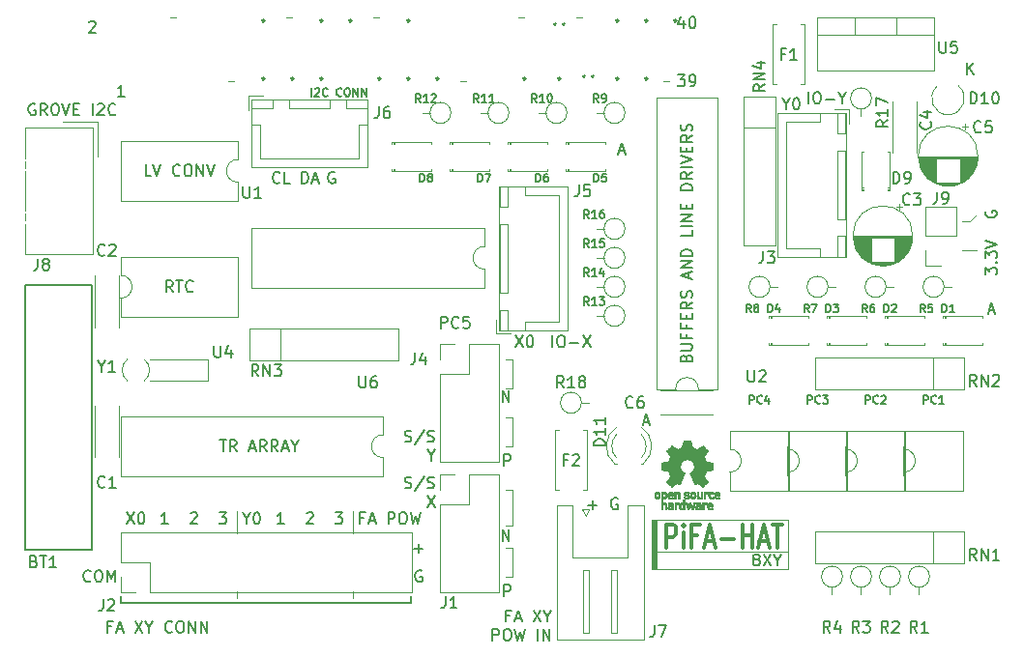
<source format=gto>
G04 #@! TF.GenerationSoftware,KiCad,Pcbnew,(5.1.5)-3*
G04 #@! TF.CreationDate,2020-03-27T11:43:29+09:00*
G04 #@! TF.ProjectId,PiFA_8xy,50694641-5f38-4787-992e-6b696361645f,4*
G04 #@! TF.SameCoordinates,Original*
G04 #@! TF.FileFunction,Legend,Top*
G04 #@! TF.FilePolarity,Positive*
%FSLAX46Y46*%
G04 Gerber Fmt 4.6, Leading zero omitted, Abs format (unit mm)*
G04 Created by KiCad (PCBNEW (5.1.5)-3) date 2020-03-27 11:43:29*
%MOMM*%
%LPD*%
G04 APERTURE LIST*
%ADD10C,0.150000*%
%ADD11C,0.120000*%
%ADD12C,0.250000*%
%ADD13C,0.100000*%
%ADD14C,0.200000*%
%ADD15C,0.300000*%
%ADD16C,0.010000*%
G04 APERTURE END LIST*
D10*
X230123095Y-138498571D02*
X229789761Y-138498571D01*
X229789761Y-139022380D02*
X229789761Y-138022380D01*
X230265952Y-138022380D01*
X230599285Y-138736666D02*
X231075476Y-138736666D01*
X230504047Y-139022380D02*
X230837380Y-138022380D01*
X231170714Y-139022380D01*
X232265952Y-139022380D02*
X232265952Y-138022380D01*
X232646904Y-138022380D01*
X232742142Y-138070000D01*
X232789761Y-138117619D01*
X232837380Y-138212857D01*
X232837380Y-138355714D01*
X232789761Y-138450952D01*
X232742142Y-138498571D01*
X232646904Y-138546190D01*
X232265952Y-138546190D01*
X233456428Y-138022380D02*
X233646904Y-138022380D01*
X233742142Y-138070000D01*
X233837380Y-138165238D01*
X233885000Y-138355714D01*
X233885000Y-138689047D01*
X233837380Y-138879523D01*
X233742142Y-138974761D01*
X233646904Y-139022380D01*
X233456428Y-139022380D01*
X233361190Y-138974761D01*
X233265952Y-138879523D01*
X233218333Y-138689047D01*
X233218333Y-138355714D01*
X233265952Y-138165238D01*
X233361190Y-138070000D01*
X233456428Y-138022380D01*
X234218333Y-138022380D02*
X234456428Y-139022380D01*
X234646904Y-138308095D01*
X234837380Y-139022380D01*
X235075476Y-138022380D01*
D11*
X282550000Y-115075000D02*
X283820000Y-115075000D01*
X283185000Y-112535000D02*
X283820000Y-111900000D01*
X282550000Y-112535000D02*
X283185000Y-112535000D01*
D10*
X254625904Y-130100666D02*
X255102095Y-130100666D01*
X254530666Y-130386380D02*
X254864000Y-129386380D01*
X255197333Y-130386380D01*
D11*
X216510000Y-126505000D02*
X211430000Y-126505000D01*
X216510000Y-124600000D02*
X216510000Y-126505000D01*
X211430000Y-124600000D02*
X216510000Y-124600000D01*
X219050000Y-137935000D02*
X219050000Y-139840000D01*
X229210000Y-139840000D02*
X229210000Y-137935000D01*
X229210000Y-144920000D02*
X229210000Y-145500000D01*
X219050000Y-144920000D02*
X219050000Y-145500000D01*
D10*
X225114285Y-138117619D02*
X225161904Y-138070000D01*
X225257142Y-138022380D01*
X225495238Y-138022380D01*
X225590476Y-138070000D01*
X225638095Y-138117619D01*
X225685714Y-138212857D01*
X225685714Y-138308095D01*
X225638095Y-138450952D01*
X225066666Y-139022380D01*
X225685714Y-139022380D01*
X227606666Y-138022380D02*
X228225714Y-138022380D01*
X227892380Y-138403333D01*
X228035238Y-138403333D01*
X228130476Y-138450952D01*
X228178095Y-138498571D01*
X228225714Y-138593809D01*
X228225714Y-138831904D01*
X228178095Y-138927142D01*
X228130476Y-138974761D01*
X228035238Y-139022380D01*
X227749523Y-139022380D01*
X227654285Y-138974761D01*
X227606666Y-138927142D01*
X223145714Y-139022380D02*
X222574285Y-139022380D01*
X222860000Y-139022380D02*
X222860000Y-138022380D01*
X222764761Y-138165238D01*
X222669523Y-138260476D01*
X222574285Y-138308095D01*
D11*
X213208000Y-94628000D02*
X213716000Y-94628000D01*
X218288000Y-100216000D02*
X218796000Y-100216000D01*
X223368000Y-94628000D02*
X223876000Y-94628000D01*
X230988000Y-94628000D02*
X231496000Y-94628000D01*
X238608000Y-100216000D02*
X239116000Y-100216000D01*
X243688000Y-94628000D02*
X244196000Y-94628000D01*
X248768000Y-94628000D02*
X249276000Y-94628000D01*
X256388000Y-100216000D02*
X256896000Y-100216000D01*
D10*
X246886857Y-95163714D02*
X246958285Y-95235142D01*
X246886857Y-95306571D01*
X246815428Y-95235142D01*
X246886857Y-95163714D01*
X246886857Y-95306571D01*
X247601142Y-95163714D02*
X247672571Y-95235142D01*
X247601142Y-95306571D01*
X247529714Y-95235142D01*
X247601142Y-95163714D01*
X247601142Y-95306571D01*
X226416000Y-94834285D02*
X226511238Y-94929523D01*
X226416000Y-95024761D01*
X226320761Y-94929523D01*
X226416000Y-94834285D01*
X226416000Y-95024761D01*
X228956000Y-94834285D02*
X229051238Y-94929523D01*
X228956000Y-95024761D01*
X228860761Y-94929523D01*
X228956000Y-94834285D01*
X228956000Y-95024761D01*
X234036000Y-94834285D02*
X234131238Y-94929523D01*
X234036000Y-95024761D01*
X233940761Y-94929523D01*
X234036000Y-94834285D01*
X234036000Y-95024761D01*
X252324000Y-94834285D02*
X252419238Y-94929523D01*
X252324000Y-95024761D01*
X252228761Y-94929523D01*
X252324000Y-94834285D01*
X252324000Y-95024761D01*
X254864000Y-94834285D02*
X254959238Y-94929523D01*
X254864000Y-95024761D01*
X254768761Y-94929523D01*
X254864000Y-94834285D01*
X254864000Y-95024761D01*
X257404000Y-94834285D02*
X257499238Y-94929523D01*
X257404000Y-95024761D01*
X257308761Y-94929523D01*
X257404000Y-94834285D01*
X257404000Y-95024761D01*
X254864000Y-99914285D02*
X254959238Y-100009523D01*
X254864000Y-100104761D01*
X254768761Y-100009523D01*
X254864000Y-99914285D01*
X254864000Y-100104761D01*
X252324000Y-99914285D02*
X252419238Y-100009523D01*
X252324000Y-100104761D01*
X252228761Y-100009523D01*
X252324000Y-99914285D01*
X252324000Y-100104761D01*
X249426857Y-99735714D02*
X249498285Y-99807142D01*
X249426857Y-99878571D01*
X249355428Y-99807142D01*
X249426857Y-99735714D01*
X249426857Y-99878571D01*
X250141142Y-99735714D02*
X250212571Y-99807142D01*
X250141142Y-99878571D01*
X250069714Y-99807142D01*
X250141142Y-99735714D01*
X250141142Y-99878571D01*
X247244000Y-99914285D02*
X247339238Y-100009523D01*
X247244000Y-100104761D01*
X247148761Y-100009523D01*
X247244000Y-99914285D01*
X247244000Y-100104761D01*
X244196000Y-99914285D02*
X244291238Y-100009523D01*
X244196000Y-100104761D01*
X244100761Y-100009523D01*
X244196000Y-99914285D01*
X244196000Y-100104761D01*
X236576000Y-99914285D02*
X236671238Y-100009523D01*
X236576000Y-100104761D01*
X236480761Y-100009523D01*
X236576000Y-99914285D01*
X236576000Y-100104761D01*
X234036000Y-99914285D02*
X234131238Y-100009523D01*
X234036000Y-100104761D01*
X233940761Y-100009523D01*
X234036000Y-99914285D01*
X234036000Y-100104761D01*
X231496000Y-99914285D02*
X231591238Y-100009523D01*
X231496000Y-100104761D01*
X231400761Y-100009523D01*
X231496000Y-99914285D01*
X231496000Y-100104761D01*
X226416000Y-99914285D02*
X226511238Y-100009523D01*
X226416000Y-100104761D01*
X226320761Y-100009523D01*
X226416000Y-99914285D01*
X226416000Y-100104761D01*
X223876000Y-99914285D02*
X223971238Y-100009523D01*
X223876000Y-100104761D01*
X223780761Y-100009523D01*
X223876000Y-99914285D01*
X223876000Y-100104761D01*
X221336000Y-99914285D02*
X221431238Y-100009523D01*
X221336000Y-100104761D01*
X221240761Y-100009523D01*
X221336000Y-99914285D01*
X221336000Y-100104761D01*
X221336000Y-94834285D02*
X221431238Y-94929523D01*
X221336000Y-95024761D01*
X221240761Y-94929523D01*
X221336000Y-94834285D01*
X221336000Y-95024761D01*
X258134285Y-94921714D02*
X258134285Y-95588380D01*
X257896190Y-94540761D02*
X257658095Y-95255047D01*
X258277142Y-95255047D01*
X258848571Y-94588380D02*
X258943809Y-94588380D01*
X259039047Y-94636000D01*
X259086666Y-94683619D01*
X259134285Y-94778857D01*
X259181904Y-94969333D01*
X259181904Y-95207428D01*
X259134285Y-95397904D01*
X259086666Y-95493142D01*
X259039047Y-95540761D01*
X258943809Y-95588380D01*
X258848571Y-95588380D01*
X258753333Y-95540761D01*
X258705714Y-95493142D01*
X258658095Y-95397904D01*
X258610476Y-95207428D01*
X258610476Y-94969333D01*
X258658095Y-94778857D01*
X258705714Y-94683619D01*
X258753333Y-94636000D01*
X258848571Y-94588380D01*
X206064285Y-95064619D02*
X206111904Y-95017000D01*
X206207142Y-94969380D01*
X206445238Y-94969380D01*
X206540476Y-95017000D01*
X206588095Y-95064619D01*
X206635714Y-95159857D01*
X206635714Y-95255095D01*
X206588095Y-95397952D01*
X206016666Y-95969380D01*
X206635714Y-95969380D01*
D12*
X277470000Y-134760000D02*
X277470000Y-132220000D01*
X272390000Y-134760000D02*
X272390000Y-132220000D01*
X267310000Y-134760000D02*
X267310000Y-132220000D01*
D10*
X258348571Y-124487619D02*
X258396190Y-124344761D01*
X258443809Y-124297142D01*
X258539047Y-124249523D01*
X258681904Y-124249523D01*
X258777142Y-124297142D01*
X258824761Y-124344761D01*
X258872380Y-124440000D01*
X258872380Y-124820952D01*
X257872380Y-124820952D01*
X257872380Y-124487619D01*
X257920000Y-124392380D01*
X257967619Y-124344761D01*
X258062857Y-124297142D01*
X258158095Y-124297142D01*
X258253333Y-124344761D01*
X258300952Y-124392380D01*
X258348571Y-124487619D01*
X258348571Y-124820952D01*
X257872380Y-123820952D02*
X258681904Y-123820952D01*
X258777142Y-123773333D01*
X258824761Y-123725714D01*
X258872380Y-123630476D01*
X258872380Y-123440000D01*
X258824761Y-123344761D01*
X258777142Y-123297142D01*
X258681904Y-123249523D01*
X257872380Y-123249523D01*
X258348571Y-122440000D02*
X258348571Y-122773333D01*
X258872380Y-122773333D02*
X257872380Y-122773333D01*
X257872380Y-122297142D01*
X258348571Y-121582857D02*
X258348571Y-121916190D01*
X258872380Y-121916190D02*
X257872380Y-121916190D01*
X257872380Y-121440000D01*
X258348571Y-121059047D02*
X258348571Y-120725714D01*
X258872380Y-120582857D02*
X258872380Y-121059047D01*
X257872380Y-121059047D01*
X257872380Y-120582857D01*
X258872380Y-119582857D02*
X258396190Y-119916190D01*
X258872380Y-120154285D02*
X257872380Y-120154285D01*
X257872380Y-119773333D01*
X257920000Y-119678095D01*
X257967619Y-119630476D01*
X258062857Y-119582857D01*
X258205714Y-119582857D01*
X258300952Y-119630476D01*
X258348571Y-119678095D01*
X258396190Y-119773333D01*
X258396190Y-120154285D01*
X258824761Y-119201904D02*
X258872380Y-119059047D01*
X258872380Y-118820952D01*
X258824761Y-118725714D01*
X258777142Y-118678095D01*
X258681904Y-118630476D01*
X258586666Y-118630476D01*
X258491428Y-118678095D01*
X258443809Y-118725714D01*
X258396190Y-118820952D01*
X258348571Y-119011428D01*
X258300952Y-119106666D01*
X258253333Y-119154285D01*
X258158095Y-119201904D01*
X258062857Y-119201904D01*
X257967619Y-119154285D01*
X257920000Y-119106666D01*
X257872380Y-119011428D01*
X257872380Y-118773333D01*
X257920000Y-118630476D01*
X258586666Y-117487619D02*
X258586666Y-117011428D01*
X258872380Y-117582857D02*
X257872380Y-117249523D01*
X258872380Y-116916190D01*
X258872380Y-116582857D02*
X257872380Y-116582857D01*
X258872380Y-116011428D01*
X257872380Y-116011428D01*
X258872380Y-115535238D02*
X257872380Y-115535238D01*
X257872380Y-115297142D01*
X257920000Y-115154285D01*
X258015238Y-115059047D01*
X258110476Y-115011428D01*
X258300952Y-114963809D01*
X258443809Y-114963809D01*
X258634285Y-115011428D01*
X258729523Y-115059047D01*
X258824761Y-115154285D01*
X258872380Y-115297142D01*
X258872380Y-115535238D01*
X258872380Y-113297142D02*
X258872380Y-113773333D01*
X257872380Y-113773333D01*
X258872380Y-112963809D02*
X257872380Y-112963809D01*
X258872380Y-112487619D02*
X257872380Y-112487619D01*
X258872380Y-111916190D01*
X257872380Y-111916190D01*
X258348571Y-111440000D02*
X258348571Y-111106666D01*
X258872380Y-110963809D02*
X258872380Y-111440000D01*
X257872380Y-111440000D01*
X257872380Y-110963809D01*
X258872380Y-109773333D02*
X257872380Y-109773333D01*
X257872380Y-109535238D01*
X257920000Y-109392380D01*
X258015238Y-109297142D01*
X258110476Y-109249523D01*
X258300952Y-109201904D01*
X258443809Y-109201904D01*
X258634285Y-109249523D01*
X258729523Y-109297142D01*
X258824761Y-109392380D01*
X258872380Y-109535238D01*
X258872380Y-109773333D01*
X258872380Y-108201904D02*
X258396190Y-108535238D01*
X258872380Y-108773333D02*
X257872380Y-108773333D01*
X257872380Y-108392380D01*
X257920000Y-108297142D01*
X257967619Y-108249523D01*
X258062857Y-108201904D01*
X258205714Y-108201904D01*
X258300952Y-108249523D01*
X258348571Y-108297142D01*
X258396190Y-108392380D01*
X258396190Y-108773333D01*
X258872380Y-107773333D02*
X257872380Y-107773333D01*
X257872380Y-107440000D02*
X258872380Y-107106666D01*
X257872380Y-106773333D01*
X258348571Y-106440000D02*
X258348571Y-106106666D01*
X258872380Y-105963809D02*
X258872380Y-106440000D01*
X257872380Y-106440000D01*
X257872380Y-105963809D01*
X258872380Y-104963809D02*
X258396190Y-105297142D01*
X258872380Y-105535238D02*
X257872380Y-105535238D01*
X257872380Y-105154285D01*
X257920000Y-105059047D01*
X257967619Y-105011428D01*
X258062857Y-104963809D01*
X258205714Y-104963809D01*
X258300952Y-105011428D01*
X258348571Y-105059047D01*
X258396190Y-105154285D01*
X258396190Y-105535238D01*
X258824761Y-104582857D02*
X258872380Y-104440000D01*
X258872380Y-104201904D01*
X258824761Y-104106666D01*
X258777142Y-104059047D01*
X258681904Y-104011428D01*
X258586666Y-104011428D01*
X258491428Y-104059047D01*
X258443809Y-104106666D01*
X258396190Y-104201904D01*
X258348571Y-104392380D01*
X258300952Y-104487619D01*
X258253333Y-104535238D01*
X258158095Y-104582857D01*
X258062857Y-104582857D01*
X257967619Y-104535238D01*
X257920000Y-104487619D01*
X257872380Y-104392380D01*
X257872380Y-104154285D01*
X257920000Y-104011428D01*
X211493809Y-108542380D02*
X211017619Y-108542380D01*
X211017619Y-107542380D01*
X211684285Y-107542380D02*
X212017619Y-108542380D01*
X212350952Y-107542380D01*
X214017619Y-108447142D02*
X213970000Y-108494761D01*
X213827142Y-108542380D01*
X213731904Y-108542380D01*
X213589047Y-108494761D01*
X213493809Y-108399523D01*
X213446190Y-108304285D01*
X213398571Y-108113809D01*
X213398571Y-107970952D01*
X213446190Y-107780476D01*
X213493809Y-107685238D01*
X213589047Y-107590000D01*
X213731904Y-107542380D01*
X213827142Y-107542380D01*
X213970000Y-107590000D01*
X214017619Y-107637619D01*
X214636666Y-107542380D02*
X214827142Y-107542380D01*
X214922380Y-107590000D01*
X215017619Y-107685238D01*
X215065238Y-107875714D01*
X215065238Y-108209047D01*
X215017619Y-108399523D01*
X214922380Y-108494761D01*
X214827142Y-108542380D01*
X214636666Y-108542380D01*
X214541428Y-108494761D01*
X214446190Y-108399523D01*
X214398571Y-108209047D01*
X214398571Y-107875714D01*
X214446190Y-107685238D01*
X214541428Y-107590000D01*
X214636666Y-107542380D01*
X215493809Y-108542380D02*
X215493809Y-107542380D01*
X216065238Y-108542380D01*
X216065238Y-107542380D01*
X216398571Y-107542380D02*
X216731904Y-108542380D01*
X217065238Y-107542380D01*
X213398571Y-118702380D02*
X213065238Y-118226190D01*
X212827142Y-118702380D02*
X212827142Y-117702380D01*
X213208095Y-117702380D01*
X213303333Y-117750000D01*
X213350952Y-117797619D01*
X213398571Y-117892857D01*
X213398571Y-118035714D01*
X213350952Y-118130952D01*
X213303333Y-118178571D01*
X213208095Y-118226190D01*
X212827142Y-118226190D01*
X213684285Y-117702380D02*
X214255714Y-117702380D01*
X213970000Y-118702380D02*
X213970000Y-117702380D01*
X215160476Y-118607142D02*
X215112857Y-118654761D01*
X214970000Y-118702380D01*
X214874761Y-118702380D01*
X214731904Y-118654761D01*
X214636666Y-118559523D01*
X214589047Y-118464285D01*
X214541428Y-118273809D01*
X214541428Y-118130952D01*
X214589047Y-117940476D01*
X214636666Y-117845238D01*
X214731904Y-117750000D01*
X214874761Y-117702380D01*
X214970000Y-117702380D01*
X215112857Y-117750000D01*
X215160476Y-117797619D01*
X217502619Y-131672380D02*
X218074047Y-131672380D01*
X217788333Y-132672380D02*
X217788333Y-131672380D01*
X218978809Y-132672380D02*
X218645476Y-132196190D01*
X218407380Y-132672380D02*
X218407380Y-131672380D01*
X218788333Y-131672380D01*
X218883571Y-131720000D01*
X218931190Y-131767619D01*
X218978809Y-131862857D01*
X218978809Y-132005714D01*
X218931190Y-132100952D01*
X218883571Y-132148571D01*
X218788333Y-132196190D01*
X218407380Y-132196190D01*
X220121666Y-132386666D02*
X220597857Y-132386666D01*
X220026428Y-132672380D02*
X220359761Y-131672380D01*
X220693095Y-132672380D01*
X221597857Y-132672380D02*
X221264523Y-132196190D01*
X221026428Y-132672380D02*
X221026428Y-131672380D01*
X221407380Y-131672380D01*
X221502619Y-131720000D01*
X221550238Y-131767619D01*
X221597857Y-131862857D01*
X221597857Y-132005714D01*
X221550238Y-132100952D01*
X221502619Y-132148571D01*
X221407380Y-132196190D01*
X221026428Y-132196190D01*
X222597857Y-132672380D02*
X222264523Y-132196190D01*
X222026428Y-132672380D02*
X222026428Y-131672380D01*
X222407380Y-131672380D01*
X222502619Y-131720000D01*
X222550238Y-131767619D01*
X222597857Y-131862857D01*
X222597857Y-132005714D01*
X222550238Y-132100952D01*
X222502619Y-132148571D01*
X222407380Y-132196190D01*
X222026428Y-132196190D01*
X222978809Y-132386666D02*
X223455000Y-132386666D01*
X222883571Y-132672380D02*
X223216904Y-131672380D01*
X223550238Y-132672380D01*
X224074047Y-132196190D02*
X224074047Y-132672380D01*
X223740714Y-131672380D02*
X224074047Y-132196190D01*
X224407380Y-131672380D01*
X252466904Y-106351666D02*
X252943095Y-106351666D01*
X252371666Y-106637380D02*
X252705000Y-105637380D01*
X253038333Y-106637380D01*
X284851904Y-120321666D02*
X285328095Y-120321666D01*
X284756666Y-120607380D02*
X285090000Y-119607380D01*
X285423333Y-120607380D01*
X206199285Y-144007142D02*
X206151666Y-144054761D01*
X206008809Y-144102380D01*
X205913571Y-144102380D01*
X205770714Y-144054761D01*
X205675476Y-143959523D01*
X205627857Y-143864285D01*
X205580238Y-143673809D01*
X205580238Y-143530952D01*
X205627857Y-143340476D01*
X205675476Y-143245238D01*
X205770714Y-143150000D01*
X205913571Y-143102380D01*
X206008809Y-143102380D01*
X206151666Y-143150000D01*
X206199285Y-143197619D01*
X206818333Y-143102380D02*
X207008809Y-143102380D01*
X207104047Y-143150000D01*
X207199285Y-143245238D01*
X207246904Y-143435714D01*
X207246904Y-143769047D01*
X207199285Y-143959523D01*
X207104047Y-144054761D01*
X207008809Y-144102380D01*
X206818333Y-144102380D01*
X206723095Y-144054761D01*
X206627857Y-143959523D01*
X206580238Y-143769047D01*
X206580238Y-143435714D01*
X206627857Y-143245238D01*
X206723095Y-143150000D01*
X206818333Y-143102380D01*
X207675476Y-144102380D02*
X207675476Y-143102380D01*
X208008809Y-143816666D01*
X208342142Y-143102380D01*
X208342142Y-144102380D01*
X284590000Y-111638095D02*
X284542380Y-111733333D01*
X284542380Y-111876190D01*
X284590000Y-112019047D01*
X284685238Y-112114285D01*
X284780476Y-112161904D01*
X284970952Y-112209523D01*
X285113809Y-112209523D01*
X285304285Y-112161904D01*
X285399523Y-112114285D01*
X285494761Y-112019047D01*
X285542380Y-111876190D01*
X285542380Y-111780952D01*
X285494761Y-111638095D01*
X285447142Y-111590476D01*
X285113809Y-111590476D01*
X285113809Y-111780952D01*
X284542380Y-117186190D02*
X284542380Y-116567142D01*
X284923333Y-116900476D01*
X284923333Y-116757619D01*
X284970952Y-116662380D01*
X285018571Y-116614761D01*
X285113809Y-116567142D01*
X285351904Y-116567142D01*
X285447142Y-116614761D01*
X285494761Y-116662380D01*
X285542380Y-116757619D01*
X285542380Y-117043333D01*
X285494761Y-117138571D01*
X285447142Y-117186190D01*
X285447142Y-116138571D02*
X285494761Y-116090952D01*
X285542380Y-116138571D01*
X285494761Y-116186190D01*
X285447142Y-116138571D01*
X285542380Y-116138571D01*
X284542380Y-115757619D02*
X284542380Y-115138571D01*
X284923333Y-115471904D01*
X284923333Y-115329047D01*
X284970952Y-115233809D01*
X285018571Y-115186190D01*
X285113809Y-115138571D01*
X285351904Y-115138571D01*
X285447142Y-115186190D01*
X285494761Y-115233809D01*
X285542380Y-115329047D01*
X285542380Y-115614761D01*
X285494761Y-115710000D01*
X285447142Y-115757619D01*
X284542380Y-114852857D02*
X285542380Y-114519523D01*
X284542380Y-114186190D01*
X201333904Y-102256000D02*
X201238666Y-102208380D01*
X201095809Y-102208380D01*
X200952952Y-102256000D01*
X200857714Y-102351238D01*
X200810095Y-102446476D01*
X200762476Y-102636952D01*
X200762476Y-102779809D01*
X200810095Y-102970285D01*
X200857714Y-103065523D01*
X200952952Y-103160761D01*
X201095809Y-103208380D01*
X201191047Y-103208380D01*
X201333904Y-103160761D01*
X201381523Y-103113142D01*
X201381523Y-102779809D01*
X201191047Y-102779809D01*
X202381523Y-103208380D02*
X202048190Y-102732190D01*
X201810095Y-103208380D02*
X201810095Y-102208380D01*
X202191047Y-102208380D01*
X202286285Y-102256000D01*
X202333904Y-102303619D01*
X202381523Y-102398857D01*
X202381523Y-102541714D01*
X202333904Y-102636952D01*
X202286285Y-102684571D01*
X202191047Y-102732190D01*
X201810095Y-102732190D01*
X203000571Y-102208380D02*
X203191047Y-102208380D01*
X203286285Y-102256000D01*
X203381523Y-102351238D01*
X203429142Y-102541714D01*
X203429142Y-102875047D01*
X203381523Y-103065523D01*
X203286285Y-103160761D01*
X203191047Y-103208380D01*
X203000571Y-103208380D01*
X202905333Y-103160761D01*
X202810095Y-103065523D01*
X202762476Y-102875047D01*
X202762476Y-102541714D01*
X202810095Y-102351238D01*
X202905333Y-102256000D01*
X203000571Y-102208380D01*
X203714857Y-102208380D02*
X204048190Y-103208380D01*
X204381523Y-102208380D01*
X204714857Y-102684571D02*
X205048190Y-102684571D01*
X205191047Y-103208380D02*
X204714857Y-103208380D01*
X204714857Y-102208380D01*
X205191047Y-102208380D01*
X206381523Y-103208380D02*
X206381523Y-102208380D01*
X206810095Y-102303619D02*
X206857714Y-102256000D01*
X206952952Y-102208380D01*
X207191047Y-102208380D01*
X207286285Y-102256000D01*
X207333904Y-102303619D01*
X207381523Y-102398857D01*
X207381523Y-102494095D01*
X207333904Y-102636952D01*
X206762476Y-103208380D01*
X207381523Y-103208380D01*
X208381523Y-103113142D02*
X208333904Y-103160761D01*
X208191047Y-103208380D01*
X208095809Y-103208380D01*
X207952952Y-103160761D01*
X207857714Y-103065523D01*
X207810095Y-102970285D01*
X207762476Y-102779809D01*
X207762476Y-102636952D01*
X207810095Y-102446476D01*
X207857714Y-102351238D01*
X207952952Y-102256000D01*
X208095809Y-102208380D01*
X208191047Y-102208380D01*
X208333904Y-102256000D01*
X208381523Y-102303619D01*
X224709523Y-109177380D02*
X224709523Y-108177380D01*
X224947619Y-108177380D01*
X225090476Y-108225000D01*
X225185714Y-108320238D01*
X225233333Y-108415476D01*
X225280952Y-108605952D01*
X225280952Y-108748809D01*
X225233333Y-108939285D01*
X225185714Y-109034523D01*
X225090476Y-109129761D01*
X224947619Y-109177380D01*
X224709523Y-109177380D01*
X225661904Y-108891666D02*
X226138095Y-108891666D01*
X225566666Y-109177380D02*
X225900000Y-108177380D01*
X226233333Y-109177380D01*
X222764761Y-109082142D02*
X222717142Y-109129761D01*
X222574285Y-109177380D01*
X222479047Y-109177380D01*
X222336190Y-109129761D01*
X222240952Y-109034523D01*
X222193333Y-108939285D01*
X222145714Y-108748809D01*
X222145714Y-108605952D01*
X222193333Y-108415476D01*
X222240952Y-108320238D01*
X222336190Y-108225000D01*
X222479047Y-108177380D01*
X222574285Y-108177380D01*
X222717142Y-108225000D01*
X222764761Y-108272619D01*
X223669523Y-109177380D02*
X223193333Y-109177380D01*
X223193333Y-108177380D01*
X227566904Y-108225000D02*
X227471666Y-108177380D01*
X227328809Y-108177380D01*
X227185952Y-108225000D01*
X227090714Y-108320238D01*
X227043095Y-108415476D01*
X226995476Y-108605952D01*
X226995476Y-108748809D01*
X227043095Y-108939285D01*
X227090714Y-109034523D01*
X227185952Y-109129761D01*
X227328809Y-109177380D01*
X227424047Y-109177380D01*
X227566904Y-109129761D01*
X227614523Y-109082142D01*
X227614523Y-108748809D01*
X227424047Y-108748809D01*
X257610476Y-99668380D02*
X258229523Y-99668380D01*
X257896190Y-100049333D01*
X258039047Y-100049333D01*
X258134285Y-100096952D01*
X258181904Y-100144571D01*
X258229523Y-100239809D01*
X258229523Y-100477904D01*
X258181904Y-100573142D01*
X258134285Y-100620761D01*
X258039047Y-100668380D01*
X257753333Y-100668380D01*
X257658095Y-100620761D01*
X257610476Y-100573142D01*
X258705714Y-100668380D02*
X258896190Y-100668380D01*
X258991428Y-100620761D01*
X259039047Y-100573142D01*
X259134285Y-100430285D01*
X259181904Y-100239809D01*
X259181904Y-99858857D01*
X259134285Y-99763619D01*
X259086666Y-99716000D01*
X258991428Y-99668380D01*
X258800952Y-99668380D01*
X258705714Y-99716000D01*
X258658095Y-99763619D01*
X258610476Y-99858857D01*
X258610476Y-100096952D01*
X258658095Y-100192190D01*
X258705714Y-100239809D01*
X258800952Y-100287428D01*
X258991428Y-100287428D01*
X259086666Y-100239809D01*
X259134285Y-100192190D01*
X259181904Y-100096952D01*
X209175714Y-101557380D02*
X208604285Y-101557380D01*
X208890000Y-101557380D02*
X208890000Y-100557380D01*
X208794761Y-100700238D01*
X208699523Y-100795476D01*
X208604285Y-100843095D01*
D13*
G36*
X255880000Y-142996000D02*
G01*
X255372000Y-142996000D01*
X255372000Y-138678000D01*
X255880000Y-138678000D01*
X255880000Y-142996000D01*
G37*
D11*
X255372000Y-142996000D02*
X267310000Y-142996000D01*
D10*
X234544047Y-141181428D02*
X235305952Y-141181428D01*
X234925000Y-141562380D02*
X234925000Y-140800476D01*
X235186904Y-143150000D02*
X235091666Y-143102380D01*
X234948809Y-143102380D01*
X234805952Y-143150000D01*
X234710714Y-143245238D01*
X234663095Y-143340476D01*
X234615476Y-143530952D01*
X234615476Y-143673809D01*
X234663095Y-143864285D01*
X234710714Y-143959523D01*
X234805952Y-144054761D01*
X234948809Y-144102380D01*
X235044047Y-144102380D01*
X235186904Y-144054761D01*
X235234523Y-144007142D01*
X235234523Y-143673809D01*
X235044047Y-143673809D01*
X217446666Y-138022380D02*
X218065714Y-138022380D01*
X217732380Y-138403333D01*
X217875238Y-138403333D01*
X217970476Y-138450952D01*
X218018095Y-138498571D01*
X218065714Y-138593809D01*
X218065714Y-138831904D01*
X218018095Y-138927142D01*
X217970476Y-138974761D01*
X217875238Y-139022380D01*
X217589523Y-139022380D01*
X217494285Y-138974761D01*
X217446666Y-138927142D01*
X214954285Y-138117619D02*
X215001904Y-138070000D01*
X215097142Y-138022380D01*
X215335238Y-138022380D01*
X215430476Y-138070000D01*
X215478095Y-138117619D01*
X215525714Y-138212857D01*
X215525714Y-138308095D01*
X215478095Y-138450952D01*
X214906666Y-139022380D01*
X215525714Y-139022380D01*
D14*
X234290000Y-145960000D02*
X234290000Y-145325000D01*
X208890000Y-145960000D02*
X234290000Y-145960000D01*
X208890000Y-145325000D02*
X208890000Y-145960000D01*
D10*
X242924214Y-147071571D02*
X242590880Y-147071571D01*
X242590880Y-147595380D02*
X242590880Y-146595380D01*
X243067071Y-146595380D01*
X243400404Y-147309666D02*
X243876595Y-147309666D01*
X243305166Y-147595380D02*
X243638500Y-146595380D01*
X243971833Y-147595380D01*
X244971833Y-146595380D02*
X245638500Y-147595380D01*
X245638500Y-146595380D02*
X244971833Y-147595380D01*
X246209928Y-147119190D02*
X246209928Y-147595380D01*
X245876595Y-146595380D02*
X246209928Y-147119190D01*
X246543261Y-146595380D01*
X241400404Y-149245380D02*
X241400404Y-148245380D01*
X241781357Y-148245380D01*
X241876595Y-148293000D01*
X241924214Y-148340619D01*
X241971833Y-148435857D01*
X241971833Y-148578714D01*
X241924214Y-148673952D01*
X241876595Y-148721571D01*
X241781357Y-148769190D01*
X241400404Y-148769190D01*
X242590880Y-148245380D02*
X242781357Y-148245380D01*
X242876595Y-148293000D01*
X242971833Y-148388238D01*
X243019452Y-148578714D01*
X243019452Y-148912047D01*
X242971833Y-149102523D01*
X242876595Y-149197761D01*
X242781357Y-149245380D01*
X242590880Y-149245380D01*
X242495642Y-149197761D01*
X242400404Y-149102523D01*
X242352785Y-148912047D01*
X242352785Y-148578714D01*
X242400404Y-148388238D01*
X242495642Y-148293000D01*
X242590880Y-148245380D01*
X243352785Y-148245380D02*
X243590880Y-149245380D01*
X243781357Y-148531095D01*
X243971833Y-149245380D01*
X244209928Y-148245380D01*
X245352785Y-149245380D02*
X245352785Y-148245380D01*
X245828976Y-149245380D02*
X245828976Y-148245380D01*
X246400404Y-149245380D01*
X246400404Y-148245380D01*
X252331904Y-136800000D02*
X252236666Y-136752380D01*
X252093809Y-136752380D01*
X251950952Y-136800000D01*
X251855714Y-136895238D01*
X251808095Y-136990476D01*
X251760476Y-137180952D01*
X251760476Y-137323809D01*
X251808095Y-137514285D01*
X251855714Y-137609523D01*
X251950952Y-137704761D01*
X252093809Y-137752380D01*
X252189047Y-137752380D01*
X252331904Y-137704761D01*
X252379523Y-137657142D01*
X252379523Y-137323809D01*
X252189047Y-137323809D01*
X249784047Y-137371428D02*
X250545952Y-137371428D01*
X250165000Y-137752380D02*
X250165000Y-136990476D01*
X212985714Y-139022380D02*
X212414285Y-139022380D01*
X212700000Y-139022380D02*
X212700000Y-138022380D01*
X212604761Y-138165238D01*
X212509523Y-138260476D01*
X212414285Y-138308095D01*
X242410095Y-145372380D02*
X242410095Y-144372380D01*
X242791047Y-144372380D01*
X242886285Y-144420000D01*
X242933904Y-144467619D01*
X242981523Y-144562857D01*
X242981523Y-144705714D01*
X242933904Y-144800952D01*
X242886285Y-144848571D01*
X242791047Y-144896190D01*
X242410095Y-144896190D01*
X242259285Y-140546380D02*
X242259285Y-139546380D01*
X242830714Y-140546380D01*
X242830714Y-139546380D01*
X242410095Y-133942380D02*
X242410095Y-132942380D01*
X242791047Y-132942380D01*
X242886285Y-132990000D01*
X242933904Y-133037619D01*
X242981523Y-133132857D01*
X242981523Y-133275714D01*
X242933904Y-133370952D01*
X242886285Y-133418571D01*
X242791047Y-133466190D01*
X242410095Y-133466190D01*
X242259285Y-128354380D02*
X242259285Y-127354380D01*
X242830714Y-128354380D01*
X242830714Y-127354380D01*
X209350476Y-138022380D02*
X210017142Y-139022380D01*
X210017142Y-138022380D02*
X209350476Y-139022380D01*
X210588571Y-138022380D02*
X210683809Y-138022380D01*
X210779047Y-138070000D01*
X210826666Y-138117619D01*
X210874285Y-138212857D01*
X210921904Y-138403333D01*
X210921904Y-138641428D01*
X210874285Y-138831904D01*
X210826666Y-138927142D01*
X210779047Y-138974761D01*
X210683809Y-139022380D01*
X210588571Y-139022380D01*
X210493333Y-138974761D01*
X210445714Y-138927142D01*
X210398095Y-138831904D01*
X210350476Y-138641428D01*
X210350476Y-138403333D01*
X210398095Y-138212857D01*
X210445714Y-138117619D01*
X210493333Y-138070000D01*
X210588571Y-138022380D01*
X219843809Y-138546190D02*
X219843809Y-139022380D01*
X219510476Y-138022380D02*
X219843809Y-138546190D01*
X220177142Y-138022380D01*
X220700952Y-138022380D02*
X220796190Y-138022380D01*
X220891428Y-138070000D01*
X220939047Y-138117619D01*
X220986666Y-138212857D01*
X221034285Y-138403333D01*
X221034285Y-138641428D01*
X220986666Y-138831904D01*
X220939047Y-138927142D01*
X220891428Y-138974761D01*
X220796190Y-139022380D01*
X220700952Y-139022380D01*
X220605714Y-138974761D01*
X220558095Y-138927142D01*
X220510476Y-138831904D01*
X220462857Y-138641428D01*
X220462857Y-138403333D01*
X220510476Y-138212857D01*
X220558095Y-138117619D01*
X220605714Y-138070000D01*
X220700952Y-138022380D01*
D11*
X243180000Y-143650000D02*
X242545000Y-143650000D01*
X243180000Y-141110000D02*
X243180000Y-143650000D01*
X242545000Y-141110000D02*
X243180000Y-141110000D01*
X243180000Y-139205000D02*
X242545000Y-139205000D01*
X243180000Y-136030000D02*
X243180000Y-139205000D01*
X242545000Y-136030000D02*
X243180000Y-136030000D01*
X243180000Y-132220000D02*
X242545000Y-132220000D01*
X243180000Y-129680000D02*
X243180000Y-132220000D01*
X242545000Y-129680000D02*
X243180000Y-129680000D01*
X243180000Y-127140000D02*
X242545000Y-127140000D01*
X243180000Y-124600000D02*
X243180000Y-127140000D01*
X242545000Y-124600000D02*
X243180000Y-124600000D01*
D10*
X243386476Y-122528380D02*
X244053142Y-123528380D01*
X244053142Y-122528380D02*
X243386476Y-123528380D01*
X244624571Y-122528380D02*
X244719809Y-122528380D01*
X244815047Y-122576000D01*
X244862666Y-122623619D01*
X244910285Y-122718857D01*
X244957904Y-122909333D01*
X244957904Y-123147428D01*
X244910285Y-123337904D01*
X244862666Y-123433142D01*
X244815047Y-123480761D01*
X244719809Y-123528380D01*
X244624571Y-123528380D01*
X244529333Y-123480761D01*
X244481714Y-123433142D01*
X244434095Y-123337904D01*
X244386476Y-123147428D01*
X244386476Y-122909333D01*
X244434095Y-122718857D01*
X244481714Y-122623619D01*
X244529333Y-122576000D01*
X244624571Y-122528380D01*
X267087809Y-102224190D02*
X267087809Y-102700380D01*
X266754476Y-101700380D02*
X267087809Y-102224190D01*
X267421142Y-101700380D01*
X267944952Y-101700380D02*
X268040190Y-101700380D01*
X268135428Y-101748000D01*
X268183047Y-101795619D01*
X268230666Y-101890857D01*
X268278285Y-102081333D01*
X268278285Y-102319428D01*
X268230666Y-102509904D01*
X268183047Y-102605142D01*
X268135428Y-102652761D01*
X268040190Y-102700380D01*
X267944952Y-102700380D01*
X267849714Y-102652761D01*
X267802095Y-102605142D01*
X267754476Y-102509904D01*
X267706857Y-102319428D01*
X267706857Y-102081333D01*
X267754476Y-101890857D01*
X267802095Y-101795619D01*
X267849714Y-101748000D01*
X267944952Y-101700380D01*
X264405000Y-142114952D02*
X264309761Y-142067333D01*
X264262142Y-142019714D01*
X264214523Y-141924476D01*
X264214523Y-141876857D01*
X264262142Y-141781619D01*
X264309761Y-141734000D01*
X264405000Y-141686380D01*
X264595476Y-141686380D01*
X264690714Y-141734000D01*
X264738333Y-141781619D01*
X264785952Y-141876857D01*
X264785952Y-141924476D01*
X264738333Y-142019714D01*
X264690714Y-142067333D01*
X264595476Y-142114952D01*
X264405000Y-142114952D01*
X264309761Y-142162571D01*
X264262142Y-142210190D01*
X264214523Y-142305428D01*
X264214523Y-142495904D01*
X264262142Y-142591142D01*
X264309761Y-142638761D01*
X264405000Y-142686380D01*
X264595476Y-142686380D01*
X264690714Y-142638761D01*
X264738333Y-142591142D01*
X264785952Y-142495904D01*
X264785952Y-142305428D01*
X264738333Y-142210190D01*
X264690714Y-142162571D01*
X264595476Y-142114952D01*
X265119285Y-141686380D02*
X265785952Y-142686380D01*
X265785952Y-141686380D02*
X265119285Y-142686380D01*
X266357380Y-142210190D02*
X266357380Y-142686380D01*
X266024047Y-141686380D02*
X266357380Y-142210190D01*
X266690714Y-141686380D01*
D11*
X255372000Y-138678000D02*
X255372000Y-142996000D01*
X267310000Y-138678000D02*
X255372000Y-138678000D01*
X267310000Y-142996000D02*
X267310000Y-138678000D01*
X255372000Y-141472000D02*
X267310000Y-141472000D01*
D10*
X225540000Y-101548666D02*
X225540000Y-100848666D01*
X225840000Y-100915333D02*
X225873333Y-100882000D01*
X225940000Y-100848666D01*
X226106666Y-100848666D01*
X226173333Y-100882000D01*
X226206666Y-100915333D01*
X226240000Y-100982000D01*
X226240000Y-101048666D01*
X226206666Y-101148666D01*
X225806666Y-101548666D01*
X226240000Y-101548666D01*
X226940000Y-101482000D02*
X226906666Y-101515333D01*
X226806666Y-101548666D01*
X226740000Y-101548666D01*
X226640000Y-101515333D01*
X226573333Y-101448666D01*
X226540000Y-101382000D01*
X226506666Y-101248666D01*
X226506666Y-101148666D01*
X226540000Y-101015333D01*
X226573333Y-100948666D01*
X226640000Y-100882000D01*
X226740000Y-100848666D01*
X226806666Y-100848666D01*
X226906666Y-100882000D01*
X226940000Y-100915333D01*
X228173333Y-101482000D02*
X228140000Y-101515333D01*
X228040000Y-101548666D01*
X227973333Y-101548666D01*
X227873333Y-101515333D01*
X227806666Y-101448666D01*
X227773333Y-101382000D01*
X227740000Y-101248666D01*
X227740000Y-101148666D01*
X227773333Y-101015333D01*
X227806666Y-100948666D01*
X227873333Y-100882000D01*
X227973333Y-100848666D01*
X228040000Y-100848666D01*
X228140000Y-100882000D01*
X228173333Y-100915333D01*
X228606666Y-100848666D02*
X228740000Y-100848666D01*
X228806666Y-100882000D01*
X228873333Y-100948666D01*
X228906666Y-101082000D01*
X228906666Y-101315333D01*
X228873333Y-101448666D01*
X228806666Y-101515333D01*
X228740000Y-101548666D01*
X228606666Y-101548666D01*
X228540000Y-101515333D01*
X228473333Y-101448666D01*
X228440000Y-101315333D01*
X228440000Y-101082000D01*
X228473333Y-100948666D01*
X228540000Y-100882000D01*
X228606666Y-100848666D01*
X229206666Y-101548666D02*
X229206666Y-100848666D01*
X229606666Y-101548666D01*
X229606666Y-100848666D01*
X229940000Y-101548666D02*
X229940000Y-100848666D01*
X230340000Y-101548666D01*
X230340000Y-100848666D01*
X269040571Y-102192380D02*
X269040571Y-101192380D01*
X269707238Y-101192380D02*
X269897714Y-101192380D01*
X269992952Y-101240000D01*
X270088190Y-101335238D01*
X270135809Y-101525714D01*
X270135809Y-101859047D01*
X270088190Y-102049523D01*
X269992952Y-102144761D01*
X269897714Y-102192380D01*
X269707238Y-102192380D01*
X269612000Y-102144761D01*
X269516761Y-102049523D01*
X269469142Y-101859047D01*
X269469142Y-101525714D01*
X269516761Y-101335238D01*
X269612000Y-101240000D01*
X269707238Y-101192380D01*
X270564380Y-101811428D02*
X271326285Y-101811428D01*
X271992952Y-101716190D02*
X271992952Y-102192380D01*
X271659619Y-101192380D02*
X271992952Y-101716190D01*
X272326285Y-101192380D01*
X246640952Y-123528380D02*
X246640952Y-122528380D01*
X247307619Y-122528380D02*
X247498095Y-122528380D01*
X247593333Y-122576000D01*
X247688571Y-122671238D01*
X247736190Y-122861714D01*
X247736190Y-123195047D01*
X247688571Y-123385523D01*
X247593333Y-123480761D01*
X247498095Y-123528380D01*
X247307619Y-123528380D01*
X247212380Y-123480761D01*
X247117142Y-123385523D01*
X247069523Y-123195047D01*
X247069523Y-122861714D01*
X247117142Y-122671238D01*
X247212380Y-122576000D01*
X247307619Y-122528380D01*
X248164761Y-123147428D02*
X248926666Y-123147428D01*
X249307619Y-122528380D02*
X249974285Y-123528380D01*
X249974285Y-122528380D02*
X249307619Y-123528380D01*
X233716595Y-131799761D02*
X233859452Y-131847380D01*
X234097547Y-131847380D01*
X234192785Y-131799761D01*
X234240404Y-131752142D01*
X234288023Y-131656904D01*
X234288023Y-131561666D01*
X234240404Y-131466428D01*
X234192785Y-131418809D01*
X234097547Y-131371190D01*
X233907071Y-131323571D01*
X233811833Y-131275952D01*
X233764214Y-131228333D01*
X233716595Y-131133095D01*
X233716595Y-131037857D01*
X233764214Y-130942619D01*
X233811833Y-130895000D01*
X233907071Y-130847380D01*
X234145166Y-130847380D01*
X234288023Y-130895000D01*
X235430880Y-130799761D02*
X234573738Y-132085476D01*
X235716595Y-131799761D02*
X235859452Y-131847380D01*
X236097547Y-131847380D01*
X236192785Y-131799761D01*
X236240404Y-131752142D01*
X236288023Y-131656904D01*
X236288023Y-131561666D01*
X236240404Y-131466428D01*
X236192785Y-131418809D01*
X236097547Y-131371190D01*
X235907071Y-131323571D01*
X235811833Y-131275952D01*
X235764214Y-131228333D01*
X235716595Y-131133095D01*
X235716595Y-131037857D01*
X235764214Y-130942619D01*
X235811833Y-130895000D01*
X235907071Y-130847380D01*
X236145166Y-130847380D01*
X236288023Y-130895000D01*
X236049928Y-133021190D02*
X236049928Y-133497380D01*
X235716595Y-132497380D02*
X236049928Y-133021190D01*
X236383261Y-132497380D01*
X233716595Y-135863761D02*
X233859452Y-135911380D01*
X234097547Y-135911380D01*
X234192785Y-135863761D01*
X234240404Y-135816142D01*
X234288023Y-135720904D01*
X234288023Y-135625666D01*
X234240404Y-135530428D01*
X234192785Y-135482809D01*
X234097547Y-135435190D01*
X233907071Y-135387571D01*
X233811833Y-135339952D01*
X233764214Y-135292333D01*
X233716595Y-135197095D01*
X233716595Y-135101857D01*
X233764214Y-135006619D01*
X233811833Y-134959000D01*
X233907071Y-134911380D01*
X234145166Y-134911380D01*
X234288023Y-134959000D01*
X235430880Y-134863761D02*
X234573738Y-136149476D01*
X235716595Y-135863761D02*
X235859452Y-135911380D01*
X236097547Y-135911380D01*
X236192785Y-135863761D01*
X236240404Y-135816142D01*
X236288023Y-135720904D01*
X236288023Y-135625666D01*
X236240404Y-135530428D01*
X236192785Y-135482809D01*
X236097547Y-135435190D01*
X235907071Y-135387571D01*
X235811833Y-135339952D01*
X235764214Y-135292333D01*
X235716595Y-135197095D01*
X235716595Y-135101857D01*
X235764214Y-135006619D01*
X235811833Y-134959000D01*
X235907071Y-134911380D01*
X236145166Y-134911380D01*
X236288023Y-134959000D01*
X235668976Y-136561380D02*
X236335642Y-137561380D01*
X236335642Y-136561380D02*
X235668976Y-137561380D01*
X208041190Y-148023571D02*
X207707857Y-148023571D01*
X207707857Y-148547380D02*
X207707857Y-147547380D01*
X208184047Y-147547380D01*
X208517380Y-148261666D02*
X208993571Y-148261666D01*
X208422142Y-148547380D02*
X208755476Y-147547380D01*
X209088809Y-148547380D01*
X210088809Y-147547380D02*
X210755476Y-148547380D01*
X210755476Y-147547380D02*
X210088809Y-148547380D01*
X211326904Y-148071190D02*
X211326904Y-148547380D01*
X210993571Y-147547380D02*
X211326904Y-148071190D01*
X211660238Y-147547380D01*
X213326904Y-148452142D02*
X213279285Y-148499761D01*
X213136428Y-148547380D01*
X213041190Y-148547380D01*
X212898333Y-148499761D01*
X212803095Y-148404523D01*
X212755476Y-148309285D01*
X212707857Y-148118809D01*
X212707857Y-147975952D01*
X212755476Y-147785476D01*
X212803095Y-147690238D01*
X212898333Y-147595000D01*
X213041190Y-147547380D01*
X213136428Y-147547380D01*
X213279285Y-147595000D01*
X213326904Y-147642619D01*
X213945952Y-147547380D02*
X214136428Y-147547380D01*
X214231666Y-147595000D01*
X214326904Y-147690238D01*
X214374523Y-147880714D01*
X214374523Y-148214047D01*
X214326904Y-148404523D01*
X214231666Y-148499761D01*
X214136428Y-148547380D01*
X213945952Y-148547380D01*
X213850714Y-148499761D01*
X213755476Y-148404523D01*
X213707857Y-148214047D01*
X213707857Y-147880714D01*
X213755476Y-147690238D01*
X213850714Y-147595000D01*
X213945952Y-147547380D01*
X214803095Y-148547380D02*
X214803095Y-147547380D01*
X215374523Y-148547380D01*
X215374523Y-147547380D01*
X215850714Y-148547380D02*
X215850714Y-147547380D01*
X216422142Y-148547380D01*
X216422142Y-147547380D01*
D15*
X256630714Y-141106761D02*
X256630714Y-139106761D01*
X257202142Y-139106761D01*
X257345000Y-139202000D01*
X257416428Y-139297238D01*
X257487857Y-139487714D01*
X257487857Y-139773428D01*
X257416428Y-139963904D01*
X257345000Y-140059142D01*
X257202142Y-140154380D01*
X256630714Y-140154380D01*
X258130714Y-141106761D02*
X258130714Y-139773428D01*
X258130714Y-139106761D02*
X258059285Y-139202000D01*
X258130714Y-139297238D01*
X258202142Y-139202000D01*
X258130714Y-139106761D01*
X258130714Y-139297238D01*
X259345000Y-140059142D02*
X258845000Y-140059142D01*
X258845000Y-141106761D02*
X258845000Y-139106761D01*
X259559285Y-139106761D01*
X260059285Y-140535333D02*
X260773571Y-140535333D01*
X259916428Y-141106761D02*
X260416428Y-139106761D01*
X260916428Y-141106761D01*
X261416428Y-140344857D02*
X262559285Y-140344857D01*
X263273571Y-141106761D02*
X263273571Y-139106761D01*
X263273571Y-140059142D02*
X264130714Y-140059142D01*
X264130714Y-141106761D02*
X264130714Y-139106761D01*
X264773571Y-140535333D02*
X265487857Y-140535333D01*
X264630714Y-141106761D02*
X265130714Y-139106761D01*
X265630714Y-141106761D01*
X265916428Y-139106761D02*
X266773571Y-139106761D01*
X266345000Y-141106761D02*
X266345000Y-139106761D01*
D11*
X248060000Y-107900000D02*
X248060000Y-108080000D01*
X248060000Y-105560000D02*
X248060000Y-105740000D01*
X247940000Y-107900000D02*
X247940000Y-108080000D01*
X247940000Y-105560000D02*
X247940000Y-105740000D01*
X251240000Y-107915000D02*
X251240000Y-108080000D01*
X251240000Y-105560000D02*
X251240000Y-105725000D01*
X247820000Y-107900000D02*
X247820000Y-108080000D01*
X247820000Y-105560000D02*
X247820000Y-105740000D01*
X247820000Y-108080000D02*
X251240000Y-108080000D01*
X247820000Y-105560000D02*
X251240000Y-105560000D01*
X235910000Y-103010000D02*
X235290000Y-103010000D01*
X237750000Y-103010000D02*
G75*
G03X237750000Y-103010000I-920000J0D01*
G01*
X240990000Y-103010000D02*
X240370000Y-103010000D01*
X242830000Y-103010000D02*
G75*
G03X242830000Y-103010000I-920000J0D01*
G01*
X208830000Y-144980000D02*
X208830000Y-143650000D01*
X210160000Y-144980000D02*
X208830000Y-144980000D01*
X208830000Y-142380000D02*
X208830000Y-139780000D01*
X211430000Y-142380000D02*
X208830000Y-142380000D01*
X211430000Y-144980000D02*
X211430000Y-142380000D01*
X208830000Y-139780000D02*
X234350000Y-139780000D01*
X211430000Y-144980000D02*
X234350000Y-144980000D01*
X234350000Y-144980000D02*
X234350000Y-139780000D01*
X219110000Y-110740000D02*
X219110000Y-109090000D01*
X208830000Y-110740000D02*
X219110000Y-110740000D01*
X208830000Y-105440000D02*
X208830000Y-110740000D01*
X219110000Y-105440000D02*
X208830000Y-105440000D01*
X219110000Y-107090000D02*
X219110000Y-105440000D01*
X219110000Y-109090000D02*
G75*
G02X219110000Y-107090000I0J1000000D01*
G01*
X272600000Y-102700000D02*
X271350000Y-102700000D01*
X272600000Y-103950000D02*
X272600000Y-102700000D01*
X267100000Y-114850000D02*
X267100000Y-109300000D01*
X270050000Y-114850000D02*
X267100000Y-114850000D01*
X270050000Y-115600000D02*
X270050000Y-114850000D01*
X267100000Y-103750000D02*
X267100000Y-109300000D01*
X270050000Y-103750000D02*
X267100000Y-103750000D01*
X270050000Y-103000000D02*
X270050000Y-103750000D01*
X272300000Y-115600000D02*
X272300000Y-113800000D01*
X271550000Y-115600000D02*
X272300000Y-115600000D01*
X271550000Y-113800000D02*
X271550000Y-115600000D01*
X272300000Y-113800000D02*
X271550000Y-113800000D01*
X272300000Y-104800000D02*
X272300000Y-103000000D01*
X271550000Y-104800000D02*
X272300000Y-104800000D01*
X271550000Y-103000000D02*
X271550000Y-104800000D01*
X272300000Y-103000000D02*
X271550000Y-103000000D01*
X272300000Y-112300000D02*
X272300000Y-106300000D01*
X271550000Y-112300000D02*
X272300000Y-112300000D01*
X271550000Y-106300000D02*
X271550000Y-112300000D01*
X272300000Y-106300000D02*
X271550000Y-106300000D01*
X272310000Y-115610000D02*
X272310000Y-102990000D01*
X266340000Y-115610000D02*
X272310000Y-115610000D01*
X266340000Y-102990000D02*
X266340000Y-115610000D01*
X272310000Y-102990000D02*
X266340000Y-102990000D01*
X266170000Y-101570000D02*
X263370000Y-101570000D01*
X263370000Y-101570000D02*
X263370000Y-114610000D01*
X263370000Y-114610000D02*
X266170000Y-114610000D01*
X266170000Y-114610000D02*
X266170000Y-101570000D01*
X266170000Y-104280000D02*
X263370000Y-104280000D01*
X249870000Y-137740000D02*
X249570000Y-138340000D01*
X249270000Y-137740000D02*
X249870000Y-137740000D01*
X249570000Y-138340000D02*
X249270000Y-137740000D01*
X252320000Y-143040000D02*
X251820000Y-143040000D01*
X252320000Y-148540000D02*
X252320000Y-143040000D01*
X251820000Y-148540000D02*
X252320000Y-148540000D01*
X251820000Y-143040000D02*
X251820000Y-148540000D01*
X249820000Y-143040000D02*
X249320000Y-143040000D01*
X249820000Y-148540000D02*
X249820000Y-143040000D01*
X249320000Y-148540000D02*
X249820000Y-148540000D01*
X249320000Y-143040000D02*
X249320000Y-148540000D01*
X253210000Y-141930000D02*
X250820000Y-141930000D01*
X253210000Y-137430000D02*
X253210000Y-141930000D01*
X254630000Y-137430000D02*
X253210000Y-137430000D01*
X254630000Y-149150000D02*
X254630000Y-137430000D01*
X250820000Y-149150000D02*
X254630000Y-149150000D01*
X248430000Y-141930000D02*
X250820000Y-141930000D01*
X248430000Y-137430000D02*
X248430000Y-141930000D01*
X247010000Y-137430000D02*
X248430000Y-137430000D01*
X247010000Y-149150000D02*
X247010000Y-137430000D01*
X250820000Y-149150000D02*
X247010000Y-149150000D01*
X220010000Y-101530000D02*
X220010000Y-102780000D01*
X221260000Y-101530000D02*
X220010000Y-101530000D01*
X229660000Y-107030000D02*
X225360000Y-107030000D01*
X229660000Y-104080000D02*
X229660000Y-107030000D01*
X230410000Y-104080000D02*
X229660000Y-104080000D01*
X221060000Y-107030000D02*
X225360000Y-107030000D01*
X221060000Y-104080000D02*
X221060000Y-107030000D01*
X220310000Y-104080000D02*
X221060000Y-104080000D01*
X230410000Y-101830000D02*
X228610000Y-101830000D01*
X230410000Y-102580000D02*
X230410000Y-101830000D01*
X228610000Y-102580000D02*
X230410000Y-102580000D01*
X228610000Y-101830000D02*
X228610000Y-102580000D01*
X222110000Y-101830000D02*
X220310000Y-101830000D01*
X222110000Y-102580000D02*
X222110000Y-101830000D01*
X220310000Y-102580000D02*
X222110000Y-102580000D01*
X220310000Y-101830000D02*
X220310000Y-102580000D01*
X227110000Y-101830000D02*
X223610000Y-101830000D01*
X227110000Y-102580000D02*
X227110000Y-101830000D01*
X223610000Y-102580000D02*
X227110000Y-102580000D01*
X223610000Y-101830000D02*
X223610000Y-102580000D01*
X230420000Y-101820000D02*
X220300000Y-101820000D01*
X230420000Y-107790000D02*
X230420000Y-101820000D01*
X220300000Y-107790000D02*
X230420000Y-107790000D01*
X220300000Y-101820000D02*
X220300000Y-107790000D01*
X241700000Y-122370000D02*
X242950000Y-122370000D01*
X241700000Y-121120000D02*
X241700000Y-122370000D01*
X247200000Y-110220000D02*
X247200000Y-115770000D01*
X244250000Y-110220000D02*
X247200000Y-110220000D01*
X244250000Y-109470000D02*
X244250000Y-110220000D01*
X247200000Y-121320000D02*
X247200000Y-115770000D01*
X244250000Y-121320000D02*
X247200000Y-121320000D01*
X244250000Y-122070000D02*
X244250000Y-121320000D01*
X242000000Y-109470000D02*
X242000000Y-111270000D01*
X242750000Y-109470000D02*
X242000000Y-109470000D01*
X242750000Y-111270000D02*
X242750000Y-109470000D01*
X242000000Y-111270000D02*
X242750000Y-111270000D01*
X242000000Y-120270000D02*
X242000000Y-122070000D01*
X242750000Y-120270000D02*
X242000000Y-120270000D01*
X242750000Y-122070000D02*
X242750000Y-120270000D01*
X242000000Y-122070000D02*
X242750000Y-122070000D01*
X242000000Y-112770000D02*
X242000000Y-118770000D01*
X242750000Y-112770000D02*
X242000000Y-112770000D01*
X242750000Y-118770000D02*
X242750000Y-112770000D01*
X242000000Y-118770000D02*
X242750000Y-118770000D01*
X241990000Y-109460000D02*
X241990000Y-122080000D01*
X247960000Y-109460000D02*
X241990000Y-109460000D01*
X247960000Y-122080000D02*
X247960000Y-109460000D01*
X241990000Y-122080000D02*
X247960000Y-122080000D01*
X240700000Y-116710000D02*
G75*
G02X240700000Y-114710000I0J1000000D01*
G01*
X240700000Y-114710000D02*
X240700000Y-113060000D01*
X240700000Y-113060000D02*
X220260000Y-113060000D01*
X220260000Y-113060000D02*
X220260000Y-118360000D01*
X220260000Y-118360000D02*
X240700000Y-118360000D01*
X240700000Y-118360000D02*
X240700000Y-116710000D01*
X281975000Y-113805000D02*
X279315000Y-113805000D01*
X281975000Y-113805000D02*
X281975000Y-111205000D01*
X281975000Y-111205000D02*
X279315000Y-111205000D01*
X279315000Y-113805000D02*
X279315000Y-111205000D01*
X279315000Y-116405000D02*
X279315000Y-115075000D01*
X280645000Y-116405000D02*
X279315000Y-116405000D01*
X231810000Y-133220000D02*
G75*
G02X231810000Y-131220000I0J1000000D01*
G01*
X231810000Y-131220000D02*
X231810000Y-129570000D01*
X231810000Y-129570000D02*
X208830000Y-129570000D01*
X208830000Y-129570000D02*
X208830000Y-134870000D01*
X208830000Y-134870000D02*
X231810000Y-134870000D01*
X231810000Y-134870000D02*
X231810000Y-133220000D01*
D10*
X206280000Y-118080000D02*
X200480000Y-118080000D01*
X200480000Y-118080000D02*
X200480000Y-141280000D01*
X200480000Y-141280000D02*
X206280000Y-141280000D01*
X206280000Y-141280000D02*
X206280000Y-118080000D01*
D11*
X206810000Y-103820000D02*
X206810000Y-106820000D01*
X203810000Y-103820000D02*
X206810000Y-103820000D01*
X200510000Y-111820000D02*
X200510000Y-112420000D01*
X200510000Y-107220000D02*
X200510000Y-107820000D01*
X206360000Y-104320000D02*
X206360000Y-115370000D01*
X200510000Y-104320000D02*
X206360000Y-104320000D01*
X200510000Y-108070000D02*
X200510000Y-111570000D01*
X200510000Y-115370000D02*
X206360000Y-115370000D01*
X200510000Y-104320000D02*
X200510000Y-106970000D01*
X200510000Y-112720000D02*
X200510000Y-115370000D01*
D16*
G36*
X256511241Y-136229184D02*
G01*
X256537753Y-136242282D01*
X256570447Y-136265106D01*
X256594275Y-136289996D01*
X256610594Y-136321249D01*
X256620760Y-136363166D01*
X256626128Y-136420044D01*
X256628056Y-136496184D01*
X256628169Y-136528917D01*
X256627839Y-136600656D01*
X256626473Y-136651927D01*
X256623500Y-136687404D01*
X256618351Y-136711763D01*
X256610457Y-136729680D01*
X256602243Y-136741902D01*
X256549813Y-136793905D01*
X256488070Y-136825184D01*
X256421464Y-136834592D01*
X256354442Y-136820980D01*
X256333208Y-136811354D01*
X256282376Y-136784859D01*
X256282376Y-137200052D01*
X256319475Y-137180868D01*
X256368357Y-137166025D01*
X256428439Y-137162222D01*
X256488436Y-137169243D01*
X256533744Y-137185013D01*
X256571325Y-137215047D01*
X256603436Y-137258024D01*
X256605850Y-137262436D01*
X256616033Y-137283221D01*
X256623470Y-137304170D01*
X256628589Y-137329548D01*
X256631819Y-137363618D01*
X256633587Y-137410641D01*
X256634323Y-137474882D01*
X256634456Y-137547176D01*
X256634456Y-137777822D01*
X256496139Y-137777822D01*
X256496139Y-137352533D01*
X256457451Y-137319979D01*
X256417262Y-137293940D01*
X256379203Y-137289205D01*
X256340934Y-137301389D01*
X256320538Y-137313320D01*
X256305358Y-137330313D01*
X256294562Y-137355995D01*
X256287317Y-137393991D01*
X256282792Y-137447926D01*
X256280156Y-137521425D01*
X256279228Y-137570347D01*
X256276089Y-137771535D01*
X256210074Y-137775336D01*
X256144060Y-137779136D01*
X256144060Y-136530650D01*
X256282376Y-136530650D01*
X256285903Y-136600254D01*
X256297785Y-136648569D01*
X256319980Y-136678631D01*
X256354441Y-136693471D01*
X256389258Y-136696436D01*
X256428671Y-136693028D01*
X256454829Y-136679617D01*
X256471186Y-136661896D01*
X256484063Y-136642835D01*
X256491728Y-136621601D01*
X256495139Y-136591849D01*
X256495251Y-136547236D01*
X256494103Y-136509880D01*
X256491468Y-136453604D01*
X256487544Y-136416658D01*
X256480937Y-136393223D01*
X256470251Y-136377480D01*
X256460167Y-136368380D01*
X256418030Y-136348537D01*
X256368160Y-136345332D01*
X256339524Y-136352168D01*
X256311172Y-136376464D01*
X256292391Y-136423728D01*
X256283288Y-136493624D01*
X256282376Y-136530650D01*
X256144060Y-136530650D01*
X256144060Y-136218614D01*
X256213218Y-136218614D01*
X256254740Y-136220256D01*
X256276162Y-136226087D01*
X256282374Y-136237461D01*
X256282376Y-136237798D01*
X256285258Y-136248938D01*
X256297970Y-136247673D01*
X256323243Y-136235433D01*
X256382131Y-136216707D01*
X256448385Y-136214739D01*
X256511241Y-136229184D01*
G37*
X256511241Y-136229184D02*
X256537753Y-136242282D01*
X256570447Y-136265106D01*
X256594275Y-136289996D01*
X256610594Y-136321249D01*
X256620760Y-136363166D01*
X256626128Y-136420044D01*
X256628056Y-136496184D01*
X256628169Y-136528917D01*
X256627839Y-136600656D01*
X256626473Y-136651927D01*
X256623500Y-136687404D01*
X256618351Y-136711763D01*
X256610457Y-136729680D01*
X256602243Y-136741902D01*
X256549813Y-136793905D01*
X256488070Y-136825184D01*
X256421464Y-136834592D01*
X256354442Y-136820980D01*
X256333208Y-136811354D01*
X256282376Y-136784859D01*
X256282376Y-137200052D01*
X256319475Y-137180868D01*
X256368357Y-137166025D01*
X256428439Y-137162222D01*
X256488436Y-137169243D01*
X256533744Y-137185013D01*
X256571325Y-137215047D01*
X256603436Y-137258024D01*
X256605850Y-137262436D01*
X256616033Y-137283221D01*
X256623470Y-137304170D01*
X256628589Y-137329548D01*
X256631819Y-137363618D01*
X256633587Y-137410641D01*
X256634323Y-137474882D01*
X256634456Y-137547176D01*
X256634456Y-137777822D01*
X256496139Y-137777822D01*
X256496139Y-137352533D01*
X256457451Y-137319979D01*
X256417262Y-137293940D01*
X256379203Y-137289205D01*
X256340934Y-137301389D01*
X256320538Y-137313320D01*
X256305358Y-137330313D01*
X256294562Y-137355995D01*
X256287317Y-137393991D01*
X256282792Y-137447926D01*
X256280156Y-137521425D01*
X256279228Y-137570347D01*
X256276089Y-137771535D01*
X256210074Y-137775336D01*
X256144060Y-137779136D01*
X256144060Y-136530650D01*
X256282376Y-136530650D01*
X256285903Y-136600254D01*
X256297785Y-136648569D01*
X256319980Y-136678631D01*
X256354441Y-136693471D01*
X256389258Y-136696436D01*
X256428671Y-136693028D01*
X256454829Y-136679617D01*
X256471186Y-136661896D01*
X256484063Y-136642835D01*
X256491728Y-136621601D01*
X256495139Y-136591849D01*
X256495251Y-136547236D01*
X256494103Y-136509880D01*
X256491468Y-136453604D01*
X256487544Y-136416658D01*
X256480937Y-136393223D01*
X256470251Y-136377480D01*
X256460167Y-136368380D01*
X256418030Y-136348537D01*
X256368160Y-136345332D01*
X256339524Y-136352168D01*
X256311172Y-136376464D01*
X256292391Y-136423728D01*
X256283288Y-136493624D01*
X256282376Y-136530650D01*
X256144060Y-136530650D01*
X256144060Y-136218614D01*
X256213218Y-136218614D01*
X256254740Y-136220256D01*
X256276162Y-136226087D01*
X256282374Y-136237461D01*
X256282376Y-136237798D01*
X256285258Y-136248938D01*
X256297970Y-136247673D01*
X256323243Y-136235433D01*
X256382131Y-136216707D01*
X256448385Y-136214739D01*
X256511241Y-136229184D01*
G36*
X257035790Y-137166555D02*
G01*
X257094945Y-137182339D01*
X257139977Y-137210948D01*
X257171754Y-137248419D01*
X257181634Y-137264411D01*
X257188927Y-137281163D01*
X257194026Y-137302592D01*
X257197321Y-137332616D01*
X257199203Y-137375154D01*
X257200063Y-137434122D01*
X257200293Y-137513440D01*
X257200297Y-137534484D01*
X257200297Y-137777822D01*
X257139941Y-137777822D01*
X257101443Y-137775126D01*
X257072977Y-137768295D01*
X257065845Y-137764083D01*
X257046348Y-137756813D01*
X257026434Y-137764083D01*
X256993647Y-137773160D01*
X256946022Y-137776813D01*
X256893236Y-137775228D01*
X256844964Y-137768589D01*
X256816782Y-137760072D01*
X256762247Y-137725063D01*
X256728165Y-137676479D01*
X256712843Y-137611882D01*
X256712701Y-137610223D01*
X256714045Y-137581566D01*
X256835644Y-137581566D01*
X256846274Y-137614161D01*
X256863590Y-137632505D01*
X256898348Y-137646379D01*
X256944227Y-137651917D01*
X256991012Y-137649191D01*
X257028486Y-137638274D01*
X257038985Y-137631269D01*
X257057332Y-137598904D01*
X257061980Y-137562111D01*
X257061980Y-137513763D01*
X256992418Y-137513763D01*
X256926333Y-137518850D01*
X256876236Y-137533263D01*
X256845071Y-137555729D01*
X256835644Y-137581566D01*
X256714045Y-137581566D01*
X256716013Y-137539647D01*
X256739290Y-137483845D01*
X256783052Y-137441647D01*
X256789101Y-137437808D01*
X256815093Y-137425309D01*
X256847265Y-137417740D01*
X256892240Y-137414061D01*
X256945669Y-137413216D01*
X257061980Y-137413169D01*
X257061980Y-137364411D01*
X257057047Y-137326581D01*
X257044457Y-137301236D01*
X257042983Y-137299887D01*
X257014966Y-137288800D01*
X256972674Y-137284503D01*
X256925936Y-137286615D01*
X256884582Y-137294756D01*
X256860043Y-137306965D01*
X256846747Y-137316746D01*
X256832706Y-137318613D01*
X256813329Y-137310600D01*
X256784024Y-137290739D01*
X256740197Y-137257063D01*
X256736175Y-137253909D01*
X256738236Y-137242236D01*
X256755432Y-137222822D01*
X256781567Y-137201248D01*
X256810448Y-137183096D01*
X256819522Y-137178809D01*
X256852620Y-137170256D01*
X256901120Y-137164155D01*
X256955305Y-137161708D01*
X256957839Y-137161703D01*
X257035790Y-137166555D01*
G37*
X257035790Y-137166555D02*
X257094945Y-137182339D01*
X257139977Y-137210948D01*
X257171754Y-137248419D01*
X257181634Y-137264411D01*
X257188927Y-137281163D01*
X257194026Y-137302592D01*
X257197321Y-137332616D01*
X257199203Y-137375154D01*
X257200063Y-137434122D01*
X257200293Y-137513440D01*
X257200297Y-137534484D01*
X257200297Y-137777822D01*
X257139941Y-137777822D01*
X257101443Y-137775126D01*
X257072977Y-137768295D01*
X257065845Y-137764083D01*
X257046348Y-137756813D01*
X257026434Y-137764083D01*
X256993647Y-137773160D01*
X256946022Y-137776813D01*
X256893236Y-137775228D01*
X256844964Y-137768589D01*
X256816782Y-137760072D01*
X256762247Y-137725063D01*
X256728165Y-137676479D01*
X256712843Y-137611882D01*
X256712701Y-137610223D01*
X256714045Y-137581566D01*
X256835644Y-137581566D01*
X256846274Y-137614161D01*
X256863590Y-137632505D01*
X256898348Y-137646379D01*
X256944227Y-137651917D01*
X256991012Y-137649191D01*
X257028486Y-137638274D01*
X257038985Y-137631269D01*
X257057332Y-137598904D01*
X257061980Y-137562111D01*
X257061980Y-137513763D01*
X256992418Y-137513763D01*
X256926333Y-137518850D01*
X256876236Y-137533263D01*
X256845071Y-137555729D01*
X256835644Y-137581566D01*
X256714045Y-137581566D01*
X256716013Y-137539647D01*
X256739290Y-137483845D01*
X256783052Y-137441647D01*
X256789101Y-137437808D01*
X256815093Y-137425309D01*
X256847265Y-137417740D01*
X256892240Y-137414061D01*
X256945669Y-137413216D01*
X257061980Y-137413169D01*
X257061980Y-137364411D01*
X257057047Y-137326581D01*
X257044457Y-137301236D01*
X257042983Y-137299887D01*
X257014966Y-137288800D01*
X256972674Y-137284503D01*
X256925936Y-137286615D01*
X256884582Y-137294756D01*
X256860043Y-137306965D01*
X256846747Y-137316746D01*
X256832706Y-137318613D01*
X256813329Y-137310600D01*
X256784024Y-137290739D01*
X256740197Y-137257063D01*
X256736175Y-137253909D01*
X256738236Y-137242236D01*
X256755432Y-137222822D01*
X256781567Y-137201248D01*
X256810448Y-137183096D01*
X256819522Y-137178809D01*
X256852620Y-137170256D01*
X256901120Y-137164155D01*
X256955305Y-137161708D01*
X256957839Y-137161703D01*
X257035790Y-137166555D01*
G36*
X257426644Y-137163020D02*
G01*
X257445461Y-137168660D01*
X257451527Y-137181053D01*
X257451782Y-137186647D01*
X257452871Y-137202230D01*
X257460368Y-137204676D01*
X257480619Y-137193993D01*
X257492649Y-137186694D01*
X257530600Y-137171063D01*
X257575928Y-137163334D01*
X257623456Y-137162740D01*
X257668005Y-137168513D01*
X257704398Y-137179884D01*
X257727457Y-137196088D01*
X257732004Y-137216355D01*
X257729709Y-137221843D01*
X257712980Y-137244626D01*
X257687037Y-137272647D01*
X257682345Y-137277177D01*
X257657617Y-137298005D01*
X257636282Y-137304735D01*
X257606445Y-137300038D01*
X257594492Y-137296917D01*
X257557295Y-137289421D01*
X257531141Y-137292792D01*
X257509054Y-137304681D01*
X257488822Y-137320635D01*
X257473921Y-137340700D01*
X257463566Y-137368702D01*
X257456971Y-137408467D01*
X257453351Y-137463823D01*
X257451922Y-137538594D01*
X257451782Y-137583740D01*
X257451782Y-137777822D01*
X257326040Y-137777822D01*
X257326040Y-137161683D01*
X257388911Y-137161683D01*
X257426644Y-137163020D01*
G37*
X257426644Y-137163020D02*
X257445461Y-137168660D01*
X257451527Y-137181053D01*
X257451782Y-137186647D01*
X257452871Y-137202230D01*
X257460368Y-137204676D01*
X257480619Y-137193993D01*
X257492649Y-137186694D01*
X257530600Y-137171063D01*
X257575928Y-137163334D01*
X257623456Y-137162740D01*
X257668005Y-137168513D01*
X257704398Y-137179884D01*
X257727457Y-137196088D01*
X257732004Y-137216355D01*
X257729709Y-137221843D01*
X257712980Y-137244626D01*
X257687037Y-137272647D01*
X257682345Y-137277177D01*
X257657617Y-137298005D01*
X257636282Y-137304735D01*
X257606445Y-137300038D01*
X257594492Y-137296917D01*
X257557295Y-137289421D01*
X257531141Y-137292792D01*
X257509054Y-137304681D01*
X257488822Y-137320635D01*
X257473921Y-137340700D01*
X257463566Y-137368702D01*
X257456971Y-137408467D01*
X257453351Y-137463823D01*
X257451922Y-137538594D01*
X257451782Y-137583740D01*
X257451782Y-137777822D01*
X257326040Y-137777822D01*
X257326040Y-137161683D01*
X257388911Y-137161683D01*
X257426644Y-137163020D01*
G36*
X258218812Y-137777822D02*
G01*
X258149654Y-137777822D01*
X258109512Y-137776645D01*
X258088606Y-137771772D01*
X258081078Y-137761186D01*
X258080495Y-137754029D01*
X258079226Y-137739676D01*
X258071221Y-137736923D01*
X258050185Y-137745771D01*
X258033827Y-137754029D01*
X257971023Y-137773597D01*
X257902752Y-137774729D01*
X257847248Y-137760135D01*
X257795562Y-137724877D01*
X257756162Y-137672835D01*
X257734587Y-137611450D01*
X257734038Y-137608018D01*
X257730833Y-137570571D01*
X257729239Y-137516813D01*
X257729367Y-137476155D01*
X257866721Y-137476155D01*
X257869903Y-137530194D01*
X257877141Y-137574735D01*
X257886940Y-137599888D01*
X257924011Y-137634260D01*
X257968026Y-137646582D01*
X258013416Y-137636618D01*
X258052203Y-137606895D01*
X258066892Y-137586905D01*
X258075481Y-137563050D01*
X258079504Y-137528230D01*
X258080495Y-137475930D01*
X258078722Y-137424139D01*
X258074037Y-137378634D01*
X258067397Y-137348181D01*
X258066290Y-137345452D01*
X258039509Y-137313000D01*
X258000421Y-137295183D01*
X257956685Y-137292306D01*
X257915962Y-137304674D01*
X257885913Y-137332593D01*
X257882796Y-137338148D01*
X257873039Y-137372022D01*
X257867723Y-137420728D01*
X257866721Y-137476155D01*
X257729367Y-137476155D01*
X257729432Y-137455540D01*
X257730336Y-137422563D01*
X257736486Y-137340981D01*
X257749267Y-137279730D01*
X257770529Y-137234449D01*
X257802122Y-137200779D01*
X257832793Y-137181014D01*
X257875646Y-137167120D01*
X257928944Y-137162354D01*
X257983520Y-137166236D01*
X258030208Y-137178282D01*
X258054876Y-137192693D01*
X258080495Y-137215878D01*
X258080495Y-136922773D01*
X258218812Y-136922773D01*
X258218812Y-137777822D01*
G37*
X258218812Y-137777822D02*
X258149654Y-137777822D01*
X258109512Y-137776645D01*
X258088606Y-137771772D01*
X258081078Y-137761186D01*
X258080495Y-137754029D01*
X258079226Y-137739676D01*
X258071221Y-137736923D01*
X258050185Y-137745771D01*
X258033827Y-137754029D01*
X257971023Y-137773597D01*
X257902752Y-137774729D01*
X257847248Y-137760135D01*
X257795562Y-137724877D01*
X257756162Y-137672835D01*
X257734587Y-137611450D01*
X257734038Y-137608018D01*
X257730833Y-137570571D01*
X257729239Y-137516813D01*
X257729367Y-137476155D01*
X257866721Y-137476155D01*
X257869903Y-137530194D01*
X257877141Y-137574735D01*
X257886940Y-137599888D01*
X257924011Y-137634260D01*
X257968026Y-137646582D01*
X258013416Y-137636618D01*
X258052203Y-137606895D01*
X258066892Y-137586905D01*
X258075481Y-137563050D01*
X258079504Y-137528230D01*
X258080495Y-137475930D01*
X258078722Y-137424139D01*
X258074037Y-137378634D01*
X258067397Y-137348181D01*
X258066290Y-137345452D01*
X258039509Y-137313000D01*
X258000421Y-137295183D01*
X257956685Y-137292306D01*
X257915962Y-137304674D01*
X257885913Y-137332593D01*
X257882796Y-137338148D01*
X257873039Y-137372022D01*
X257867723Y-137420728D01*
X257866721Y-137476155D01*
X257729367Y-137476155D01*
X257729432Y-137455540D01*
X257730336Y-137422563D01*
X257736486Y-137340981D01*
X257749267Y-137279730D01*
X257770529Y-137234449D01*
X257802122Y-137200779D01*
X257832793Y-137181014D01*
X257875646Y-137167120D01*
X257928944Y-137162354D01*
X257983520Y-137166236D01*
X258030208Y-137178282D01*
X258054876Y-137192693D01*
X258080495Y-137215878D01*
X258080495Y-136922773D01*
X258218812Y-136922773D01*
X258218812Y-137777822D01*
G36*
X258701524Y-137164237D02*
G01*
X258751255Y-137167971D01*
X258881291Y-137557773D01*
X258901678Y-137488614D01*
X258913946Y-137445874D01*
X258930085Y-137388115D01*
X258947512Y-137324625D01*
X258956726Y-137290570D01*
X258991388Y-137161683D01*
X259134391Y-137161683D01*
X259091646Y-137296857D01*
X259070596Y-137363342D01*
X259045167Y-137443539D01*
X259018610Y-137527193D01*
X258994902Y-137601782D01*
X258940902Y-137771535D01*
X258882598Y-137775328D01*
X258824295Y-137779122D01*
X258792679Y-137674734D01*
X258773182Y-137609889D01*
X258751904Y-137538400D01*
X258733308Y-137475263D01*
X258732574Y-137472750D01*
X258718684Y-137429969D01*
X258706429Y-137400779D01*
X258697846Y-137389741D01*
X258696082Y-137391018D01*
X258689891Y-137408130D01*
X258678128Y-137444787D01*
X258662225Y-137496378D01*
X258643614Y-137558294D01*
X258633543Y-137592352D01*
X258579007Y-137777822D01*
X258463264Y-137777822D01*
X258370737Y-137485471D01*
X258344744Y-137403462D01*
X258321066Y-137328987D01*
X258300820Y-137265544D01*
X258285126Y-137216632D01*
X258275102Y-137185749D01*
X258272055Y-137176726D01*
X258274467Y-137167487D01*
X258293408Y-137163441D01*
X258332823Y-137163846D01*
X258338993Y-137164152D01*
X258412086Y-137167971D01*
X258459957Y-137344010D01*
X258477553Y-137408211D01*
X258493277Y-137464649D01*
X258505746Y-137508422D01*
X258513574Y-137534630D01*
X258515020Y-137538903D01*
X258521014Y-137533990D01*
X258533101Y-137508532D01*
X258549893Y-137465997D01*
X258570003Y-137409850D01*
X258587003Y-137359130D01*
X258651794Y-137160504D01*
X258701524Y-137164237D01*
G37*
X258701524Y-137164237D02*
X258751255Y-137167971D01*
X258881291Y-137557773D01*
X258901678Y-137488614D01*
X258913946Y-137445874D01*
X258930085Y-137388115D01*
X258947512Y-137324625D01*
X258956726Y-137290570D01*
X258991388Y-137161683D01*
X259134391Y-137161683D01*
X259091646Y-137296857D01*
X259070596Y-137363342D01*
X259045167Y-137443539D01*
X259018610Y-137527193D01*
X258994902Y-137601782D01*
X258940902Y-137771535D01*
X258882598Y-137775328D01*
X258824295Y-137779122D01*
X258792679Y-137674734D01*
X258773182Y-137609889D01*
X258751904Y-137538400D01*
X258733308Y-137475263D01*
X258732574Y-137472750D01*
X258718684Y-137429969D01*
X258706429Y-137400779D01*
X258697846Y-137389741D01*
X258696082Y-137391018D01*
X258689891Y-137408130D01*
X258678128Y-137444787D01*
X258662225Y-137496378D01*
X258643614Y-137558294D01*
X258633543Y-137592352D01*
X258579007Y-137777822D01*
X258463264Y-137777822D01*
X258370737Y-137485471D01*
X258344744Y-137403462D01*
X258321066Y-137328987D01*
X258300820Y-137265544D01*
X258285126Y-137216632D01*
X258275102Y-137185749D01*
X258272055Y-137176726D01*
X258274467Y-137167487D01*
X258293408Y-137163441D01*
X258332823Y-137163846D01*
X258338993Y-137164152D01*
X258412086Y-137167971D01*
X258459957Y-137344010D01*
X258477553Y-137408211D01*
X258493277Y-137464649D01*
X258505746Y-137508422D01*
X258513574Y-137534630D01*
X258515020Y-137538903D01*
X258521014Y-137533990D01*
X258533101Y-137508532D01*
X258549893Y-137465997D01*
X258570003Y-137409850D01*
X258587003Y-137359130D01*
X258651794Y-137160504D01*
X258701524Y-137164237D01*
G36*
X259458411Y-137165417D02*
G01*
X259511411Y-137178290D01*
X259526731Y-137185110D01*
X259556428Y-137202974D01*
X259579220Y-137223093D01*
X259596083Y-137248962D01*
X259607998Y-137284073D01*
X259615942Y-137331920D01*
X259620894Y-137395996D01*
X259623831Y-137479794D01*
X259624947Y-137535768D01*
X259629052Y-137777822D01*
X259558932Y-137777822D01*
X259516393Y-137776038D01*
X259494476Y-137769942D01*
X259488812Y-137759706D01*
X259485821Y-137748637D01*
X259472451Y-137750754D01*
X259454233Y-137759629D01*
X259408624Y-137773233D01*
X259350007Y-137776899D01*
X259288354Y-137770903D01*
X259233638Y-137755521D01*
X259228730Y-137753386D01*
X259178723Y-137718255D01*
X259145756Y-137669419D01*
X259130587Y-137612333D01*
X259131746Y-137591824D01*
X259255508Y-137591824D01*
X259266413Y-137619425D01*
X259298745Y-137639204D01*
X259350910Y-137649819D01*
X259378787Y-137651228D01*
X259425247Y-137647620D01*
X259456129Y-137633597D01*
X259463664Y-137626931D01*
X259484076Y-137590666D01*
X259488812Y-137557773D01*
X259488812Y-137513763D01*
X259427513Y-137513763D01*
X259356256Y-137517395D01*
X259306276Y-137528818D01*
X259274696Y-137548824D01*
X259267626Y-137557743D01*
X259255508Y-137591824D01*
X259131746Y-137591824D01*
X259133971Y-137552456D01*
X259156663Y-137495244D01*
X259187624Y-137456580D01*
X259206376Y-137439864D01*
X259224733Y-137428878D01*
X259248619Y-137422180D01*
X259283957Y-137418326D01*
X259336669Y-137415873D01*
X259357577Y-137415168D01*
X259488812Y-137410879D01*
X259488620Y-137371158D01*
X259483537Y-137329405D01*
X259465162Y-137304158D01*
X259428039Y-137288030D01*
X259427043Y-137287742D01*
X259374410Y-137281400D01*
X259322906Y-137289684D01*
X259284630Y-137309827D01*
X259269272Y-137319773D01*
X259252730Y-137318397D01*
X259227275Y-137303987D01*
X259212328Y-137293817D01*
X259183091Y-137272088D01*
X259164980Y-137255800D01*
X259162074Y-137251137D01*
X259174040Y-137227005D01*
X259209396Y-137198185D01*
X259224753Y-137188461D01*
X259268901Y-137171714D01*
X259328398Y-137162227D01*
X259394487Y-137160095D01*
X259458411Y-137165417D01*
G37*
X259458411Y-137165417D02*
X259511411Y-137178290D01*
X259526731Y-137185110D01*
X259556428Y-137202974D01*
X259579220Y-137223093D01*
X259596083Y-137248962D01*
X259607998Y-137284073D01*
X259615942Y-137331920D01*
X259620894Y-137395996D01*
X259623831Y-137479794D01*
X259624947Y-137535768D01*
X259629052Y-137777822D01*
X259558932Y-137777822D01*
X259516393Y-137776038D01*
X259494476Y-137769942D01*
X259488812Y-137759706D01*
X259485821Y-137748637D01*
X259472451Y-137750754D01*
X259454233Y-137759629D01*
X259408624Y-137773233D01*
X259350007Y-137776899D01*
X259288354Y-137770903D01*
X259233638Y-137755521D01*
X259228730Y-137753386D01*
X259178723Y-137718255D01*
X259145756Y-137669419D01*
X259130587Y-137612333D01*
X259131746Y-137591824D01*
X259255508Y-137591824D01*
X259266413Y-137619425D01*
X259298745Y-137639204D01*
X259350910Y-137649819D01*
X259378787Y-137651228D01*
X259425247Y-137647620D01*
X259456129Y-137633597D01*
X259463664Y-137626931D01*
X259484076Y-137590666D01*
X259488812Y-137557773D01*
X259488812Y-137513763D01*
X259427513Y-137513763D01*
X259356256Y-137517395D01*
X259306276Y-137528818D01*
X259274696Y-137548824D01*
X259267626Y-137557743D01*
X259255508Y-137591824D01*
X259131746Y-137591824D01*
X259133971Y-137552456D01*
X259156663Y-137495244D01*
X259187624Y-137456580D01*
X259206376Y-137439864D01*
X259224733Y-137428878D01*
X259248619Y-137422180D01*
X259283957Y-137418326D01*
X259336669Y-137415873D01*
X259357577Y-137415168D01*
X259488812Y-137410879D01*
X259488620Y-137371158D01*
X259483537Y-137329405D01*
X259465162Y-137304158D01*
X259428039Y-137288030D01*
X259427043Y-137287742D01*
X259374410Y-137281400D01*
X259322906Y-137289684D01*
X259284630Y-137309827D01*
X259269272Y-137319773D01*
X259252730Y-137318397D01*
X259227275Y-137303987D01*
X259212328Y-137293817D01*
X259183091Y-137272088D01*
X259164980Y-137255800D01*
X259162074Y-137251137D01*
X259174040Y-137227005D01*
X259209396Y-137198185D01*
X259224753Y-137188461D01*
X259268901Y-137171714D01*
X259328398Y-137162227D01*
X259394487Y-137160095D01*
X259458411Y-137165417D01*
G36*
X260055255Y-137161486D02*
G01*
X260103595Y-137171015D01*
X260131114Y-137185125D01*
X260160064Y-137208568D01*
X260118876Y-137260571D01*
X260093482Y-137292064D01*
X260076238Y-137307428D01*
X260059102Y-137309776D01*
X260034027Y-137302217D01*
X260022257Y-137297941D01*
X259974270Y-137291631D01*
X259930324Y-137305156D01*
X259898060Y-137335710D01*
X259892819Y-137345452D01*
X259887112Y-137371258D01*
X259882706Y-137418817D01*
X259879811Y-137484758D01*
X259878631Y-137565710D01*
X259878614Y-137577226D01*
X259878614Y-137777822D01*
X259740297Y-137777822D01*
X259740297Y-137161683D01*
X259809456Y-137161683D01*
X259849333Y-137162725D01*
X259870107Y-137167358D01*
X259877789Y-137177849D01*
X259878614Y-137187745D01*
X259878614Y-137213806D01*
X259911745Y-137187745D01*
X259949735Y-137169965D01*
X260000770Y-137161174D01*
X260055255Y-137161486D01*
G37*
X260055255Y-137161486D02*
X260103595Y-137171015D01*
X260131114Y-137185125D01*
X260160064Y-137208568D01*
X260118876Y-137260571D01*
X260093482Y-137292064D01*
X260076238Y-137307428D01*
X260059102Y-137309776D01*
X260034027Y-137302217D01*
X260022257Y-137297941D01*
X259974270Y-137291631D01*
X259930324Y-137305156D01*
X259898060Y-137335710D01*
X259892819Y-137345452D01*
X259887112Y-137371258D01*
X259882706Y-137418817D01*
X259879811Y-137484758D01*
X259878631Y-137565710D01*
X259878614Y-137577226D01*
X259878614Y-137777822D01*
X259740297Y-137777822D01*
X259740297Y-137161683D01*
X259809456Y-137161683D01*
X259849333Y-137162725D01*
X259870107Y-137167358D01*
X259877789Y-137177849D01*
X259878614Y-137187745D01*
X259878614Y-137213806D01*
X259911745Y-137187745D01*
X259949735Y-137169965D01*
X260000770Y-137161174D01*
X260055255Y-137161486D01*
G36*
X260452581Y-137164970D02*
G01*
X260512685Y-137180597D01*
X260563021Y-137212848D01*
X260587393Y-137236940D01*
X260627345Y-137293895D01*
X260650242Y-137359965D01*
X260658108Y-137441182D01*
X260658148Y-137447748D01*
X260658218Y-137513763D01*
X260278264Y-137513763D01*
X260286363Y-137548342D01*
X260300987Y-137579659D01*
X260326581Y-137612291D01*
X260331935Y-137617500D01*
X260377943Y-137645694D01*
X260430410Y-137650475D01*
X260490803Y-137631926D01*
X260501040Y-137626931D01*
X260532439Y-137611745D01*
X260553470Y-137603094D01*
X260557139Y-137602293D01*
X260569948Y-137610063D01*
X260594378Y-137629072D01*
X260606779Y-137639460D01*
X260632476Y-137663321D01*
X260640915Y-137679077D01*
X260635058Y-137693571D01*
X260631928Y-137697534D01*
X260610725Y-137714879D01*
X260575738Y-137735959D01*
X260551337Y-137748265D01*
X260482072Y-137769946D01*
X260405388Y-137776971D01*
X260332765Y-137768647D01*
X260312426Y-137762686D01*
X260249476Y-137728952D01*
X260202815Y-137677045D01*
X260172173Y-137606459D01*
X260157282Y-137516692D01*
X260155647Y-137469753D01*
X260160421Y-137401413D01*
X260280990Y-137401413D01*
X260292652Y-137406465D01*
X260323998Y-137410429D01*
X260369571Y-137412768D01*
X260400446Y-137413169D01*
X260455981Y-137412783D01*
X260491033Y-137410975D01*
X260510262Y-137406773D01*
X260518330Y-137399203D01*
X260519901Y-137388218D01*
X260509121Y-137354381D01*
X260481980Y-137320940D01*
X260446277Y-137295272D01*
X260410560Y-137284772D01*
X260362048Y-137294086D01*
X260320053Y-137321013D01*
X260290936Y-137359827D01*
X260280990Y-137401413D01*
X260160421Y-137401413D01*
X260162599Y-137370236D01*
X260184055Y-137290949D01*
X260220470Y-137231263D01*
X260272297Y-137190549D01*
X260339990Y-137168179D01*
X260376662Y-137163871D01*
X260452581Y-137164970D01*
G37*
X260452581Y-137164970D02*
X260512685Y-137180597D01*
X260563021Y-137212848D01*
X260587393Y-137236940D01*
X260627345Y-137293895D01*
X260650242Y-137359965D01*
X260658108Y-137441182D01*
X260658148Y-137447748D01*
X260658218Y-137513763D01*
X260278264Y-137513763D01*
X260286363Y-137548342D01*
X260300987Y-137579659D01*
X260326581Y-137612291D01*
X260331935Y-137617500D01*
X260377943Y-137645694D01*
X260430410Y-137650475D01*
X260490803Y-137631926D01*
X260501040Y-137626931D01*
X260532439Y-137611745D01*
X260553470Y-137603094D01*
X260557139Y-137602293D01*
X260569948Y-137610063D01*
X260594378Y-137629072D01*
X260606779Y-137639460D01*
X260632476Y-137663321D01*
X260640915Y-137679077D01*
X260635058Y-137693571D01*
X260631928Y-137697534D01*
X260610725Y-137714879D01*
X260575738Y-137735959D01*
X260551337Y-137748265D01*
X260482072Y-137769946D01*
X260405388Y-137776971D01*
X260332765Y-137768647D01*
X260312426Y-137762686D01*
X260249476Y-137728952D01*
X260202815Y-137677045D01*
X260172173Y-137606459D01*
X260157282Y-137516692D01*
X260155647Y-137469753D01*
X260160421Y-137401413D01*
X260280990Y-137401413D01*
X260292652Y-137406465D01*
X260323998Y-137410429D01*
X260369571Y-137412768D01*
X260400446Y-137413169D01*
X260455981Y-137412783D01*
X260491033Y-137410975D01*
X260510262Y-137406773D01*
X260518330Y-137399203D01*
X260519901Y-137388218D01*
X260509121Y-137354381D01*
X260481980Y-137320940D01*
X260446277Y-137295272D01*
X260410560Y-137284772D01*
X260362048Y-137294086D01*
X260320053Y-137321013D01*
X260290936Y-137359827D01*
X260280990Y-137401413D01*
X260160421Y-137401413D01*
X260162599Y-137370236D01*
X260184055Y-137290949D01*
X260220470Y-137231263D01*
X260272297Y-137190549D01*
X260339990Y-137168179D01*
X260376662Y-137163871D01*
X260452581Y-137164970D01*
G36*
X255881739Y-136225148D02*
G01*
X255947521Y-136254231D01*
X255997460Y-136302793D01*
X256031626Y-136370908D01*
X256050093Y-136458651D01*
X256051417Y-136472351D01*
X256052454Y-136568939D01*
X256039007Y-136653602D01*
X256011892Y-136722221D01*
X255997373Y-136744294D01*
X255946799Y-136791011D01*
X255882391Y-136821268D01*
X255810334Y-136833824D01*
X255736815Y-136827439D01*
X255680928Y-136807772D01*
X255632868Y-136774629D01*
X255593588Y-136731175D01*
X255592908Y-136730158D01*
X255576956Y-136703338D01*
X255566590Y-136676368D01*
X255560312Y-136642332D01*
X255556627Y-136594310D01*
X255555003Y-136554931D01*
X255554328Y-136519219D01*
X255680045Y-136519219D01*
X255681274Y-136554770D01*
X255685734Y-136602094D01*
X255693603Y-136632465D01*
X255707793Y-136654072D01*
X255721083Y-136666694D01*
X255768198Y-136693122D01*
X255817495Y-136696653D01*
X255863407Y-136677639D01*
X255886362Y-136656331D01*
X255902904Y-136634859D01*
X255912579Y-136614313D01*
X255916826Y-136587574D01*
X255917080Y-136547523D01*
X255915772Y-136510638D01*
X255912957Y-136457947D01*
X255908495Y-136423772D01*
X255900452Y-136401480D01*
X255886897Y-136384442D01*
X255876155Y-136374703D01*
X255831223Y-136349123D01*
X255782751Y-136347847D01*
X255742106Y-136362999D01*
X255707433Y-136394642D01*
X255686776Y-136446620D01*
X255680045Y-136519219D01*
X255554328Y-136519219D01*
X255553521Y-136476621D01*
X255556052Y-136418056D01*
X255563638Y-136374007D01*
X255577319Y-136339248D01*
X255598135Y-136308551D01*
X255605853Y-136299436D01*
X255654111Y-136254021D01*
X255705872Y-136227493D01*
X255769172Y-136216379D01*
X255800039Y-136215471D01*
X255881739Y-136225148D01*
G37*
X255881739Y-136225148D02*
X255947521Y-136254231D01*
X255997460Y-136302793D01*
X256031626Y-136370908D01*
X256050093Y-136458651D01*
X256051417Y-136472351D01*
X256052454Y-136568939D01*
X256039007Y-136653602D01*
X256011892Y-136722221D01*
X255997373Y-136744294D01*
X255946799Y-136791011D01*
X255882391Y-136821268D01*
X255810334Y-136833824D01*
X255736815Y-136827439D01*
X255680928Y-136807772D01*
X255632868Y-136774629D01*
X255593588Y-136731175D01*
X255592908Y-136730158D01*
X255576956Y-136703338D01*
X255566590Y-136676368D01*
X255560312Y-136642332D01*
X255556627Y-136594310D01*
X255555003Y-136554931D01*
X255554328Y-136519219D01*
X255680045Y-136519219D01*
X255681274Y-136554770D01*
X255685734Y-136602094D01*
X255693603Y-136632465D01*
X255707793Y-136654072D01*
X255721083Y-136666694D01*
X255768198Y-136693122D01*
X255817495Y-136696653D01*
X255863407Y-136677639D01*
X255886362Y-136656331D01*
X255902904Y-136634859D01*
X255912579Y-136614313D01*
X255916826Y-136587574D01*
X255917080Y-136547523D01*
X255915772Y-136510638D01*
X255912957Y-136457947D01*
X255908495Y-136423772D01*
X255900452Y-136401480D01*
X255886897Y-136384442D01*
X255876155Y-136374703D01*
X255831223Y-136349123D01*
X255782751Y-136347847D01*
X255742106Y-136362999D01*
X255707433Y-136394642D01*
X255686776Y-136446620D01*
X255680045Y-136519219D01*
X255554328Y-136519219D01*
X255553521Y-136476621D01*
X255556052Y-136418056D01*
X255563638Y-136374007D01*
X255577319Y-136339248D01*
X255598135Y-136308551D01*
X255605853Y-136299436D01*
X255654111Y-136254021D01*
X255705872Y-136227493D01*
X255769172Y-136216379D01*
X255800039Y-136215471D01*
X255881739Y-136225148D01*
G36*
X257063301Y-136232614D02*
G01*
X257075832Y-136238514D01*
X257119201Y-136270283D01*
X257160210Y-136316646D01*
X257190832Y-136367696D01*
X257199541Y-136391166D01*
X257207488Y-136433091D01*
X257212226Y-136483757D01*
X257212801Y-136504679D01*
X257212871Y-136570693D01*
X256832917Y-136570693D01*
X256841017Y-136605273D01*
X256860896Y-136646170D01*
X256895653Y-136681514D01*
X256937002Y-136704282D01*
X256963351Y-136709010D01*
X256999084Y-136703273D01*
X257041718Y-136688882D01*
X257056201Y-136682262D01*
X257109760Y-136655513D01*
X257155467Y-136690376D01*
X257181842Y-136713955D01*
X257195876Y-136733417D01*
X257196586Y-136739129D01*
X257184049Y-136752973D01*
X257156572Y-136774012D01*
X257131634Y-136790425D01*
X257064336Y-136819930D01*
X256988890Y-136833284D01*
X256914112Y-136829812D01*
X256854505Y-136811663D01*
X256793059Y-136772784D01*
X256749392Y-136721595D01*
X256722074Y-136655367D01*
X256709678Y-136571371D01*
X256708579Y-136532936D01*
X256712978Y-136444861D01*
X256713518Y-136442299D01*
X256839418Y-136442299D01*
X256842885Y-136450558D01*
X256857137Y-136455113D01*
X256886530Y-136457065D01*
X256935425Y-136457517D01*
X256954252Y-136457525D01*
X257011533Y-136456843D01*
X257047859Y-136454364D01*
X257067396Y-136449443D01*
X257074310Y-136441434D01*
X257074555Y-136438862D01*
X257066664Y-136418423D01*
X257046915Y-136389789D01*
X257038425Y-136379763D01*
X257006906Y-136351408D01*
X256974051Y-136340259D01*
X256956349Y-136339327D01*
X256908461Y-136350981D01*
X256868301Y-136382285D01*
X256842827Y-136427752D01*
X256842375Y-136429233D01*
X256839418Y-136442299D01*
X256713518Y-136442299D01*
X256727608Y-136375510D01*
X256753962Y-136320025D01*
X256786193Y-136280639D01*
X256845783Y-136237931D01*
X256915832Y-136215109D01*
X256990339Y-136213046D01*
X257063301Y-136232614D01*
G37*
X257063301Y-136232614D02*
X257075832Y-136238514D01*
X257119201Y-136270283D01*
X257160210Y-136316646D01*
X257190832Y-136367696D01*
X257199541Y-136391166D01*
X257207488Y-136433091D01*
X257212226Y-136483757D01*
X257212801Y-136504679D01*
X257212871Y-136570693D01*
X256832917Y-136570693D01*
X256841017Y-136605273D01*
X256860896Y-136646170D01*
X256895653Y-136681514D01*
X256937002Y-136704282D01*
X256963351Y-136709010D01*
X256999084Y-136703273D01*
X257041718Y-136688882D01*
X257056201Y-136682262D01*
X257109760Y-136655513D01*
X257155467Y-136690376D01*
X257181842Y-136713955D01*
X257195876Y-136733417D01*
X257196586Y-136739129D01*
X257184049Y-136752973D01*
X257156572Y-136774012D01*
X257131634Y-136790425D01*
X257064336Y-136819930D01*
X256988890Y-136833284D01*
X256914112Y-136829812D01*
X256854505Y-136811663D01*
X256793059Y-136772784D01*
X256749392Y-136721595D01*
X256722074Y-136655367D01*
X256709678Y-136571371D01*
X256708579Y-136532936D01*
X256712978Y-136444861D01*
X256713518Y-136442299D01*
X256839418Y-136442299D01*
X256842885Y-136450558D01*
X256857137Y-136455113D01*
X256886530Y-136457065D01*
X256935425Y-136457517D01*
X256954252Y-136457525D01*
X257011533Y-136456843D01*
X257047859Y-136454364D01*
X257067396Y-136449443D01*
X257074310Y-136441434D01*
X257074555Y-136438862D01*
X257066664Y-136418423D01*
X257046915Y-136389789D01*
X257038425Y-136379763D01*
X257006906Y-136351408D01*
X256974051Y-136340259D01*
X256956349Y-136339327D01*
X256908461Y-136350981D01*
X256868301Y-136382285D01*
X256842827Y-136427752D01*
X256842375Y-136429233D01*
X256839418Y-136442299D01*
X256713518Y-136442299D01*
X256727608Y-136375510D01*
X256753962Y-136320025D01*
X256786193Y-136280639D01*
X256845783Y-136237931D01*
X256915832Y-136215109D01*
X256990339Y-136213046D01*
X257063301Y-136232614D01*
G36*
X258434017Y-136216452D02*
G01*
X258481634Y-136225482D01*
X258531034Y-136244370D01*
X258536312Y-136246777D01*
X258573774Y-136266476D01*
X258599717Y-136284781D01*
X258608103Y-136296508D01*
X258600117Y-136315632D01*
X258580720Y-136343850D01*
X258572110Y-136354384D01*
X258536628Y-136395847D01*
X258490885Y-136368858D01*
X258447350Y-136350878D01*
X258397050Y-136341267D01*
X258348812Y-136340660D01*
X258311467Y-136349691D01*
X258302505Y-136355327D01*
X258285437Y-136381171D01*
X258283363Y-136410941D01*
X258296134Y-136434197D01*
X258303688Y-136438708D01*
X258326325Y-136444309D01*
X258366115Y-136450892D01*
X258415166Y-136457183D01*
X258424215Y-136458170D01*
X258502996Y-136471798D01*
X258560136Y-136494946D01*
X258598030Y-136529752D01*
X258619079Y-136578354D01*
X258625635Y-136637718D01*
X258616577Y-136705198D01*
X258587164Y-136758188D01*
X258537278Y-136796783D01*
X258466800Y-136821081D01*
X258388565Y-136830667D01*
X258324766Y-136830552D01*
X258273016Y-136821845D01*
X258237673Y-136809825D01*
X258193017Y-136788880D01*
X258151747Y-136764574D01*
X258137079Y-136753876D01*
X258099357Y-136723084D01*
X258144852Y-136677049D01*
X258190347Y-136631013D01*
X258242072Y-136665243D01*
X258293952Y-136690952D01*
X258349351Y-136704399D01*
X258402605Y-136705818D01*
X258448049Y-136695443D01*
X258480016Y-136673507D01*
X258490338Y-136654998D01*
X258488789Y-136625314D01*
X258463140Y-136602615D01*
X258413460Y-136586940D01*
X258359031Y-136579695D01*
X258275264Y-136565873D01*
X258213033Y-136539796D01*
X258171507Y-136500699D01*
X258149853Y-136447820D01*
X258146853Y-136385126D01*
X258161671Y-136319642D01*
X258195454Y-136270144D01*
X258248505Y-136236408D01*
X258321126Y-136218207D01*
X258374928Y-136214639D01*
X258434017Y-136216452D01*
G37*
X258434017Y-136216452D02*
X258481634Y-136225482D01*
X258531034Y-136244370D01*
X258536312Y-136246777D01*
X258573774Y-136266476D01*
X258599717Y-136284781D01*
X258608103Y-136296508D01*
X258600117Y-136315632D01*
X258580720Y-136343850D01*
X258572110Y-136354384D01*
X258536628Y-136395847D01*
X258490885Y-136368858D01*
X258447350Y-136350878D01*
X258397050Y-136341267D01*
X258348812Y-136340660D01*
X258311467Y-136349691D01*
X258302505Y-136355327D01*
X258285437Y-136381171D01*
X258283363Y-136410941D01*
X258296134Y-136434197D01*
X258303688Y-136438708D01*
X258326325Y-136444309D01*
X258366115Y-136450892D01*
X258415166Y-136457183D01*
X258424215Y-136458170D01*
X258502996Y-136471798D01*
X258560136Y-136494946D01*
X258598030Y-136529752D01*
X258619079Y-136578354D01*
X258625635Y-136637718D01*
X258616577Y-136705198D01*
X258587164Y-136758188D01*
X258537278Y-136796783D01*
X258466800Y-136821081D01*
X258388565Y-136830667D01*
X258324766Y-136830552D01*
X258273016Y-136821845D01*
X258237673Y-136809825D01*
X258193017Y-136788880D01*
X258151747Y-136764574D01*
X258137079Y-136753876D01*
X258099357Y-136723084D01*
X258144852Y-136677049D01*
X258190347Y-136631013D01*
X258242072Y-136665243D01*
X258293952Y-136690952D01*
X258349351Y-136704399D01*
X258402605Y-136705818D01*
X258448049Y-136695443D01*
X258480016Y-136673507D01*
X258490338Y-136654998D01*
X258488789Y-136625314D01*
X258463140Y-136602615D01*
X258413460Y-136586940D01*
X258359031Y-136579695D01*
X258275264Y-136565873D01*
X258213033Y-136539796D01*
X258171507Y-136500699D01*
X258149853Y-136447820D01*
X258146853Y-136385126D01*
X258161671Y-136319642D01*
X258195454Y-136270144D01*
X258248505Y-136236408D01*
X258321126Y-136218207D01*
X258374928Y-136214639D01*
X258434017Y-136216452D01*
G36*
X259030762Y-136226055D02*
G01*
X259094363Y-136260692D01*
X259144123Y-136315372D01*
X259167568Y-136359842D01*
X259177634Y-136399121D01*
X259184156Y-136455116D01*
X259186951Y-136519621D01*
X259185836Y-136584429D01*
X259180626Y-136641334D01*
X259174541Y-136671727D01*
X259154014Y-136713306D01*
X259118463Y-136757468D01*
X259075619Y-136796087D01*
X259033211Y-136821034D01*
X259032177Y-136821430D01*
X258979553Y-136832331D01*
X258917188Y-136832601D01*
X258857924Y-136822676D01*
X258835040Y-136814722D01*
X258776102Y-136781300D01*
X258733890Y-136737511D01*
X258706156Y-136679538D01*
X258690651Y-136603565D01*
X258687143Y-136563771D01*
X258687590Y-136513766D01*
X258822376Y-136513766D01*
X258826917Y-136586732D01*
X258839986Y-136642334D01*
X258860756Y-136677861D01*
X258875552Y-136688020D01*
X258913464Y-136695104D01*
X258958527Y-136693007D01*
X258997487Y-136682812D01*
X259007704Y-136677204D01*
X259034659Y-136644538D01*
X259052451Y-136594545D01*
X259060024Y-136533705D01*
X259056325Y-136468497D01*
X259048057Y-136429253D01*
X259024320Y-136383805D01*
X258986849Y-136355396D01*
X258941720Y-136345573D01*
X258895011Y-136355887D01*
X258859132Y-136381112D01*
X258840277Y-136401925D01*
X258829272Y-136422439D01*
X258824026Y-136450203D01*
X258822449Y-136492762D01*
X258822376Y-136513766D01*
X258687590Y-136513766D01*
X258688094Y-136457580D01*
X258705388Y-136370501D01*
X258739029Y-136302530D01*
X258789018Y-136253664D01*
X258855356Y-136223899D01*
X258869601Y-136220448D01*
X258955210Y-136212345D01*
X259030762Y-136226055D01*
G37*
X259030762Y-136226055D02*
X259094363Y-136260692D01*
X259144123Y-136315372D01*
X259167568Y-136359842D01*
X259177634Y-136399121D01*
X259184156Y-136455116D01*
X259186951Y-136519621D01*
X259185836Y-136584429D01*
X259180626Y-136641334D01*
X259174541Y-136671727D01*
X259154014Y-136713306D01*
X259118463Y-136757468D01*
X259075619Y-136796087D01*
X259033211Y-136821034D01*
X259032177Y-136821430D01*
X258979553Y-136832331D01*
X258917188Y-136832601D01*
X258857924Y-136822676D01*
X258835040Y-136814722D01*
X258776102Y-136781300D01*
X258733890Y-136737511D01*
X258706156Y-136679538D01*
X258690651Y-136603565D01*
X258687143Y-136563771D01*
X258687590Y-136513766D01*
X258822376Y-136513766D01*
X258826917Y-136586732D01*
X258839986Y-136642334D01*
X258860756Y-136677861D01*
X258875552Y-136688020D01*
X258913464Y-136695104D01*
X258958527Y-136693007D01*
X258997487Y-136682812D01*
X259007704Y-136677204D01*
X259034659Y-136644538D01*
X259052451Y-136594545D01*
X259060024Y-136533705D01*
X259056325Y-136468497D01*
X259048057Y-136429253D01*
X259024320Y-136383805D01*
X258986849Y-136355396D01*
X258941720Y-136345573D01*
X258895011Y-136355887D01*
X258859132Y-136381112D01*
X258840277Y-136401925D01*
X258829272Y-136422439D01*
X258824026Y-136450203D01*
X258822449Y-136492762D01*
X258822376Y-136513766D01*
X258687590Y-136513766D01*
X258688094Y-136457580D01*
X258705388Y-136370501D01*
X258739029Y-136302530D01*
X258789018Y-136253664D01*
X258855356Y-136223899D01*
X258869601Y-136220448D01*
X258955210Y-136212345D01*
X259030762Y-136226055D01*
G36*
X259413367Y-136414342D02*
G01*
X259414555Y-136506563D01*
X259418897Y-136576610D01*
X259427558Y-136627381D01*
X259441704Y-136661772D01*
X259462500Y-136682679D01*
X259491110Y-136693000D01*
X259526535Y-136695636D01*
X259563636Y-136692682D01*
X259591818Y-136681889D01*
X259612243Y-136660360D01*
X259626079Y-136625199D01*
X259634491Y-136573510D01*
X259638643Y-136502394D01*
X259639703Y-136414342D01*
X259639703Y-136218614D01*
X259778020Y-136218614D01*
X259778020Y-136822179D01*
X259708862Y-136822179D01*
X259667170Y-136820489D01*
X259645701Y-136814556D01*
X259639703Y-136803293D01*
X259636091Y-136793261D01*
X259621714Y-136795383D01*
X259592736Y-136809580D01*
X259526319Y-136831480D01*
X259455875Y-136829928D01*
X259388377Y-136806147D01*
X259356233Y-136787362D01*
X259331715Y-136767022D01*
X259313804Y-136741573D01*
X259301479Y-136707458D01*
X259293723Y-136661121D01*
X259289516Y-136599007D01*
X259287840Y-136517561D01*
X259287624Y-136454578D01*
X259287624Y-136218614D01*
X259413367Y-136218614D01*
X259413367Y-136414342D01*
G37*
X259413367Y-136414342D02*
X259414555Y-136506563D01*
X259418897Y-136576610D01*
X259427558Y-136627381D01*
X259441704Y-136661772D01*
X259462500Y-136682679D01*
X259491110Y-136693000D01*
X259526535Y-136695636D01*
X259563636Y-136692682D01*
X259591818Y-136681889D01*
X259612243Y-136660360D01*
X259626079Y-136625199D01*
X259634491Y-136573510D01*
X259638643Y-136502394D01*
X259639703Y-136414342D01*
X259639703Y-136218614D01*
X259778020Y-136218614D01*
X259778020Y-136822179D01*
X259708862Y-136822179D01*
X259667170Y-136820489D01*
X259645701Y-136814556D01*
X259639703Y-136803293D01*
X259636091Y-136793261D01*
X259621714Y-136795383D01*
X259592736Y-136809580D01*
X259526319Y-136831480D01*
X259455875Y-136829928D01*
X259388377Y-136806147D01*
X259356233Y-136787362D01*
X259331715Y-136767022D01*
X259313804Y-136741573D01*
X259301479Y-136707458D01*
X259293723Y-136661121D01*
X259289516Y-136599007D01*
X259287840Y-136517561D01*
X259287624Y-136454578D01*
X259287624Y-136218614D01*
X259413367Y-136218614D01*
X259413367Y-136414342D01*
G36*
X260637226Y-136223880D02*
G01*
X260710080Y-136254830D01*
X260733027Y-136269895D01*
X260762354Y-136293048D01*
X260780764Y-136311253D01*
X260783961Y-136317183D01*
X260774935Y-136330340D01*
X260751837Y-136352667D01*
X260733344Y-136368250D01*
X260682728Y-136408926D01*
X260642760Y-136375295D01*
X260611874Y-136353584D01*
X260581759Y-136346090D01*
X260547292Y-136347920D01*
X260492561Y-136361528D01*
X260454886Y-136389772D01*
X260431991Y-136435433D01*
X260421597Y-136501289D01*
X260421595Y-136501331D01*
X260422494Y-136574939D01*
X260436463Y-136628946D01*
X260464328Y-136665716D01*
X260483325Y-136678168D01*
X260533776Y-136693673D01*
X260587663Y-136693683D01*
X260634546Y-136678638D01*
X260645644Y-136671287D01*
X260673476Y-136652511D01*
X260695236Y-136649434D01*
X260718704Y-136663409D01*
X260744649Y-136688510D01*
X260785716Y-136730880D01*
X260740121Y-136768464D01*
X260669674Y-136810882D01*
X260590233Y-136831785D01*
X260507215Y-136830272D01*
X260452694Y-136816411D01*
X260388970Y-136782135D01*
X260338005Y-136728212D01*
X260314851Y-136690149D01*
X260296099Y-136635536D01*
X260286715Y-136566369D01*
X260286643Y-136491407D01*
X260295824Y-136419409D01*
X260314199Y-136359137D01*
X260317093Y-136352958D01*
X260359952Y-136292351D01*
X260417979Y-136248224D01*
X260486591Y-136221493D01*
X260561201Y-136213073D01*
X260637226Y-136223880D01*
G37*
X260637226Y-136223880D02*
X260710080Y-136254830D01*
X260733027Y-136269895D01*
X260762354Y-136293048D01*
X260780764Y-136311253D01*
X260783961Y-136317183D01*
X260774935Y-136330340D01*
X260751837Y-136352667D01*
X260733344Y-136368250D01*
X260682728Y-136408926D01*
X260642760Y-136375295D01*
X260611874Y-136353584D01*
X260581759Y-136346090D01*
X260547292Y-136347920D01*
X260492561Y-136361528D01*
X260454886Y-136389772D01*
X260431991Y-136435433D01*
X260421597Y-136501289D01*
X260421595Y-136501331D01*
X260422494Y-136574939D01*
X260436463Y-136628946D01*
X260464328Y-136665716D01*
X260483325Y-136678168D01*
X260533776Y-136693673D01*
X260587663Y-136693683D01*
X260634546Y-136678638D01*
X260645644Y-136671287D01*
X260673476Y-136652511D01*
X260695236Y-136649434D01*
X260718704Y-136663409D01*
X260744649Y-136688510D01*
X260785716Y-136730880D01*
X260740121Y-136768464D01*
X260669674Y-136810882D01*
X260590233Y-136831785D01*
X260507215Y-136830272D01*
X260452694Y-136816411D01*
X260388970Y-136782135D01*
X260338005Y-136728212D01*
X260314851Y-136690149D01*
X260296099Y-136635536D01*
X260286715Y-136566369D01*
X260286643Y-136491407D01*
X260295824Y-136419409D01*
X260314199Y-136359137D01*
X260317093Y-136352958D01*
X260359952Y-136292351D01*
X260417979Y-136248224D01*
X260486591Y-136221493D01*
X260561201Y-136213073D01*
X260637226Y-136223880D01*
G36*
X261097898Y-136216457D02*
G01*
X261130096Y-136224279D01*
X261191825Y-136252921D01*
X261244610Y-136296667D01*
X261281141Y-136349117D01*
X261286160Y-136360893D01*
X261293045Y-136391740D01*
X261297864Y-136437371D01*
X261299505Y-136483492D01*
X261299505Y-136570693D01*
X261117178Y-136570693D01*
X261041979Y-136570978D01*
X260989003Y-136572704D01*
X260955325Y-136577181D01*
X260938020Y-136585720D01*
X260934163Y-136599630D01*
X260940829Y-136620222D01*
X260952770Y-136644315D01*
X260986080Y-136684525D01*
X261032368Y-136704558D01*
X261088944Y-136703905D01*
X261153031Y-136682101D01*
X261208417Y-136655193D01*
X261254375Y-136691532D01*
X261300333Y-136727872D01*
X261257096Y-136767819D01*
X261199374Y-136805563D01*
X261128386Y-136828320D01*
X261052029Y-136834688D01*
X260978199Y-136823268D01*
X260966287Y-136819393D01*
X260901399Y-136785506D01*
X260853130Y-136734986D01*
X260820465Y-136666325D01*
X260802385Y-136578014D01*
X260802175Y-136576121D01*
X260800556Y-136479878D01*
X260807100Y-136445542D01*
X260934852Y-136445542D01*
X260946584Y-136450822D01*
X260978438Y-136454867D01*
X261025397Y-136457176D01*
X261055154Y-136457525D01*
X261110648Y-136457306D01*
X261145346Y-136455916D01*
X261163601Y-136452251D01*
X261169766Y-136445210D01*
X261168195Y-136433690D01*
X261166878Y-136429233D01*
X261144382Y-136387355D01*
X261109003Y-136353604D01*
X261077780Y-136338773D01*
X261036301Y-136339668D01*
X260994269Y-136358164D01*
X260959012Y-136388786D01*
X260937854Y-136426062D01*
X260934852Y-136445542D01*
X260807100Y-136445542D01*
X260816690Y-136395229D01*
X260848698Y-136324191D01*
X260894701Y-136268779D01*
X260952821Y-136231009D01*
X261021180Y-136212896D01*
X261097898Y-136216457D01*
G37*
X261097898Y-136216457D02*
X261130096Y-136224279D01*
X261191825Y-136252921D01*
X261244610Y-136296667D01*
X261281141Y-136349117D01*
X261286160Y-136360893D01*
X261293045Y-136391740D01*
X261297864Y-136437371D01*
X261299505Y-136483492D01*
X261299505Y-136570693D01*
X261117178Y-136570693D01*
X261041979Y-136570978D01*
X260989003Y-136572704D01*
X260955325Y-136577181D01*
X260938020Y-136585720D01*
X260934163Y-136599630D01*
X260940829Y-136620222D01*
X260952770Y-136644315D01*
X260986080Y-136684525D01*
X261032368Y-136704558D01*
X261088944Y-136703905D01*
X261153031Y-136682101D01*
X261208417Y-136655193D01*
X261254375Y-136691532D01*
X261300333Y-136727872D01*
X261257096Y-136767819D01*
X261199374Y-136805563D01*
X261128386Y-136828320D01*
X261052029Y-136834688D01*
X260978199Y-136823268D01*
X260966287Y-136819393D01*
X260901399Y-136785506D01*
X260853130Y-136734986D01*
X260820465Y-136666325D01*
X260802385Y-136578014D01*
X260802175Y-136576121D01*
X260800556Y-136479878D01*
X260807100Y-136445542D01*
X260934852Y-136445542D01*
X260946584Y-136450822D01*
X260978438Y-136454867D01*
X261025397Y-136457176D01*
X261055154Y-136457525D01*
X261110648Y-136457306D01*
X261145346Y-136455916D01*
X261163601Y-136452251D01*
X261169766Y-136445210D01*
X261168195Y-136433690D01*
X261166878Y-136429233D01*
X261144382Y-136387355D01*
X261109003Y-136353604D01*
X261077780Y-136338773D01*
X261036301Y-136339668D01*
X260994269Y-136358164D01*
X260959012Y-136388786D01*
X260937854Y-136426062D01*
X260934852Y-136445542D01*
X260807100Y-136445542D01*
X260816690Y-136395229D01*
X260848698Y-136324191D01*
X260894701Y-136268779D01*
X260952821Y-136231009D01*
X261021180Y-136212896D01*
X261097898Y-136216457D01*
G36*
X257665988Y-136229002D02*
G01*
X257697283Y-136243950D01*
X257727591Y-136265541D01*
X257750682Y-136290391D01*
X257767500Y-136322087D01*
X257778994Y-136364214D01*
X257786109Y-136420358D01*
X257789793Y-136494106D01*
X257790992Y-136589044D01*
X257791011Y-136598985D01*
X257791287Y-136822179D01*
X257652970Y-136822179D01*
X257652970Y-136616418D01*
X257652872Y-136540189D01*
X257652191Y-136484939D01*
X257650349Y-136446501D01*
X257646767Y-136420706D01*
X257640868Y-136403384D01*
X257632073Y-136390368D01*
X257619820Y-136377507D01*
X257576953Y-136349873D01*
X257530157Y-136344745D01*
X257485576Y-136362217D01*
X257470072Y-136375221D01*
X257458690Y-136387447D01*
X257450519Y-136400540D01*
X257445026Y-136418615D01*
X257441680Y-136445787D01*
X257439949Y-136486170D01*
X257439303Y-136543879D01*
X257439208Y-136614132D01*
X257439208Y-136822179D01*
X257300891Y-136822179D01*
X257300891Y-136218614D01*
X257370050Y-136218614D01*
X257411572Y-136220256D01*
X257432994Y-136226087D01*
X257439205Y-136237461D01*
X257439208Y-136237798D01*
X257442090Y-136248938D01*
X257454801Y-136247674D01*
X257480074Y-136235434D01*
X257537395Y-136217424D01*
X257602963Y-136215421D01*
X257665988Y-136229002D01*
G37*
X257665988Y-136229002D02*
X257697283Y-136243950D01*
X257727591Y-136265541D01*
X257750682Y-136290391D01*
X257767500Y-136322087D01*
X257778994Y-136364214D01*
X257786109Y-136420358D01*
X257789793Y-136494106D01*
X257790992Y-136589044D01*
X257791011Y-136598985D01*
X257791287Y-136822179D01*
X257652970Y-136822179D01*
X257652970Y-136616418D01*
X257652872Y-136540189D01*
X257652191Y-136484939D01*
X257650349Y-136446501D01*
X257646767Y-136420706D01*
X257640868Y-136403384D01*
X257632073Y-136390368D01*
X257619820Y-136377507D01*
X257576953Y-136349873D01*
X257530157Y-136344745D01*
X257485576Y-136362217D01*
X257470072Y-136375221D01*
X257458690Y-136387447D01*
X257450519Y-136400540D01*
X257445026Y-136418615D01*
X257441680Y-136445787D01*
X257439949Y-136486170D01*
X257439303Y-136543879D01*
X257439208Y-136614132D01*
X257439208Y-136822179D01*
X257300891Y-136822179D01*
X257300891Y-136218614D01*
X257370050Y-136218614D01*
X257411572Y-136220256D01*
X257432994Y-136226087D01*
X257439205Y-136237461D01*
X257439208Y-136237798D01*
X257442090Y-136248938D01*
X257454801Y-136247674D01*
X257480074Y-136235434D01*
X257537395Y-136217424D01*
X257602963Y-136215421D01*
X257665988Y-136229002D01*
G36*
X260219460Y-136218030D02*
G01*
X260262711Y-136231245D01*
X260290558Y-136247941D01*
X260299629Y-136261145D01*
X260297132Y-136276797D01*
X260280931Y-136301385D01*
X260267232Y-136318800D01*
X260238992Y-136350283D01*
X260217775Y-136363529D01*
X260199688Y-136362664D01*
X260146035Y-136349010D01*
X260106630Y-136349630D01*
X260074632Y-136365104D01*
X260063890Y-136374161D01*
X260029505Y-136406027D01*
X260029505Y-136822179D01*
X259891188Y-136822179D01*
X259891188Y-136218614D01*
X259960347Y-136218614D01*
X260001869Y-136220256D01*
X260023291Y-136226087D01*
X260029502Y-136237461D01*
X260029505Y-136237798D01*
X260032439Y-136249713D01*
X260045704Y-136248159D01*
X260064084Y-136239563D01*
X260102046Y-136223568D01*
X260132872Y-136213945D01*
X260172536Y-136211478D01*
X260219460Y-136218030D01*
G37*
X260219460Y-136218030D02*
X260262711Y-136231245D01*
X260290558Y-136247941D01*
X260299629Y-136261145D01*
X260297132Y-136276797D01*
X260280931Y-136301385D01*
X260267232Y-136318800D01*
X260238992Y-136350283D01*
X260217775Y-136363529D01*
X260199688Y-136362664D01*
X260146035Y-136349010D01*
X260106630Y-136349630D01*
X260074632Y-136365104D01*
X260063890Y-136374161D01*
X260029505Y-136406027D01*
X260029505Y-136822179D01*
X259891188Y-136822179D01*
X259891188Y-136218614D01*
X259960347Y-136218614D01*
X260001869Y-136220256D01*
X260023291Y-136226087D01*
X260029502Y-136237461D01*
X260029505Y-136237798D01*
X260032439Y-136249713D01*
X260045704Y-136248159D01*
X260064084Y-136239563D01*
X260102046Y-136223568D01*
X260132872Y-136213945D01*
X260172536Y-136211478D01*
X260219460Y-136218030D01*
G36*
X258796964Y-132050018D02*
G01*
X258853812Y-132351570D01*
X259273338Y-132524512D01*
X259524984Y-132353395D01*
X259595458Y-132305750D01*
X259659163Y-132263210D01*
X259713126Y-132227715D01*
X259754373Y-132201210D01*
X259779934Y-132185636D01*
X259786895Y-132182278D01*
X259799435Y-132190914D01*
X259826231Y-132214792D01*
X259864280Y-132250859D01*
X259910579Y-132296067D01*
X259962123Y-132347364D01*
X260015909Y-132401701D01*
X260068935Y-132456028D01*
X260118195Y-132507295D01*
X260160687Y-132552451D01*
X260193407Y-132588446D01*
X260213351Y-132612230D01*
X260218119Y-132620190D01*
X260211257Y-132634865D01*
X260192020Y-132667014D01*
X260162430Y-132713492D01*
X260124510Y-132771156D01*
X260080282Y-132836860D01*
X260054654Y-132874336D01*
X260007941Y-132942768D01*
X259966432Y-133004520D01*
X259932140Y-133056519D01*
X259907080Y-133095692D01*
X259893264Y-133118965D01*
X259891188Y-133123855D01*
X259895895Y-133137755D01*
X259908723Y-133170150D01*
X259927738Y-133216485D01*
X259951003Y-133272206D01*
X259976584Y-133332758D01*
X260002545Y-133393586D01*
X260026950Y-133450136D01*
X260047863Y-133497852D01*
X260063349Y-133532181D01*
X260071472Y-133548568D01*
X260071952Y-133549212D01*
X260084707Y-133552341D01*
X260118677Y-133559321D01*
X260170340Y-133569467D01*
X260236176Y-133582092D01*
X260312664Y-133596509D01*
X260357290Y-133604823D01*
X260439021Y-133620384D01*
X260512843Y-133635192D01*
X260575021Y-133648436D01*
X260621822Y-133659305D01*
X260649509Y-133666989D01*
X260655074Y-133669427D01*
X260660526Y-133685930D01*
X260664924Y-133723200D01*
X260668272Y-133776880D01*
X260670574Y-133842612D01*
X260671832Y-133916037D01*
X260672048Y-133992796D01*
X260671227Y-134068532D01*
X260669371Y-134138886D01*
X260666482Y-134199500D01*
X260662565Y-134246016D01*
X260657622Y-134274075D01*
X260654657Y-134279916D01*
X260636934Y-134286917D01*
X260599381Y-134296927D01*
X260546964Y-134308769D01*
X260484652Y-134321267D01*
X260462900Y-134325310D01*
X260358024Y-134344520D01*
X260275180Y-134359991D01*
X260211630Y-134372337D01*
X260164637Y-134382173D01*
X260131463Y-134390114D01*
X260109371Y-134396776D01*
X260095624Y-134402773D01*
X260087484Y-134408719D01*
X260086345Y-134409894D01*
X260074977Y-134428826D01*
X260057635Y-134465669D01*
X260036050Y-134515913D01*
X260011954Y-134575046D01*
X259987079Y-134638556D01*
X259963157Y-134701932D01*
X259941919Y-134760662D01*
X259925097Y-134810235D01*
X259914422Y-134846139D01*
X259911627Y-134863862D01*
X259911860Y-134864483D01*
X259921331Y-134878970D01*
X259942818Y-134910844D01*
X259974063Y-134956789D01*
X260012807Y-135013485D01*
X260056793Y-135077617D01*
X260069319Y-135095842D01*
X260113984Y-135161914D01*
X260153288Y-135222200D01*
X260185088Y-135273235D01*
X260207245Y-135311560D01*
X260217617Y-135333711D01*
X260218119Y-135336432D01*
X260209405Y-135350736D01*
X260185325Y-135379072D01*
X260148976Y-135418396D01*
X260103453Y-135465661D01*
X260051852Y-135517823D01*
X259997267Y-135571835D01*
X259942794Y-135624653D01*
X259891529Y-135673231D01*
X259846567Y-135714523D01*
X259811004Y-135745485D01*
X259787935Y-135763070D01*
X259781554Y-135765941D01*
X259766699Y-135759178D01*
X259736286Y-135740939D01*
X259695268Y-135714297D01*
X259663709Y-135692852D01*
X259606525Y-135653503D01*
X259538806Y-135607171D01*
X259470880Y-135560913D01*
X259434361Y-135536155D01*
X259310752Y-135452547D01*
X259206991Y-135508650D01*
X259159720Y-135533228D01*
X259119523Y-135552331D01*
X259092326Y-135563227D01*
X259085402Y-135564743D01*
X259077077Y-135553549D01*
X259060654Y-135521917D01*
X259037357Y-135472765D01*
X259008414Y-135409010D01*
X258975050Y-135333571D01*
X258938491Y-135249364D01*
X258899964Y-135159308D01*
X258860694Y-135066321D01*
X258821908Y-134973320D01*
X258784830Y-134883223D01*
X258750689Y-134798948D01*
X258720708Y-134723413D01*
X258696116Y-134659534D01*
X258678136Y-134610231D01*
X258667997Y-134578421D01*
X258666366Y-134567496D01*
X258679291Y-134553561D01*
X258707589Y-134530940D01*
X258745346Y-134504333D01*
X258748515Y-134502228D01*
X258846100Y-134424114D01*
X258924786Y-134332982D01*
X258983891Y-134231745D01*
X259022732Y-134123318D01*
X259040628Y-134010614D01*
X259036897Y-133896548D01*
X259010857Y-133784034D01*
X258961825Y-133675985D01*
X258947400Y-133652345D01*
X258872369Y-133556887D01*
X258783730Y-133480232D01*
X258684549Y-133422780D01*
X258577895Y-133384929D01*
X258466836Y-133367078D01*
X258354439Y-133369625D01*
X258243773Y-133392970D01*
X258137906Y-133437510D01*
X258039905Y-133503645D01*
X258009590Y-133530487D01*
X257932438Y-133614512D01*
X257876218Y-133702966D01*
X257837653Y-133802115D01*
X257816174Y-133900303D01*
X257810872Y-134010697D01*
X257828552Y-134121640D01*
X257867419Y-134229381D01*
X257925677Y-134330169D01*
X258001531Y-134420256D01*
X258093183Y-134495892D01*
X258105228Y-134503864D01*
X258143389Y-134529974D01*
X258172399Y-134552595D01*
X258186268Y-134567039D01*
X258186469Y-134567496D01*
X258183492Y-134583121D01*
X258171689Y-134618582D01*
X258152286Y-134670962D01*
X258126512Y-134737345D01*
X258095591Y-134814814D01*
X258060751Y-134900450D01*
X258023217Y-134991337D01*
X257984217Y-135084559D01*
X257944977Y-135177197D01*
X257906724Y-135266335D01*
X257870683Y-135349055D01*
X257838083Y-135422441D01*
X257810148Y-135483575D01*
X257788105Y-135529541D01*
X257773182Y-135557421D01*
X257767172Y-135564743D01*
X257748809Y-135559041D01*
X257714448Y-135543749D01*
X257670016Y-135521599D01*
X257645583Y-135508650D01*
X257541822Y-135452547D01*
X257418213Y-135536155D01*
X257355114Y-135578987D01*
X257286030Y-135626122D01*
X257221293Y-135670503D01*
X257188866Y-135692852D01*
X257143259Y-135723477D01*
X257104640Y-135747747D01*
X257078048Y-135762587D01*
X257069410Y-135765724D01*
X257056839Y-135757261D01*
X257029016Y-135733636D01*
X256988639Y-135697302D01*
X256938405Y-135650711D01*
X256881012Y-135596317D01*
X256844714Y-135561392D01*
X256781210Y-135498996D01*
X256726327Y-135443188D01*
X256682286Y-135396354D01*
X256651305Y-135360882D01*
X256635602Y-135339161D01*
X256634095Y-135334752D01*
X256641086Y-135317985D01*
X256660406Y-135284082D01*
X256689909Y-135236476D01*
X256727455Y-135178599D01*
X256770900Y-135113884D01*
X256783255Y-135095842D01*
X256828273Y-135030267D01*
X256868660Y-134971228D01*
X256902160Y-134922042D01*
X256926514Y-134886028D01*
X256939464Y-134866502D01*
X256940715Y-134864483D01*
X256938844Y-134848922D01*
X256928913Y-134814709D01*
X256912653Y-134766355D01*
X256891795Y-134708371D01*
X256868073Y-134645270D01*
X256843216Y-134581563D01*
X256818958Y-134521761D01*
X256797029Y-134470376D01*
X256779162Y-134431919D01*
X256767087Y-134410902D01*
X256766229Y-134409894D01*
X256758846Y-134403888D01*
X256746375Y-134397948D01*
X256726080Y-134391460D01*
X256695222Y-134383809D01*
X256651066Y-134374380D01*
X256590874Y-134362559D01*
X256511907Y-134347729D01*
X256411430Y-134329277D01*
X256389675Y-134325310D01*
X256325198Y-134312853D01*
X256268989Y-134300666D01*
X256226013Y-134289926D01*
X256201240Y-134281809D01*
X256197918Y-134279916D01*
X256192444Y-134263138D01*
X256187994Y-134225645D01*
X256184572Y-134171794D01*
X256182181Y-134105944D01*
X256180823Y-134032453D01*
X256180501Y-133955680D01*
X256181219Y-133879983D01*
X256182979Y-133809720D01*
X256185784Y-133749250D01*
X256189638Y-133702930D01*
X256194543Y-133675119D01*
X256197500Y-133669427D01*
X256213963Y-133663686D01*
X256251449Y-133654345D01*
X256306225Y-133642215D01*
X256374555Y-133628107D01*
X256452706Y-133612830D01*
X256495284Y-133604823D01*
X256576071Y-133589721D01*
X256648113Y-133576040D01*
X256707889Y-133564467D01*
X256751879Y-133555687D01*
X256776561Y-133550387D01*
X256780623Y-133549212D01*
X256787489Y-133535965D01*
X256802002Y-133504057D01*
X256822229Y-133458047D01*
X256846234Y-133402492D01*
X256872082Y-133341953D01*
X256897840Y-133280986D01*
X256921573Y-133224151D01*
X256941346Y-133176006D01*
X256955224Y-133141110D01*
X256961274Y-133124021D01*
X256961386Y-133123274D01*
X256954528Y-133109793D01*
X256935302Y-133078770D01*
X256905728Y-133033289D01*
X256867827Y-132976432D01*
X256823620Y-132911283D01*
X256797921Y-132873862D01*
X256751093Y-132805247D01*
X256709501Y-132742952D01*
X256675175Y-132690129D01*
X256650143Y-132649927D01*
X256636435Y-132625500D01*
X256634456Y-132620024D01*
X256642966Y-132607278D01*
X256666493Y-132580063D01*
X256702032Y-132541428D01*
X256746577Y-132494423D01*
X256797123Y-132442095D01*
X256850664Y-132387495D01*
X256904195Y-132333670D01*
X256954711Y-132283670D01*
X256999206Y-132240543D01*
X257034675Y-132207339D01*
X257058113Y-132187106D01*
X257065954Y-132182278D01*
X257078720Y-132189067D01*
X257109256Y-132208142D01*
X257154590Y-132237561D01*
X257211756Y-132275381D01*
X257277784Y-132319661D01*
X257327590Y-132353395D01*
X257579236Y-132524512D01*
X257788999Y-132438041D01*
X257998763Y-132351570D01*
X258055611Y-132050018D01*
X258112460Y-131748466D01*
X258740115Y-131748466D01*
X258796964Y-132050018D01*
G37*
X258796964Y-132050018D02*
X258853812Y-132351570D01*
X259273338Y-132524512D01*
X259524984Y-132353395D01*
X259595458Y-132305750D01*
X259659163Y-132263210D01*
X259713126Y-132227715D01*
X259754373Y-132201210D01*
X259779934Y-132185636D01*
X259786895Y-132182278D01*
X259799435Y-132190914D01*
X259826231Y-132214792D01*
X259864280Y-132250859D01*
X259910579Y-132296067D01*
X259962123Y-132347364D01*
X260015909Y-132401701D01*
X260068935Y-132456028D01*
X260118195Y-132507295D01*
X260160687Y-132552451D01*
X260193407Y-132588446D01*
X260213351Y-132612230D01*
X260218119Y-132620190D01*
X260211257Y-132634865D01*
X260192020Y-132667014D01*
X260162430Y-132713492D01*
X260124510Y-132771156D01*
X260080282Y-132836860D01*
X260054654Y-132874336D01*
X260007941Y-132942768D01*
X259966432Y-133004520D01*
X259932140Y-133056519D01*
X259907080Y-133095692D01*
X259893264Y-133118965D01*
X259891188Y-133123855D01*
X259895895Y-133137755D01*
X259908723Y-133170150D01*
X259927738Y-133216485D01*
X259951003Y-133272206D01*
X259976584Y-133332758D01*
X260002545Y-133393586D01*
X260026950Y-133450136D01*
X260047863Y-133497852D01*
X260063349Y-133532181D01*
X260071472Y-133548568D01*
X260071952Y-133549212D01*
X260084707Y-133552341D01*
X260118677Y-133559321D01*
X260170340Y-133569467D01*
X260236176Y-133582092D01*
X260312664Y-133596509D01*
X260357290Y-133604823D01*
X260439021Y-133620384D01*
X260512843Y-133635192D01*
X260575021Y-133648436D01*
X260621822Y-133659305D01*
X260649509Y-133666989D01*
X260655074Y-133669427D01*
X260660526Y-133685930D01*
X260664924Y-133723200D01*
X260668272Y-133776880D01*
X260670574Y-133842612D01*
X260671832Y-133916037D01*
X260672048Y-133992796D01*
X260671227Y-134068532D01*
X260669371Y-134138886D01*
X260666482Y-134199500D01*
X260662565Y-134246016D01*
X260657622Y-134274075D01*
X260654657Y-134279916D01*
X260636934Y-134286917D01*
X260599381Y-134296927D01*
X260546964Y-134308769D01*
X260484652Y-134321267D01*
X260462900Y-134325310D01*
X260358024Y-134344520D01*
X260275180Y-134359991D01*
X260211630Y-134372337D01*
X260164637Y-134382173D01*
X260131463Y-134390114D01*
X260109371Y-134396776D01*
X260095624Y-134402773D01*
X260087484Y-134408719D01*
X260086345Y-134409894D01*
X260074977Y-134428826D01*
X260057635Y-134465669D01*
X260036050Y-134515913D01*
X260011954Y-134575046D01*
X259987079Y-134638556D01*
X259963157Y-134701932D01*
X259941919Y-134760662D01*
X259925097Y-134810235D01*
X259914422Y-134846139D01*
X259911627Y-134863862D01*
X259911860Y-134864483D01*
X259921331Y-134878970D01*
X259942818Y-134910844D01*
X259974063Y-134956789D01*
X260012807Y-135013485D01*
X260056793Y-135077617D01*
X260069319Y-135095842D01*
X260113984Y-135161914D01*
X260153288Y-135222200D01*
X260185088Y-135273235D01*
X260207245Y-135311560D01*
X260217617Y-135333711D01*
X260218119Y-135336432D01*
X260209405Y-135350736D01*
X260185325Y-135379072D01*
X260148976Y-135418396D01*
X260103453Y-135465661D01*
X260051852Y-135517823D01*
X259997267Y-135571835D01*
X259942794Y-135624653D01*
X259891529Y-135673231D01*
X259846567Y-135714523D01*
X259811004Y-135745485D01*
X259787935Y-135763070D01*
X259781554Y-135765941D01*
X259766699Y-135759178D01*
X259736286Y-135740939D01*
X259695268Y-135714297D01*
X259663709Y-135692852D01*
X259606525Y-135653503D01*
X259538806Y-135607171D01*
X259470880Y-135560913D01*
X259434361Y-135536155D01*
X259310752Y-135452547D01*
X259206991Y-135508650D01*
X259159720Y-135533228D01*
X259119523Y-135552331D01*
X259092326Y-135563227D01*
X259085402Y-135564743D01*
X259077077Y-135553549D01*
X259060654Y-135521917D01*
X259037357Y-135472765D01*
X259008414Y-135409010D01*
X258975050Y-135333571D01*
X258938491Y-135249364D01*
X258899964Y-135159308D01*
X258860694Y-135066321D01*
X258821908Y-134973320D01*
X258784830Y-134883223D01*
X258750689Y-134798948D01*
X258720708Y-134723413D01*
X258696116Y-134659534D01*
X258678136Y-134610231D01*
X258667997Y-134578421D01*
X258666366Y-134567496D01*
X258679291Y-134553561D01*
X258707589Y-134530940D01*
X258745346Y-134504333D01*
X258748515Y-134502228D01*
X258846100Y-134424114D01*
X258924786Y-134332982D01*
X258983891Y-134231745D01*
X259022732Y-134123318D01*
X259040628Y-134010614D01*
X259036897Y-133896548D01*
X259010857Y-133784034D01*
X258961825Y-133675985D01*
X258947400Y-133652345D01*
X258872369Y-133556887D01*
X258783730Y-133480232D01*
X258684549Y-133422780D01*
X258577895Y-133384929D01*
X258466836Y-133367078D01*
X258354439Y-133369625D01*
X258243773Y-133392970D01*
X258137906Y-133437510D01*
X258039905Y-133503645D01*
X258009590Y-133530487D01*
X257932438Y-133614512D01*
X257876218Y-133702966D01*
X257837653Y-133802115D01*
X257816174Y-133900303D01*
X257810872Y-134010697D01*
X257828552Y-134121640D01*
X257867419Y-134229381D01*
X257925677Y-134330169D01*
X258001531Y-134420256D01*
X258093183Y-134495892D01*
X258105228Y-134503864D01*
X258143389Y-134529974D01*
X258172399Y-134552595D01*
X258186268Y-134567039D01*
X258186469Y-134567496D01*
X258183492Y-134583121D01*
X258171689Y-134618582D01*
X258152286Y-134670962D01*
X258126512Y-134737345D01*
X258095591Y-134814814D01*
X258060751Y-134900450D01*
X258023217Y-134991337D01*
X257984217Y-135084559D01*
X257944977Y-135177197D01*
X257906724Y-135266335D01*
X257870683Y-135349055D01*
X257838083Y-135422441D01*
X257810148Y-135483575D01*
X257788105Y-135529541D01*
X257773182Y-135557421D01*
X257767172Y-135564743D01*
X257748809Y-135559041D01*
X257714448Y-135543749D01*
X257670016Y-135521599D01*
X257645583Y-135508650D01*
X257541822Y-135452547D01*
X257418213Y-135536155D01*
X257355114Y-135578987D01*
X257286030Y-135626122D01*
X257221293Y-135670503D01*
X257188866Y-135692852D01*
X257143259Y-135723477D01*
X257104640Y-135747747D01*
X257078048Y-135762587D01*
X257069410Y-135765724D01*
X257056839Y-135757261D01*
X257029016Y-135733636D01*
X256988639Y-135697302D01*
X256938405Y-135650711D01*
X256881012Y-135596317D01*
X256844714Y-135561392D01*
X256781210Y-135498996D01*
X256726327Y-135443188D01*
X256682286Y-135396354D01*
X256651305Y-135360882D01*
X256635602Y-135339161D01*
X256634095Y-135334752D01*
X256641086Y-135317985D01*
X256660406Y-135284082D01*
X256689909Y-135236476D01*
X256727455Y-135178599D01*
X256770900Y-135113884D01*
X256783255Y-135095842D01*
X256828273Y-135030267D01*
X256868660Y-134971228D01*
X256902160Y-134922042D01*
X256926514Y-134886028D01*
X256939464Y-134866502D01*
X256940715Y-134864483D01*
X256938844Y-134848922D01*
X256928913Y-134814709D01*
X256912653Y-134766355D01*
X256891795Y-134708371D01*
X256868073Y-134645270D01*
X256843216Y-134581563D01*
X256818958Y-134521761D01*
X256797029Y-134470376D01*
X256779162Y-134431919D01*
X256767087Y-134410902D01*
X256766229Y-134409894D01*
X256758846Y-134403888D01*
X256746375Y-134397948D01*
X256726080Y-134391460D01*
X256695222Y-134383809D01*
X256651066Y-134374380D01*
X256590874Y-134362559D01*
X256511907Y-134347729D01*
X256411430Y-134329277D01*
X256389675Y-134325310D01*
X256325198Y-134312853D01*
X256268989Y-134300666D01*
X256226013Y-134289926D01*
X256201240Y-134281809D01*
X256197918Y-134279916D01*
X256192444Y-134263138D01*
X256187994Y-134225645D01*
X256184572Y-134171794D01*
X256182181Y-134105944D01*
X256180823Y-134032453D01*
X256180501Y-133955680D01*
X256181219Y-133879983D01*
X256182979Y-133809720D01*
X256185784Y-133749250D01*
X256189638Y-133702930D01*
X256194543Y-133675119D01*
X256197500Y-133669427D01*
X256213963Y-133663686D01*
X256251449Y-133654345D01*
X256306225Y-133642215D01*
X256374555Y-133628107D01*
X256452706Y-133612830D01*
X256495284Y-133604823D01*
X256576071Y-133589721D01*
X256648113Y-133576040D01*
X256707889Y-133564467D01*
X256751879Y-133555687D01*
X256776561Y-133550387D01*
X256780623Y-133549212D01*
X256787489Y-133535965D01*
X256802002Y-133504057D01*
X256822229Y-133458047D01*
X256846234Y-133402492D01*
X256872082Y-133341953D01*
X256897840Y-133280986D01*
X256921573Y-133224151D01*
X256941346Y-133176006D01*
X256955224Y-133141110D01*
X256961274Y-133124021D01*
X256961386Y-133123274D01*
X256954528Y-133109793D01*
X256935302Y-133078770D01*
X256905728Y-133033289D01*
X256867827Y-132976432D01*
X256823620Y-132911283D01*
X256797921Y-132873862D01*
X256751093Y-132805247D01*
X256709501Y-132742952D01*
X256675175Y-132690129D01*
X256650143Y-132649927D01*
X256636435Y-132625500D01*
X256634456Y-132620024D01*
X256642966Y-132607278D01*
X256666493Y-132580063D01*
X256702032Y-132541428D01*
X256746577Y-132494423D01*
X256797123Y-132442095D01*
X256850664Y-132387495D01*
X256904195Y-132333670D01*
X256954711Y-132283670D01*
X256999206Y-132240543D01*
X257034675Y-132207339D01*
X257058113Y-132187106D01*
X257065954Y-132182278D01*
X257078720Y-132189067D01*
X257109256Y-132208142D01*
X257154590Y-132237561D01*
X257211756Y-132275381D01*
X257277784Y-132319661D01*
X257327590Y-132353395D01*
X257579236Y-132524512D01*
X257788999Y-132438041D01*
X257998763Y-132351570D01*
X258055611Y-132050018D01*
X258112460Y-131748466D01*
X258740115Y-131748466D01*
X258796964Y-132050018D01*
D11*
X280930000Y-118250000D02*
X281550000Y-118250000D01*
X280930000Y-118250000D02*
G75*
G03X280930000Y-118250000I-920000J0D01*
G01*
X247205000Y-136070000D02*
X246890000Y-136070000D01*
X249630000Y-136070000D02*
X249315000Y-136070000D01*
X247205000Y-130830000D02*
X246890000Y-130830000D01*
X249630000Y-130830000D02*
X249315000Y-130830000D01*
X246890000Y-130830000D02*
X246890000Y-136070000D01*
X249630000Y-130830000D02*
X249630000Y-136070000D01*
X236770000Y-134700000D02*
X238100000Y-134700000D01*
X236770000Y-136030000D02*
X236770000Y-134700000D01*
X239370000Y-134700000D02*
X241970000Y-134700000D01*
X239370000Y-137300000D02*
X239370000Y-134700000D01*
X236770000Y-137300000D02*
X239370000Y-137300000D01*
X241970000Y-134700000D02*
X241970000Y-144980000D01*
X236770000Y-137300000D02*
X236770000Y-144980000D01*
X236770000Y-144980000D02*
X241970000Y-144980000D01*
X276415000Y-106510000D02*
X276400000Y-106510000D01*
X278540000Y-106510000D02*
X278525000Y-106510000D01*
X276415000Y-101970000D02*
X276400000Y-101970000D01*
X278540000Y-101970000D02*
X278525000Y-101970000D01*
X276400000Y-101970000D02*
X276400000Y-106510000D01*
X278540000Y-101970000D02*
X278540000Y-106510000D01*
X276010000Y-109560000D02*
X276190000Y-109560000D01*
X273670000Y-109560000D02*
X273850000Y-109560000D01*
X276010000Y-109680000D02*
X276190000Y-109680000D01*
X273670000Y-109680000D02*
X273850000Y-109680000D01*
X276025000Y-106380000D02*
X276190000Y-106380000D01*
X273670000Y-106380000D02*
X273835000Y-106380000D01*
X276010000Y-109800000D02*
X276190000Y-109800000D01*
X273670000Y-109800000D02*
X273850000Y-109800000D01*
X276190000Y-109800000D02*
X276190000Y-106380000D01*
X273670000Y-109800000D02*
X273670000Y-106380000D01*
X232820000Y-107900000D02*
X232820000Y-108080000D01*
X232820000Y-105560000D02*
X232820000Y-105740000D01*
X232700000Y-107900000D02*
X232700000Y-108080000D01*
X232700000Y-105560000D02*
X232700000Y-105740000D01*
X236000000Y-107915000D02*
X236000000Y-108080000D01*
X236000000Y-105560000D02*
X236000000Y-105725000D01*
X232580000Y-107900000D02*
X232580000Y-108080000D01*
X232580000Y-105560000D02*
X232580000Y-105740000D01*
X232580000Y-108080000D02*
X236000000Y-108080000D01*
X232580000Y-105560000D02*
X236000000Y-105560000D01*
X237900000Y-107900000D02*
X237900000Y-108080000D01*
X237900000Y-105560000D02*
X237900000Y-105740000D01*
X237780000Y-107900000D02*
X237780000Y-108080000D01*
X237780000Y-105560000D02*
X237780000Y-105740000D01*
X241080000Y-107915000D02*
X241080000Y-108080000D01*
X241080000Y-105560000D02*
X241080000Y-105725000D01*
X237660000Y-107900000D02*
X237660000Y-108080000D01*
X237660000Y-105560000D02*
X237660000Y-105740000D01*
X237660000Y-108080000D02*
X241080000Y-108080000D01*
X237660000Y-105560000D02*
X241080000Y-105560000D01*
X242980000Y-107900000D02*
X242980000Y-108080000D01*
X242980000Y-105560000D02*
X242980000Y-105740000D01*
X242860000Y-107900000D02*
X242860000Y-108080000D01*
X242860000Y-105560000D02*
X242860000Y-105740000D01*
X246160000Y-107915000D02*
X246160000Y-108080000D01*
X246160000Y-105560000D02*
X246160000Y-105725000D01*
X242740000Y-107900000D02*
X242740000Y-108080000D01*
X242740000Y-105560000D02*
X242740000Y-105740000D01*
X242740000Y-108080000D02*
X246160000Y-108080000D01*
X242740000Y-105560000D02*
X246160000Y-105560000D01*
X265840000Y-123140000D02*
X265840000Y-123320000D01*
X265840000Y-120800000D02*
X265840000Y-120980000D01*
X265720000Y-123140000D02*
X265720000Y-123320000D01*
X265720000Y-120800000D02*
X265720000Y-120980000D01*
X269020000Y-123155000D02*
X269020000Y-123320000D01*
X269020000Y-120800000D02*
X269020000Y-120965000D01*
X265600000Y-123140000D02*
X265600000Y-123320000D01*
X265600000Y-120800000D02*
X265600000Y-120980000D01*
X265600000Y-123320000D02*
X269020000Y-123320000D01*
X265600000Y-120800000D02*
X269020000Y-120800000D01*
X270920000Y-123140000D02*
X270920000Y-123320000D01*
X270920000Y-120800000D02*
X270920000Y-120980000D01*
X270800000Y-123140000D02*
X270800000Y-123320000D01*
X270800000Y-120800000D02*
X270800000Y-120980000D01*
X274100000Y-123155000D02*
X274100000Y-123320000D01*
X274100000Y-120800000D02*
X274100000Y-120965000D01*
X270680000Y-123140000D02*
X270680000Y-123320000D01*
X270680000Y-120800000D02*
X270680000Y-120980000D01*
X270680000Y-123320000D02*
X274100000Y-123320000D01*
X270680000Y-120800000D02*
X274100000Y-120800000D01*
X276000000Y-123140000D02*
X276000000Y-123320000D01*
X276000000Y-120800000D02*
X276000000Y-120980000D01*
X275880000Y-123140000D02*
X275880000Y-123320000D01*
X275880000Y-120800000D02*
X275880000Y-120980000D01*
X279180000Y-123155000D02*
X279180000Y-123320000D01*
X279180000Y-120800000D02*
X279180000Y-120965000D01*
X275760000Y-123140000D02*
X275760000Y-123320000D01*
X275760000Y-120800000D02*
X275760000Y-120980000D01*
X275760000Y-123320000D02*
X279180000Y-123320000D01*
X275760000Y-120800000D02*
X279180000Y-120800000D01*
X281080000Y-123140000D02*
X281080000Y-123320000D01*
X281080000Y-120800000D02*
X281080000Y-120980000D01*
X280960000Y-123140000D02*
X280960000Y-123320000D01*
X280960000Y-120800000D02*
X280960000Y-120980000D01*
X284260000Y-123155000D02*
X284260000Y-123320000D01*
X284260000Y-120800000D02*
X284260000Y-120965000D01*
X280840000Y-123140000D02*
X280840000Y-123320000D01*
X280840000Y-120800000D02*
X280840000Y-120980000D01*
X280840000Y-123320000D02*
X284260000Y-123320000D01*
X280840000Y-120800000D02*
X284260000Y-120800000D01*
X260650000Y-129465000D02*
X260650000Y-129480000D01*
X260650000Y-127340000D02*
X260650000Y-127355000D01*
X256110000Y-129465000D02*
X256110000Y-129480000D01*
X256110000Y-127340000D02*
X256110000Y-127355000D01*
X256110000Y-129480000D02*
X260650000Y-129480000D01*
X256110000Y-127340000D02*
X260650000Y-127340000D01*
X206565000Y-121830000D02*
X206550000Y-121830000D01*
X208690000Y-121830000D02*
X208675000Y-121830000D01*
X206565000Y-117290000D02*
X206550000Y-117290000D01*
X208690000Y-117290000D02*
X208675000Y-117290000D01*
X206550000Y-117290000D02*
X206550000Y-121830000D01*
X208690000Y-117290000D02*
X208690000Y-121830000D01*
X206565000Y-133180000D02*
X206550000Y-133180000D01*
X208690000Y-133180000D02*
X208675000Y-133180000D01*
X206565000Y-128640000D02*
X206550000Y-128640000D01*
X208690000Y-128640000D02*
X208675000Y-128640000D01*
X206550000Y-128640000D02*
X206550000Y-133180000D01*
X208690000Y-128640000D02*
X208690000Y-133180000D01*
X209427137Y-126500217D02*
G75*
G02X209426856Y-124600000I732863J950217D01*
G01*
X210892863Y-126500217D02*
G75*
G03X210893144Y-124600000I-732863J950217D01*
G01*
X276781000Y-94660000D02*
X276781000Y-96170000D01*
X273080000Y-94660000D02*
X273080000Y-96170000D01*
X269810000Y-96170000D02*
X280050000Y-96170000D01*
X280050000Y-94660000D02*
X280050000Y-99301000D01*
X269810000Y-94660000D02*
X269810000Y-99301000D01*
X269810000Y-99301000D02*
X280050000Y-99301000D01*
X269810000Y-94660000D02*
X280050000Y-94660000D01*
X208830000Y-115600000D02*
X208830000Y-117250000D01*
X219110000Y-115600000D02*
X208830000Y-115600000D01*
X219110000Y-120900000D02*
X219110000Y-115600000D01*
X208830000Y-120900000D02*
X219110000Y-120900000D01*
X208830000Y-119250000D02*
X208830000Y-120900000D01*
X208830000Y-117250000D02*
G75*
G02X208830000Y-119250000I0J-1000000D01*
G01*
X255770000Y-127200000D02*
X257420000Y-127200000D01*
X255770000Y-101680000D02*
X255770000Y-127200000D01*
X261070000Y-101680000D02*
X255770000Y-101680000D01*
X261070000Y-127200000D02*
X261070000Y-101680000D01*
X259420000Y-127200000D02*
X261070000Y-127200000D01*
X257420000Y-127200000D02*
G75*
G02X259420000Y-127200000I1000000J0D01*
G01*
X222860000Y-121930000D02*
X222860000Y-124730000D01*
X233190000Y-121930000D02*
X220150000Y-121930000D01*
X233190000Y-124730000D02*
X233190000Y-121930000D01*
X220150000Y-124730000D02*
X233190000Y-124730000D01*
X220150000Y-121930000D02*
X220150000Y-124730000D01*
X280010000Y-127270000D02*
X280010000Y-124470000D01*
X269680000Y-127270000D02*
X282720000Y-127270000D01*
X269680000Y-124470000D02*
X269680000Y-127270000D01*
X282720000Y-124470000D02*
X269680000Y-124470000D01*
X282720000Y-127270000D02*
X282720000Y-124470000D01*
X280010000Y-142510000D02*
X280010000Y-139710000D01*
X269680000Y-142510000D02*
X282720000Y-142510000D01*
X269680000Y-139710000D02*
X269680000Y-142510000D01*
X282720000Y-139710000D02*
X269680000Y-139710000D01*
X282720000Y-142510000D02*
X282720000Y-139710000D01*
X249180000Y-128410000D02*
X249800000Y-128410000D01*
X249180000Y-128410000D02*
G75*
G03X249180000Y-128410000I-920000J0D01*
G01*
X273660000Y-102660000D02*
X273660000Y-103280000D01*
X274580000Y-101740000D02*
G75*
G03X274580000Y-101740000I-920000J0D01*
G01*
X251150000Y-113170000D02*
X250530000Y-113170000D01*
X252990000Y-113170000D02*
G75*
G03X252990000Y-113170000I-920000J0D01*
G01*
X251150000Y-115710000D02*
X250530000Y-115710000D01*
X252990000Y-115710000D02*
G75*
G03X252990000Y-115710000I-920000J0D01*
G01*
X251150000Y-118250000D02*
X250530000Y-118250000D01*
X252990000Y-118250000D02*
G75*
G03X252990000Y-118250000I-920000J0D01*
G01*
X251150000Y-120790000D02*
X250530000Y-120790000D01*
X252990000Y-120790000D02*
G75*
G03X252990000Y-120790000I-920000J0D01*
G01*
X246070000Y-103010000D02*
X245450000Y-103010000D01*
X247910000Y-103010000D02*
G75*
G03X247910000Y-103010000I-920000J0D01*
G01*
X251150000Y-103010000D02*
X250530000Y-103010000D01*
X252990000Y-103010000D02*
G75*
G03X252990000Y-103010000I-920000J0D01*
G01*
X265690000Y-118250000D02*
X266310000Y-118250000D01*
X265690000Y-118250000D02*
G75*
G03X265690000Y-118250000I-920000J0D01*
G01*
X270770000Y-118250000D02*
X271390000Y-118250000D01*
X270770000Y-118250000D02*
G75*
G03X270770000Y-118250000I-920000J0D01*
G01*
X275850000Y-118250000D02*
X276470000Y-118250000D01*
X275850000Y-118250000D02*
G75*
G03X275850000Y-118250000I-920000J0D01*
G01*
X271120000Y-144570000D02*
X271120000Y-145190000D01*
X272040000Y-143650000D02*
G75*
G03X272040000Y-143650000I-920000J0D01*
G01*
X273660000Y-144570000D02*
X273660000Y-145190000D01*
X274580000Y-143650000D02*
G75*
G03X274580000Y-143650000I-920000J0D01*
G01*
X276200000Y-144570000D02*
X276200000Y-145190000D01*
X277120000Y-143650000D02*
G75*
G03X277120000Y-143650000I-920000J0D01*
G01*
X278740000Y-144570000D02*
X278740000Y-145190000D01*
X279660000Y-143650000D02*
G75*
G03X279660000Y-143650000I-920000J0D01*
G01*
X262170000Y-130840000D02*
X262170000Y-132490000D01*
X267370000Y-130840000D02*
X262170000Y-130840000D01*
X267370000Y-136140000D02*
X267370000Y-130840000D01*
X262170000Y-136140000D02*
X267370000Y-136140000D01*
X262170000Y-134490000D02*
X262170000Y-136140000D01*
X262170000Y-132490000D02*
G75*
G02X262170000Y-134490000I0J-1000000D01*
G01*
X267250000Y-130840000D02*
X267250000Y-132490000D01*
X272450000Y-130840000D02*
X267250000Y-130840000D01*
X272450000Y-136140000D02*
X272450000Y-130840000D01*
X267250000Y-136140000D02*
X272450000Y-136140000D01*
X267250000Y-134490000D02*
X267250000Y-136140000D01*
X267250000Y-132490000D02*
G75*
G02X267250000Y-134490000I0J-1000000D01*
G01*
X272330000Y-130840000D02*
X272330000Y-132490000D01*
X277530000Y-130840000D02*
X272330000Y-130840000D01*
X277530000Y-136140000D02*
X277530000Y-130840000D01*
X272330000Y-136140000D02*
X277530000Y-136140000D01*
X272330000Y-134490000D02*
X272330000Y-136140000D01*
X272330000Y-132490000D02*
G75*
G02X272330000Y-134490000I0J-1000000D01*
G01*
X277410000Y-130840000D02*
X277410000Y-132490000D01*
X282610000Y-130840000D02*
X277410000Y-130840000D01*
X282610000Y-136140000D02*
X282610000Y-130840000D01*
X277410000Y-136140000D02*
X282610000Y-136140000D01*
X277410000Y-134490000D02*
X277410000Y-136140000D01*
X277410000Y-132490000D02*
G75*
G02X277410000Y-134490000I0J-1000000D01*
G01*
X236770000Y-123270000D02*
X238100000Y-123270000D01*
X236770000Y-124600000D02*
X236770000Y-123270000D01*
X239370000Y-123270000D02*
X241970000Y-123270000D01*
X239370000Y-125870000D02*
X239370000Y-123270000D01*
X236770000Y-125870000D02*
X239370000Y-125870000D01*
X241970000Y-123270000D02*
X241970000Y-133550000D01*
X236770000Y-125870000D02*
X236770000Y-133550000D01*
X236770000Y-133550000D02*
X241970000Y-133550000D01*
X268365000Y-95270000D02*
X268680000Y-95270000D01*
X265940000Y-95270000D02*
X266255000Y-95270000D01*
X268365000Y-100510000D02*
X268680000Y-100510000D01*
X265940000Y-100510000D02*
X266255000Y-100510000D01*
X268680000Y-100510000D02*
X268680000Y-95270000D01*
X265940000Y-100510000D02*
X265940000Y-95270000D01*
X254420000Y-133780000D02*
X254576000Y-133780000D01*
X252104000Y-133780000D02*
X252260000Y-133780000D01*
X254419837Y-131178870D02*
G75*
G02X254420000Y-133260961I-1079837J-1041130D01*
G01*
X252260163Y-131178870D02*
G75*
G03X252260000Y-133260961I1079837J-1041130D01*
G01*
X254418608Y-130547665D02*
G75*
G02X254575516Y-133780000I-1078608J-1672335D01*
G01*
X252261392Y-130547665D02*
G75*
G03X252104484Y-133780000I1078608J-1672335D01*
G01*
X280311134Y-100686150D02*
G75*
G03X282180000Y-100626761I968866J-1053850D01*
G01*
X283005000Y-104245225D02*
X282505000Y-104245225D01*
X282755000Y-103995225D02*
X282755000Y-104495225D01*
X281564000Y-109401000D02*
X280996000Y-109401000D01*
X281798000Y-109361000D02*
X280762000Y-109361000D01*
X281957000Y-109321000D02*
X280603000Y-109321000D01*
X282085000Y-109281000D02*
X280475000Y-109281000D01*
X282195000Y-109241000D02*
X280365000Y-109241000D01*
X282291000Y-109201000D02*
X280269000Y-109201000D01*
X282378000Y-109161000D02*
X280182000Y-109161000D01*
X282458000Y-109121000D02*
X280102000Y-109121000D01*
X280240000Y-109081000D02*
X280029000Y-109081000D01*
X282531000Y-109081000D02*
X282320000Y-109081000D01*
X280240000Y-109041000D02*
X279961000Y-109041000D01*
X282599000Y-109041000D02*
X282320000Y-109041000D01*
X280240000Y-109001000D02*
X279897000Y-109001000D01*
X282663000Y-109001000D02*
X282320000Y-109001000D01*
X280240000Y-108961000D02*
X279837000Y-108961000D01*
X282723000Y-108961000D02*
X282320000Y-108961000D01*
X280240000Y-108921000D02*
X279780000Y-108921000D01*
X282780000Y-108921000D02*
X282320000Y-108921000D01*
X280240000Y-108881000D02*
X279726000Y-108881000D01*
X282834000Y-108881000D02*
X282320000Y-108881000D01*
X280240000Y-108841000D02*
X279675000Y-108841000D01*
X282885000Y-108841000D02*
X282320000Y-108841000D01*
X280240000Y-108801000D02*
X279627000Y-108801000D01*
X282933000Y-108801000D02*
X282320000Y-108801000D01*
X280240000Y-108761000D02*
X279581000Y-108761000D01*
X282979000Y-108761000D02*
X282320000Y-108761000D01*
X280240000Y-108721000D02*
X279537000Y-108721000D01*
X283023000Y-108721000D02*
X282320000Y-108721000D01*
X280240000Y-108681000D02*
X279495000Y-108681000D01*
X283065000Y-108681000D02*
X282320000Y-108681000D01*
X280240000Y-108641000D02*
X279454000Y-108641000D01*
X283106000Y-108641000D02*
X282320000Y-108641000D01*
X280240000Y-108601000D02*
X279416000Y-108601000D01*
X283144000Y-108601000D02*
X282320000Y-108601000D01*
X280240000Y-108561000D02*
X279379000Y-108561000D01*
X283181000Y-108561000D02*
X282320000Y-108561000D01*
X280240000Y-108521000D02*
X279343000Y-108521000D01*
X283217000Y-108521000D02*
X282320000Y-108521000D01*
X280240000Y-108481000D02*
X279309000Y-108481000D01*
X283251000Y-108481000D02*
X282320000Y-108481000D01*
X280240000Y-108441000D02*
X279276000Y-108441000D01*
X283284000Y-108441000D02*
X282320000Y-108441000D01*
X280240000Y-108401000D02*
X279245000Y-108401000D01*
X283315000Y-108401000D02*
X282320000Y-108401000D01*
X280240000Y-108361000D02*
X279215000Y-108361000D01*
X283345000Y-108361000D02*
X282320000Y-108361000D01*
X280240000Y-108321000D02*
X279185000Y-108321000D01*
X283375000Y-108321000D02*
X282320000Y-108321000D01*
X280240000Y-108281000D02*
X279158000Y-108281000D01*
X283402000Y-108281000D02*
X282320000Y-108281000D01*
X280240000Y-108241000D02*
X279131000Y-108241000D01*
X283429000Y-108241000D02*
X282320000Y-108241000D01*
X280240000Y-108201000D02*
X279105000Y-108201000D01*
X283455000Y-108201000D02*
X282320000Y-108201000D01*
X280240000Y-108161000D02*
X279080000Y-108161000D01*
X283480000Y-108161000D02*
X282320000Y-108161000D01*
X280240000Y-108121000D02*
X279056000Y-108121000D01*
X283504000Y-108121000D02*
X282320000Y-108121000D01*
X280240000Y-108081000D02*
X279033000Y-108081000D01*
X283527000Y-108081000D02*
X282320000Y-108081000D01*
X280240000Y-108041000D02*
X279012000Y-108041000D01*
X283548000Y-108041000D02*
X282320000Y-108041000D01*
X280240000Y-108001000D02*
X278990000Y-108001000D01*
X283570000Y-108001000D02*
X282320000Y-108001000D01*
X280240000Y-107961000D02*
X278970000Y-107961000D01*
X283590000Y-107961000D02*
X282320000Y-107961000D01*
X280240000Y-107921000D02*
X278951000Y-107921000D01*
X283609000Y-107921000D02*
X282320000Y-107921000D01*
X280240000Y-107881000D02*
X278932000Y-107881000D01*
X283628000Y-107881000D02*
X282320000Y-107881000D01*
X280240000Y-107841000D02*
X278915000Y-107841000D01*
X283645000Y-107841000D02*
X282320000Y-107841000D01*
X280240000Y-107801000D02*
X278898000Y-107801000D01*
X283662000Y-107801000D02*
X282320000Y-107801000D01*
X280240000Y-107761000D02*
X278882000Y-107761000D01*
X283678000Y-107761000D02*
X282320000Y-107761000D01*
X280240000Y-107721000D02*
X278866000Y-107721000D01*
X283694000Y-107721000D02*
X282320000Y-107721000D01*
X280240000Y-107681000D02*
X278852000Y-107681000D01*
X283708000Y-107681000D02*
X282320000Y-107681000D01*
X280240000Y-107641000D02*
X278838000Y-107641000D01*
X283722000Y-107641000D02*
X282320000Y-107641000D01*
X280240000Y-107601000D02*
X278825000Y-107601000D01*
X283735000Y-107601000D02*
X282320000Y-107601000D01*
X280240000Y-107561000D02*
X278812000Y-107561000D01*
X283748000Y-107561000D02*
X282320000Y-107561000D01*
X280240000Y-107521000D02*
X278800000Y-107521000D01*
X283760000Y-107521000D02*
X282320000Y-107521000D01*
X280240000Y-107480000D02*
X278789000Y-107480000D01*
X283771000Y-107480000D02*
X282320000Y-107480000D01*
X280240000Y-107440000D02*
X278779000Y-107440000D01*
X283781000Y-107440000D02*
X282320000Y-107440000D01*
X280240000Y-107400000D02*
X278769000Y-107400000D01*
X283791000Y-107400000D02*
X282320000Y-107400000D01*
X280240000Y-107360000D02*
X278760000Y-107360000D01*
X283800000Y-107360000D02*
X282320000Y-107360000D01*
X280240000Y-107320000D02*
X278752000Y-107320000D01*
X283808000Y-107320000D02*
X282320000Y-107320000D01*
X280240000Y-107280000D02*
X278744000Y-107280000D01*
X283816000Y-107280000D02*
X282320000Y-107280000D01*
X280240000Y-107240000D02*
X278737000Y-107240000D01*
X283823000Y-107240000D02*
X282320000Y-107240000D01*
X280240000Y-107200000D02*
X278730000Y-107200000D01*
X283830000Y-107200000D02*
X282320000Y-107200000D01*
X280240000Y-107160000D02*
X278724000Y-107160000D01*
X283836000Y-107160000D02*
X282320000Y-107160000D01*
X280240000Y-107120000D02*
X278719000Y-107120000D01*
X283841000Y-107120000D02*
X282320000Y-107120000D01*
X280240000Y-107080000D02*
X278715000Y-107080000D01*
X283845000Y-107080000D02*
X282320000Y-107080000D01*
X280240000Y-107040000D02*
X278711000Y-107040000D01*
X283849000Y-107040000D02*
X282320000Y-107040000D01*
X283853000Y-107000000D02*
X278707000Y-107000000D01*
X283856000Y-106960000D02*
X278704000Y-106960000D01*
X283858000Y-106920000D02*
X278702000Y-106920000D01*
X283859000Y-106880000D02*
X278701000Y-106880000D01*
X283860000Y-106840000D02*
X278700000Y-106840000D01*
X283860000Y-106800000D02*
X278700000Y-106800000D01*
X283900000Y-106800000D02*
G75*
G03X283900000Y-106800000I-2620000J0D01*
G01*
X277290000Y-111230225D02*
X276790000Y-111230225D01*
X277040000Y-110980225D02*
X277040000Y-111480225D01*
X275849000Y-116386000D02*
X275281000Y-116386000D01*
X276083000Y-116346000D02*
X275047000Y-116346000D01*
X276242000Y-116306000D02*
X274888000Y-116306000D01*
X276370000Y-116266000D02*
X274760000Y-116266000D01*
X276480000Y-116226000D02*
X274650000Y-116226000D01*
X276576000Y-116186000D02*
X274554000Y-116186000D01*
X276663000Y-116146000D02*
X274467000Y-116146000D01*
X276743000Y-116106000D02*
X274387000Y-116106000D01*
X274525000Y-116066000D02*
X274314000Y-116066000D01*
X276816000Y-116066000D02*
X276605000Y-116066000D01*
X274525000Y-116026000D02*
X274246000Y-116026000D01*
X276884000Y-116026000D02*
X276605000Y-116026000D01*
X274525000Y-115986000D02*
X274182000Y-115986000D01*
X276948000Y-115986000D02*
X276605000Y-115986000D01*
X274525000Y-115946000D02*
X274122000Y-115946000D01*
X277008000Y-115946000D02*
X276605000Y-115946000D01*
X274525000Y-115906000D02*
X274065000Y-115906000D01*
X277065000Y-115906000D02*
X276605000Y-115906000D01*
X274525000Y-115866000D02*
X274011000Y-115866000D01*
X277119000Y-115866000D02*
X276605000Y-115866000D01*
X274525000Y-115826000D02*
X273960000Y-115826000D01*
X277170000Y-115826000D02*
X276605000Y-115826000D01*
X274525000Y-115786000D02*
X273912000Y-115786000D01*
X277218000Y-115786000D02*
X276605000Y-115786000D01*
X274525000Y-115746000D02*
X273866000Y-115746000D01*
X277264000Y-115746000D02*
X276605000Y-115746000D01*
X274525000Y-115706000D02*
X273822000Y-115706000D01*
X277308000Y-115706000D02*
X276605000Y-115706000D01*
X274525000Y-115666000D02*
X273780000Y-115666000D01*
X277350000Y-115666000D02*
X276605000Y-115666000D01*
X274525000Y-115626000D02*
X273739000Y-115626000D01*
X277391000Y-115626000D02*
X276605000Y-115626000D01*
X274525000Y-115586000D02*
X273701000Y-115586000D01*
X277429000Y-115586000D02*
X276605000Y-115586000D01*
X274525000Y-115546000D02*
X273664000Y-115546000D01*
X277466000Y-115546000D02*
X276605000Y-115546000D01*
X274525000Y-115506000D02*
X273628000Y-115506000D01*
X277502000Y-115506000D02*
X276605000Y-115506000D01*
X274525000Y-115466000D02*
X273594000Y-115466000D01*
X277536000Y-115466000D02*
X276605000Y-115466000D01*
X274525000Y-115426000D02*
X273561000Y-115426000D01*
X277569000Y-115426000D02*
X276605000Y-115426000D01*
X274525000Y-115386000D02*
X273530000Y-115386000D01*
X277600000Y-115386000D02*
X276605000Y-115386000D01*
X274525000Y-115346000D02*
X273500000Y-115346000D01*
X277630000Y-115346000D02*
X276605000Y-115346000D01*
X274525000Y-115306000D02*
X273470000Y-115306000D01*
X277660000Y-115306000D02*
X276605000Y-115306000D01*
X274525000Y-115266000D02*
X273443000Y-115266000D01*
X277687000Y-115266000D02*
X276605000Y-115266000D01*
X274525000Y-115226000D02*
X273416000Y-115226000D01*
X277714000Y-115226000D02*
X276605000Y-115226000D01*
X274525000Y-115186000D02*
X273390000Y-115186000D01*
X277740000Y-115186000D02*
X276605000Y-115186000D01*
X274525000Y-115146000D02*
X273365000Y-115146000D01*
X277765000Y-115146000D02*
X276605000Y-115146000D01*
X274525000Y-115106000D02*
X273341000Y-115106000D01*
X277789000Y-115106000D02*
X276605000Y-115106000D01*
X274525000Y-115066000D02*
X273318000Y-115066000D01*
X277812000Y-115066000D02*
X276605000Y-115066000D01*
X274525000Y-115026000D02*
X273297000Y-115026000D01*
X277833000Y-115026000D02*
X276605000Y-115026000D01*
X274525000Y-114986000D02*
X273275000Y-114986000D01*
X277855000Y-114986000D02*
X276605000Y-114986000D01*
X274525000Y-114946000D02*
X273255000Y-114946000D01*
X277875000Y-114946000D02*
X276605000Y-114946000D01*
X274525000Y-114906000D02*
X273236000Y-114906000D01*
X277894000Y-114906000D02*
X276605000Y-114906000D01*
X274525000Y-114866000D02*
X273217000Y-114866000D01*
X277913000Y-114866000D02*
X276605000Y-114866000D01*
X274525000Y-114826000D02*
X273200000Y-114826000D01*
X277930000Y-114826000D02*
X276605000Y-114826000D01*
X274525000Y-114786000D02*
X273183000Y-114786000D01*
X277947000Y-114786000D02*
X276605000Y-114786000D01*
X274525000Y-114746000D02*
X273167000Y-114746000D01*
X277963000Y-114746000D02*
X276605000Y-114746000D01*
X274525000Y-114706000D02*
X273151000Y-114706000D01*
X277979000Y-114706000D02*
X276605000Y-114706000D01*
X274525000Y-114666000D02*
X273137000Y-114666000D01*
X277993000Y-114666000D02*
X276605000Y-114666000D01*
X274525000Y-114626000D02*
X273123000Y-114626000D01*
X278007000Y-114626000D02*
X276605000Y-114626000D01*
X274525000Y-114586000D02*
X273110000Y-114586000D01*
X278020000Y-114586000D02*
X276605000Y-114586000D01*
X274525000Y-114546000D02*
X273097000Y-114546000D01*
X278033000Y-114546000D02*
X276605000Y-114546000D01*
X274525000Y-114506000D02*
X273085000Y-114506000D01*
X278045000Y-114506000D02*
X276605000Y-114506000D01*
X274525000Y-114465000D02*
X273074000Y-114465000D01*
X278056000Y-114465000D02*
X276605000Y-114465000D01*
X274525000Y-114425000D02*
X273064000Y-114425000D01*
X278066000Y-114425000D02*
X276605000Y-114425000D01*
X274525000Y-114385000D02*
X273054000Y-114385000D01*
X278076000Y-114385000D02*
X276605000Y-114385000D01*
X274525000Y-114345000D02*
X273045000Y-114345000D01*
X278085000Y-114345000D02*
X276605000Y-114345000D01*
X274525000Y-114305000D02*
X273037000Y-114305000D01*
X278093000Y-114305000D02*
X276605000Y-114305000D01*
X274525000Y-114265000D02*
X273029000Y-114265000D01*
X278101000Y-114265000D02*
X276605000Y-114265000D01*
X274525000Y-114225000D02*
X273022000Y-114225000D01*
X278108000Y-114225000D02*
X276605000Y-114225000D01*
X274525000Y-114185000D02*
X273015000Y-114185000D01*
X278115000Y-114185000D02*
X276605000Y-114185000D01*
X274525000Y-114145000D02*
X273009000Y-114145000D01*
X278121000Y-114145000D02*
X276605000Y-114145000D01*
X274525000Y-114105000D02*
X273004000Y-114105000D01*
X278126000Y-114105000D02*
X276605000Y-114105000D01*
X274525000Y-114065000D02*
X273000000Y-114065000D01*
X278130000Y-114065000D02*
X276605000Y-114065000D01*
X274525000Y-114025000D02*
X272996000Y-114025000D01*
X278134000Y-114025000D02*
X276605000Y-114025000D01*
X278138000Y-113985000D02*
X272992000Y-113985000D01*
X278141000Y-113945000D02*
X272989000Y-113945000D01*
X278143000Y-113905000D02*
X272987000Y-113905000D01*
X278144000Y-113865000D02*
X272986000Y-113865000D01*
X278145000Y-113825000D02*
X272985000Y-113825000D01*
X278145000Y-113785000D02*
X272985000Y-113785000D01*
X278185000Y-113785000D02*
G75*
G03X278185000Y-113785000I-2620000J0D01*
G01*
D10*
X250283333Y-109041666D02*
X250283333Y-108341666D01*
X250450000Y-108341666D01*
X250550000Y-108375000D01*
X250616666Y-108441666D01*
X250650000Y-108508333D01*
X250683333Y-108641666D01*
X250683333Y-108741666D01*
X250650000Y-108875000D01*
X250616666Y-108941666D01*
X250550000Y-109008333D01*
X250450000Y-109041666D01*
X250283333Y-109041666D01*
X251316666Y-108341666D02*
X250983333Y-108341666D01*
X250950000Y-108675000D01*
X250983333Y-108641666D01*
X251050000Y-108608333D01*
X251216666Y-108608333D01*
X251283333Y-108641666D01*
X251316666Y-108675000D01*
X251350000Y-108741666D01*
X251350000Y-108908333D01*
X251316666Y-108975000D01*
X251283333Y-109008333D01*
X251216666Y-109041666D01*
X251050000Y-109041666D01*
X250983333Y-109008333D01*
X250950000Y-108975000D01*
X235110000Y-102056666D02*
X234876666Y-101723333D01*
X234710000Y-102056666D02*
X234710000Y-101356666D01*
X234976666Y-101356666D01*
X235043333Y-101390000D01*
X235076666Y-101423333D01*
X235110000Y-101490000D01*
X235110000Y-101590000D01*
X235076666Y-101656666D01*
X235043333Y-101690000D01*
X234976666Y-101723333D01*
X234710000Y-101723333D01*
X235776666Y-102056666D02*
X235376666Y-102056666D01*
X235576666Y-102056666D02*
X235576666Y-101356666D01*
X235510000Y-101456666D01*
X235443333Y-101523333D01*
X235376666Y-101556666D01*
X236043333Y-101423333D02*
X236076666Y-101390000D01*
X236143333Y-101356666D01*
X236310000Y-101356666D01*
X236376666Y-101390000D01*
X236410000Y-101423333D01*
X236443333Y-101490000D01*
X236443333Y-101556666D01*
X236410000Y-101656666D01*
X236010000Y-102056666D01*
X236443333Y-102056666D01*
X240190000Y-102056666D02*
X239956666Y-101723333D01*
X239790000Y-102056666D02*
X239790000Y-101356666D01*
X240056666Y-101356666D01*
X240123333Y-101390000D01*
X240156666Y-101423333D01*
X240190000Y-101490000D01*
X240190000Y-101590000D01*
X240156666Y-101656666D01*
X240123333Y-101690000D01*
X240056666Y-101723333D01*
X239790000Y-101723333D01*
X240856666Y-102056666D02*
X240456666Y-102056666D01*
X240656666Y-102056666D02*
X240656666Y-101356666D01*
X240590000Y-101456666D01*
X240523333Y-101523333D01*
X240456666Y-101556666D01*
X241523333Y-102056666D02*
X241123333Y-102056666D01*
X241323333Y-102056666D02*
X241323333Y-101356666D01*
X241256666Y-101456666D01*
X241190000Y-101523333D01*
X241123333Y-101556666D01*
X207286666Y-145642380D02*
X207286666Y-146356666D01*
X207239047Y-146499523D01*
X207143809Y-146594761D01*
X207000952Y-146642380D01*
X206905714Y-146642380D01*
X207715238Y-145737619D02*
X207762857Y-145690000D01*
X207858095Y-145642380D01*
X208096190Y-145642380D01*
X208191428Y-145690000D01*
X208239047Y-145737619D01*
X208286666Y-145832857D01*
X208286666Y-145928095D01*
X208239047Y-146070952D01*
X207667619Y-146642380D01*
X208286666Y-146642380D01*
X219558095Y-109447380D02*
X219558095Y-110256904D01*
X219605714Y-110352142D01*
X219653333Y-110399761D01*
X219748571Y-110447380D01*
X219939047Y-110447380D01*
X220034285Y-110399761D01*
X220081904Y-110352142D01*
X220129523Y-110256904D01*
X220129523Y-109447380D01*
X221129523Y-110447380D02*
X220558095Y-110447380D01*
X220843809Y-110447380D02*
X220843809Y-109447380D01*
X220748571Y-109590238D01*
X220653333Y-109685476D01*
X220558095Y-109733095D01*
X265071666Y-115162380D02*
X265071666Y-115876666D01*
X265024047Y-116019523D01*
X264928809Y-116114761D01*
X264785952Y-116162380D01*
X264690714Y-116162380D01*
X265452619Y-115162380D02*
X266071666Y-115162380D01*
X265738333Y-115543333D01*
X265881190Y-115543333D01*
X265976428Y-115590952D01*
X266024047Y-115638571D01*
X266071666Y-115733809D01*
X266071666Y-115971904D01*
X266024047Y-116067142D01*
X265976428Y-116114761D01*
X265881190Y-116162380D01*
X265595476Y-116162380D01*
X265500238Y-116114761D01*
X265452619Y-116067142D01*
X265222380Y-100525476D02*
X264746190Y-100858809D01*
X265222380Y-101096904D02*
X264222380Y-101096904D01*
X264222380Y-100715952D01*
X264270000Y-100620714D01*
X264317619Y-100573095D01*
X264412857Y-100525476D01*
X264555714Y-100525476D01*
X264650952Y-100573095D01*
X264698571Y-100620714D01*
X264746190Y-100715952D01*
X264746190Y-101096904D01*
X265222380Y-100096904D02*
X264222380Y-100096904D01*
X265222380Y-99525476D01*
X264222380Y-99525476D01*
X264555714Y-98620714D02*
X265222380Y-98620714D01*
X264174761Y-98858809D02*
X264889047Y-99096904D01*
X264889047Y-98477857D01*
X255546666Y-147928380D02*
X255546666Y-148642666D01*
X255499047Y-148785523D01*
X255403809Y-148880761D01*
X255260952Y-148928380D01*
X255165714Y-148928380D01*
X255927619Y-147928380D02*
X256594285Y-147928380D01*
X256165714Y-148928380D01*
X231416666Y-102462380D02*
X231416666Y-103176666D01*
X231369047Y-103319523D01*
X231273809Y-103414761D01*
X231130952Y-103462380D01*
X231035714Y-103462380D01*
X232321428Y-102462380D02*
X232130952Y-102462380D01*
X232035714Y-102510000D01*
X231988095Y-102557619D01*
X231892857Y-102700476D01*
X231845238Y-102890952D01*
X231845238Y-103271904D01*
X231892857Y-103367142D01*
X231940476Y-103414761D01*
X232035714Y-103462380D01*
X232226190Y-103462380D01*
X232321428Y-103414761D01*
X232369047Y-103367142D01*
X232416666Y-103271904D01*
X232416666Y-103033809D01*
X232369047Y-102938571D01*
X232321428Y-102890952D01*
X232226190Y-102843333D01*
X232035714Y-102843333D01*
X231940476Y-102890952D01*
X231892857Y-102938571D01*
X231845238Y-103033809D01*
X248942666Y-109320380D02*
X248942666Y-110034666D01*
X248895047Y-110177523D01*
X248799809Y-110272761D01*
X248656952Y-110320380D01*
X248561714Y-110320380D01*
X249895047Y-109320380D02*
X249418857Y-109320380D01*
X249371238Y-109796571D01*
X249418857Y-109748952D01*
X249514095Y-109701333D01*
X249752190Y-109701333D01*
X249847428Y-109748952D01*
X249895047Y-109796571D01*
X249942666Y-109891809D01*
X249942666Y-110129904D01*
X249895047Y-110225142D01*
X249847428Y-110272761D01*
X249752190Y-110320380D01*
X249514095Y-110320380D01*
X249418857Y-110272761D01*
X249371238Y-110225142D01*
X236861904Y-121877380D02*
X236861904Y-120877380D01*
X237242857Y-120877380D01*
X237338095Y-120925000D01*
X237385714Y-120972619D01*
X237433333Y-121067857D01*
X237433333Y-121210714D01*
X237385714Y-121305952D01*
X237338095Y-121353571D01*
X237242857Y-121401190D01*
X236861904Y-121401190D01*
X238433333Y-121782142D02*
X238385714Y-121829761D01*
X238242857Y-121877380D01*
X238147619Y-121877380D01*
X238004761Y-121829761D01*
X237909523Y-121734523D01*
X237861904Y-121639285D01*
X237814285Y-121448809D01*
X237814285Y-121305952D01*
X237861904Y-121115476D01*
X237909523Y-121020238D01*
X238004761Y-120925000D01*
X238147619Y-120877380D01*
X238242857Y-120877380D01*
X238385714Y-120925000D01*
X238433333Y-120972619D01*
X239338095Y-120877380D02*
X238861904Y-120877380D01*
X238814285Y-121353571D01*
X238861904Y-121305952D01*
X238957142Y-121258333D01*
X239195238Y-121258333D01*
X239290476Y-121305952D01*
X239338095Y-121353571D01*
X239385714Y-121448809D01*
X239385714Y-121686904D01*
X239338095Y-121782142D01*
X239290476Y-121829761D01*
X239195238Y-121877380D01*
X238957142Y-121877380D01*
X238861904Y-121829761D01*
X238814285Y-121782142D01*
X280311666Y-109955380D02*
X280311666Y-110669666D01*
X280264047Y-110812523D01*
X280168809Y-110907761D01*
X280025952Y-110955380D01*
X279930714Y-110955380D01*
X280835476Y-110955380D02*
X281025952Y-110955380D01*
X281121190Y-110907761D01*
X281168809Y-110860142D01*
X281264047Y-110717285D01*
X281311666Y-110526809D01*
X281311666Y-110145857D01*
X281264047Y-110050619D01*
X281216428Y-110003000D01*
X281121190Y-109955380D01*
X280930714Y-109955380D01*
X280835476Y-110003000D01*
X280787857Y-110050619D01*
X280740238Y-110145857D01*
X280740238Y-110383952D01*
X280787857Y-110479190D01*
X280835476Y-110526809D01*
X280930714Y-110574428D01*
X281121190Y-110574428D01*
X281216428Y-110526809D01*
X281264047Y-110479190D01*
X281311666Y-110383952D01*
X229718095Y-126084380D02*
X229718095Y-126893904D01*
X229765714Y-126989142D01*
X229813333Y-127036761D01*
X229908571Y-127084380D01*
X230099047Y-127084380D01*
X230194285Y-127036761D01*
X230241904Y-126989142D01*
X230289523Y-126893904D01*
X230289523Y-126084380D01*
X231194285Y-126084380D02*
X231003809Y-126084380D01*
X230908571Y-126132000D01*
X230860952Y-126179619D01*
X230765714Y-126322476D01*
X230718095Y-126512952D01*
X230718095Y-126893904D01*
X230765714Y-126989142D01*
X230813333Y-127036761D01*
X230908571Y-127084380D01*
X231099047Y-127084380D01*
X231194285Y-127036761D01*
X231241904Y-126989142D01*
X231289523Y-126893904D01*
X231289523Y-126655809D01*
X231241904Y-126560571D01*
X231194285Y-126512952D01*
X231099047Y-126465333D01*
X230908571Y-126465333D01*
X230813333Y-126512952D01*
X230765714Y-126560571D01*
X230718095Y-126655809D01*
X201246285Y-142308571D02*
X201389142Y-142356190D01*
X201436761Y-142403809D01*
X201484380Y-142499047D01*
X201484380Y-142641904D01*
X201436761Y-142737142D01*
X201389142Y-142784761D01*
X201293904Y-142832380D01*
X200912952Y-142832380D01*
X200912952Y-141832380D01*
X201246285Y-141832380D01*
X201341523Y-141880000D01*
X201389142Y-141927619D01*
X201436761Y-142022857D01*
X201436761Y-142118095D01*
X201389142Y-142213333D01*
X201341523Y-142260952D01*
X201246285Y-142308571D01*
X200912952Y-142308571D01*
X201770095Y-141832380D02*
X202341523Y-141832380D01*
X202055809Y-142832380D02*
X202055809Y-141832380D01*
X203198666Y-142832380D02*
X202627238Y-142832380D01*
X202912952Y-142832380D02*
X202912952Y-141832380D01*
X202817714Y-141975238D01*
X202722476Y-142070476D01*
X202627238Y-142118095D01*
X201571666Y-115797380D02*
X201571666Y-116511666D01*
X201524047Y-116654523D01*
X201428809Y-116749761D01*
X201285952Y-116797380D01*
X201190714Y-116797380D01*
X202190714Y-116225952D02*
X202095476Y-116178333D01*
X202047857Y-116130714D01*
X202000238Y-116035476D01*
X202000238Y-115987857D01*
X202047857Y-115892619D01*
X202095476Y-115845000D01*
X202190714Y-115797380D01*
X202381190Y-115797380D01*
X202476428Y-115845000D01*
X202524047Y-115892619D01*
X202571666Y-115987857D01*
X202571666Y-116035476D01*
X202524047Y-116130714D01*
X202476428Y-116178333D01*
X202381190Y-116225952D01*
X202190714Y-116225952D01*
X202095476Y-116273571D01*
X202047857Y-116321190D01*
X202000238Y-116416428D01*
X202000238Y-116606904D01*
X202047857Y-116702142D01*
X202095476Y-116749761D01*
X202190714Y-116797380D01*
X202381190Y-116797380D01*
X202476428Y-116749761D01*
X202524047Y-116702142D01*
X202571666Y-116606904D01*
X202571666Y-116416428D01*
X202524047Y-116321190D01*
X202476428Y-116273571D01*
X202381190Y-116225952D01*
X279258333Y-120471666D02*
X279025000Y-120138333D01*
X278858333Y-120471666D02*
X278858333Y-119771666D01*
X279125000Y-119771666D01*
X279191666Y-119805000D01*
X279225000Y-119838333D01*
X279258333Y-119905000D01*
X279258333Y-120005000D01*
X279225000Y-120071666D01*
X279191666Y-120105000D01*
X279125000Y-120138333D01*
X278858333Y-120138333D01*
X279891666Y-119771666D02*
X279558333Y-119771666D01*
X279525000Y-120105000D01*
X279558333Y-120071666D01*
X279625000Y-120038333D01*
X279791666Y-120038333D01*
X279858333Y-120071666D01*
X279891666Y-120105000D01*
X279925000Y-120171666D01*
X279925000Y-120338333D01*
X279891666Y-120405000D01*
X279858333Y-120438333D01*
X279791666Y-120471666D01*
X279625000Y-120471666D01*
X279558333Y-120438333D01*
X279525000Y-120405000D01*
X247926666Y-133418571D02*
X247593333Y-133418571D01*
X247593333Y-133942380D02*
X247593333Y-132942380D01*
X248069523Y-132942380D01*
X248402857Y-133037619D02*
X248450476Y-132990000D01*
X248545714Y-132942380D01*
X248783809Y-132942380D01*
X248879047Y-132990000D01*
X248926666Y-133037619D01*
X248974285Y-133132857D01*
X248974285Y-133228095D01*
X248926666Y-133370952D01*
X248355238Y-133942380D01*
X248974285Y-133942380D01*
X237258666Y-145388380D02*
X237258666Y-146102666D01*
X237211047Y-146245523D01*
X237115809Y-146340761D01*
X236972952Y-146388380D01*
X236877714Y-146388380D01*
X238258666Y-146388380D02*
X237687238Y-146388380D01*
X237972952Y-146388380D02*
X237972952Y-145388380D01*
X237877714Y-145531238D01*
X237782476Y-145626476D01*
X237687238Y-145674095D01*
X279732142Y-103811666D02*
X279779761Y-103859285D01*
X279827380Y-104002142D01*
X279827380Y-104097380D01*
X279779761Y-104240238D01*
X279684523Y-104335476D01*
X279589285Y-104383095D01*
X279398809Y-104430714D01*
X279255952Y-104430714D01*
X279065476Y-104383095D01*
X278970238Y-104335476D01*
X278875000Y-104240238D01*
X278827380Y-104097380D01*
X278827380Y-104002142D01*
X278875000Y-103859285D01*
X278922619Y-103811666D01*
X279160714Y-102954523D02*
X279827380Y-102954523D01*
X278779761Y-103192619D02*
X279494047Y-103430714D01*
X279494047Y-102811666D01*
X276477904Y-109177380D02*
X276477904Y-108177380D01*
X276716000Y-108177380D01*
X276858857Y-108225000D01*
X276954095Y-108320238D01*
X277001714Y-108415476D01*
X277049333Y-108605952D01*
X277049333Y-108748809D01*
X277001714Y-108939285D01*
X276954095Y-109034523D01*
X276858857Y-109129761D01*
X276716000Y-109177380D01*
X276477904Y-109177380D01*
X277525523Y-109177380D02*
X277716000Y-109177380D01*
X277811238Y-109129761D01*
X277858857Y-109082142D01*
X277954095Y-108939285D01*
X278001714Y-108748809D01*
X278001714Y-108367857D01*
X277954095Y-108272619D01*
X277906476Y-108225000D01*
X277811238Y-108177380D01*
X277620761Y-108177380D01*
X277525523Y-108225000D01*
X277477904Y-108272619D01*
X277430285Y-108367857D01*
X277430285Y-108605952D01*
X277477904Y-108701190D01*
X277525523Y-108748809D01*
X277620761Y-108796428D01*
X277811238Y-108796428D01*
X277906476Y-108748809D01*
X277954095Y-108701190D01*
X278001714Y-108605952D01*
X235043333Y-109041666D02*
X235043333Y-108341666D01*
X235210000Y-108341666D01*
X235310000Y-108375000D01*
X235376666Y-108441666D01*
X235410000Y-108508333D01*
X235443333Y-108641666D01*
X235443333Y-108741666D01*
X235410000Y-108875000D01*
X235376666Y-108941666D01*
X235310000Y-109008333D01*
X235210000Y-109041666D01*
X235043333Y-109041666D01*
X235843333Y-108641666D02*
X235776666Y-108608333D01*
X235743333Y-108575000D01*
X235710000Y-108508333D01*
X235710000Y-108475000D01*
X235743333Y-108408333D01*
X235776666Y-108375000D01*
X235843333Y-108341666D01*
X235976666Y-108341666D01*
X236043333Y-108375000D01*
X236076666Y-108408333D01*
X236110000Y-108475000D01*
X236110000Y-108508333D01*
X236076666Y-108575000D01*
X236043333Y-108608333D01*
X235976666Y-108641666D01*
X235843333Y-108641666D01*
X235776666Y-108675000D01*
X235743333Y-108708333D01*
X235710000Y-108775000D01*
X235710000Y-108908333D01*
X235743333Y-108975000D01*
X235776666Y-109008333D01*
X235843333Y-109041666D01*
X235976666Y-109041666D01*
X236043333Y-109008333D01*
X236076666Y-108975000D01*
X236110000Y-108908333D01*
X236110000Y-108775000D01*
X236076666Y-108708333D01*
X236043333Y-108675000D01*
X235976666Y-108641666D01*
X240123333Y-109041666D02*
X240123333Y-108341666D01*
X240290000Y-108341666D01*
X240390000Y-108375000D01*
X240456666Y-108441666D01*
X240490000Y-108508333D01*
X240523333Y-108641666D01*
X240523333Y-108741666D01*
X240490000Y-108875000D01*
X240456666Y-108941666D01*
X240390000Y-109008333D01*
X240290000Y-109041666D01*
X240123333Y-109041666D01*
X240756666Y-108341666D02*
X241223333Y-108341666D01*
X240923333Y-109041666D01*
X245203333Y-109041666D02*
X245203333Y-108341666D01*
X245370000Y-108341666D01*
X245470000Y-108375000D01*
X245536666Y-108441666D01*
X245570000Y-108508333D01*
X245603333Y-108641666D01*
X245603333Y-108741666D01*
X245570000Y-108875000D01*
X245536666Y-108941666D01*
X245470000Y-109008333D01*
X245370000Y-109041666D01*
X245203333Y-109041666D01*
X246203333Y-108341666D02*
X246070000Y-108341666D01*
X246003333Y-108375000D01*
X245970000Y-108408333D01*
X245903333Y-108508333D01*
X245870000Y-108641666D01*
X245870000Y-108908333D01*
X245903333Y-108975000D01*
X245936666Y-109008333D01*
X246003333Y-109041666D01*
X246136666Y-109041666D01*
X246203333Y-109008333D01*
X246236666Y-108975000D01*
X246270000Y-108908333D01*
X246270000Y-108741666D01*
X246236666Y-108675000D01*
X246203333Y-108641666D01*
X246136666Y-108608333D01*
X246003333Y-108608333D01*
X245936666Y-108641666D01*
X245903333Y-108675000D01*
X245870000Y-108741666D01*
X265523333Y-120471666D02*
X265523333Y-119771666D01*
X265690000Y-119771666D01*
X265790000Y-119805000D01*
X265856666Y-119871666D01*
X265890000Y-119938333D01*
X265923333Y-120071666D01*
X265923333Y-120171666D01*
X265890000Y-120305000D01*
X265856666Y-120371666D01*
X265790000Y-120438333D01*
X265690000Y-120471666D01*
X265523333Y-120471666D01*
X266523333Y-120005000D02*
X266523333Y-120471666D01*
X266356666Y-119738333D02*
X266190000Y-120238333D01*
X266623333Y-120238333D01*
X270603333Y-120471666D02*
X270603333Y-119771666D01*
X270770000Y-119771666D01*
X270870000Y-119805000D01*
X270936666Y-119871666D01*
X270970000Y-119938333D01*
X271003333Y-120071666D01*
X271003333Y-120171666D01*
X270970000Y-120305000D01*
X270936666Y-120371666D01*
X270870000Y-120438333D01*
X270770000Y-120471666D01*
X270603333Y-120471666D01*
X271236666Y-119771666D02*
X271670000Y-119771666D01*
X271436666Y-120038333D01*
X271536666Y-120038333D01*
X271603333Y-120071666D01*
X271636666Y-120105000D01*
X271670000Y-120171666D01*
X271670000Y-120338333D01*
X271636666Y-120405000D01*
X271603333Y-120438333D01*
X271536666Y-120471666D01*
X271336666Y-120471666D01*
X271270000Y-120438333D01*
X271236666Y-120405000D01*
X275683333Y-120471666D02*
X275683333Y-119771666D01*
X275850000Y-119771666D01*
X275950000Y-119805000D01*
X276016666Y-119871666D01*
X276050000Y-119938333D01*
X276083333Y-120071666D01*
X276083333Y-120171666D01*
X276050000Y-120305000D01*
X276016666Y-120371666D01*
X275950000Y-120438333D01*
X275850000Y-120471666D01*
X275683333Y-120471666D01*
X276350000Y-119838333D02*
X276383333Y-119805000D01*
X276450000Y-119771666D01*
X276616666Y-119771666D01*
X276683333Y-119805000D01*
X276716666Y-119838333D01*
X276750000Y-119905000D01*
X276750000Y-119971666D01*
X276716666Y-120071666D01*
X276316666Y-120471666D01*
X276750000Y-120471666D01*
X280763333Y-120471666D02*
X280763333Y-119771666D01*
X280930000Y-119771666D01*
X281030000Y-119805000D01*
X281096666Y-119871666D01*
X281130000Y-119938333D01*
X281163333Y-120071666D01*
X281163333Y-120171666D01*
X281130000Y-120305000D01*
X281096666Y-120371666D01*
X281030000Y-120438333D01*
X280930000Y-120471666D01*
X280763333Y-120471666D01*
X281830000Y-120471666D02*
X281430000Y-120471666D01*
X281630000Y-120471666D02*
X281630000Y-119771666D01*
X281563333Y-119871666D01*
X281496666Y-119938333D01*
X281430000Y-119971666D01*
X253681333Y-128767142D02*
X253633714Y-128814761D01*
X253490857Y-128862380D01*
X253395619Y-128862380D01*
X253252761Y-128814761D01*
X253157523Y-128719523D01*
X253109904Y-128624285D01*
X253062285Y-128433809D01*
X253062285Y-128290952D01*
X253109904Y-128100476D01*
X253157523Y-128005238D01*
X253252761Y-127910000D01*
X253395619Y-127862380D01*
X253490857Y-127862380D01*
X253633714Y-127910000D01*
X253681333Y-127957619D01*
X254538476Y-127862380D02*
X254348000Y-127862380D01*
X254252761Y-127910000D01*
X254205142Y-127957619D01*
X254109904Y-128100476D01*
X254062285Y-128290952D01*
X254062285Y-128671904D01*
X254109904Y-128767142D01*
X254157523Y-128814761D01*
X254252761Y-128862380D01*
X254443238Y-128862380D01*
X254538476Y-128814761D01*
X254586095Y-128767142D01*
X254633714Y-128671904D01*
X254633714Y-128433809D01*
X254586095Y-128338571D01*
X254538476Y-128290952D01*
X254443238Y-128243333D01*
X254252761Y-128243333D01*
X254157523Y-128290952D01*
X254109904Y-128338571D01*
X254062285Y-128433809D01*
X207453333Y-115432142D02*
X207405714Y-115479761D01*
X207262857Y-115527380D01*
X207167619Y-115527380D01*
X207024761Y-115479761D01*
X206929523Y-115384523D01*
X206881904Y-115289285D01*
X206834285Y-115098809D01*
X206834285Y-114955952D01*
X206881904Y-114765476D01*
X206929523Y-114670238D01*
X207024761Y-114575000D01*
X207167619Y-114527380D01*
X207262857Y-114527380D01*
X207405714Y-114575000D01*
X207453333Y-114622619D01*
X207834285Y-114622619D02*
X207881904Y-114575000D01*
X207977142Y-114527380D01*
X208215238Y-114527380D01*
X208310476Y-114575000D01*
X208358095Y-114622619D01*
X208405714Y-114717857D01*
X208405714Y-114813095D01*
X208358095Y-114955952D01*
X207786666Y-115527380D01*
X208405714Y-115527380D01*
X207453333Y-135752142D02*
X207405714Y-135799761D01*
X207262857Y-135847380D01*
X207167619Y-135847380D01*
X207024761Y-135799761D01*
X206929523Y-135704523D01*
X206881904Y-135609285D01*
X206834285Y-135418809D01*
X206834285Y-135275952D01*
X206881904Y-135085476D01*
X206929523Y-134990238D01*
X207024761Y-134895000D01*
X207167619Y-134847380D01*
X207262857Y-134847380D01*
X207405714Y-134895000D01*
X207453333Y-134942619D01*
X208405714Y-135847380D02*
X207834285Y-135847380D01*
X208120000Y-135847380D02*
X208120000Y-134847380D01*
X208024761Y-134990238D01*
X207929523Y-135085476D01*
X207834285Y-135133095D01*
X207143809Y-125211190D02*
X207143809Y-125687380D01*
X206810476Y-124687380D02*
X207143809Y-125211190D01*
X207477142Y-124687380D01*
X208334285Y-125687380D02*
X207762857Y-125687380D01*
X208048571Y-125687380D02*
X208048571Y-124687380D01*
X207953333Y-124830238D01*
X207858095Y-124925476D01*
X207762857Y-124973095D01*
X280518095Y-96747380D02*
X280518095Y-97556904D01*
X280565714Y-97652142D01*
X280613333Y-97699761D01*
X280708571Y-97747380D01*
X280899047Y-97747380D01*
X280994285Y-97699761D01*
X281041904Y-97652142D01*
X281089523Y-97556904D01*
X281089523Y-96747380D01*
X282041904Y-96747380D02*
X281565714Y-96747380D01*
X281518095Y-97223571D01*
X281565714Y-97175952D01*
X281660952Y-97128333D01*
X281899047Y-97128333D01*
X281994285Y-97175952D01*
X282041904Y-97223571D01*
X282089523Y-97318809D01*
X282089523Y-97556904D01*
X282041904Y-97652142D01*
X281994285Y-97699761D01*
X281899047Y-97747380D01*
X281660952Y-97747380D01*
X281565714Y-97699761D01*
X281518095Y-97652142D01*
X217018095Y-123417380D02*
X217018095Y-124226904D01*
X217065714Y-124322142D01*
X217113333Y-124369761D01*
X217208571Y-124417380D01*
X217399047Y-124417380D01*
X217494285Y-124369761D01*
X217541904Y-124322142D01*
X217589523Y-124226904D01*
X217589523Y-123417380D01*
X218494285Y-123750714D02*
X218494285Y-124417380D01*
X218256190Y-123369761D02*
X218018095Y-124084047D01*
X218637142Y-124084047D01*
X263754095Y-125576380D02*
X263754095Y-126385904D01*
X263801714Y-126481142D01*
X263849333Y-126528761D01*
X263944571Y-126576380D01*
X264135047Y-126576380D01*
X264230285Y-126528761D01*
X264277904Y-126481142D01*
X264325523Y-126385904D01*
X264325523Y-125576380D01*
X264754095Y-125671619D02*
X264801714Y-125624000D01*
X264896952Y-125576380D01*
X265135047Y-125576380D01*
X265230285Y-125624000D01*
X265277904Y-125671619D01*
X265325523Y-125766857D01*
X265325523Y-125862095D01*
X265277904Y-126004952D01*
X264706476Y-126576380D01*
X265325523Y-126576380D01*
X220899523Y-126068380D02*
X220566190Y-125592190D01*
X220328095Y-126068380D02*
X220328095Y-125068380D01*
X220709047Y-125068380D01*
X220804285Y-125116000D01*
X220851904Y-125163619D01*
X220899523Y-125258857D01*
X220899523Y-125401714D01*
X220851904Y-125496952D01*
X220804285Y-125544571D01*
X220709047Y-125592190D01*
X220328095Y-125592190D01*
X221328095Y-126068380D02*
X221328095Y-125068380D01*
X221899523Y-126068380D01*
X221899523Y-125068380D01*
X222280476Y-125068380D02*
X222899523Y-125068380D01*
X222566190Y-125449333D01*
X222709047Y-125449333D01*
X222804285Y-125496952D01*
X222851904Y-125544571D01*
X222899523Y-125639809D01*
X222899523Y-125877904D01*
X222851904Y-125973142D01*
X222804285Y-126020761D01*
X222709047Y-126068380D01*
X222423333Y-126068380D01*
X222328095Y-126020761D01*
X222280476Y-125973142D01*
X283764523Y-126957380D02*
X283431190Y-126481190D01*
X283193095Y-126957380D02*
X283193095Y-125957380D01*
X283574047Y-125957380D01*
X283669285Y-126005000D01*
X283716904Y-126052619D01*
X283764523Y-126147857D01*
X283764523Y-126290714D01*
X283716904Y-126385952D01*
X283669285Y-126433571D01*
X283574047Y-126481190D01*
X283193095Y-126481190D01*
X284193095Y-126957380D02*
X284193095Y-125957380D01*
X284764523Y-126957380D01*
X284764523Y-125957380D01*
X285193095Y-126052619D02*
X285240714Y-126005000D01*
X285335952Y-125957380D01*
X285574047Y-125957380D01*
X285669285Y-126005000D01*
X285716904Y-126052619D01*
X285764523Y-126147857D01*
X285764523Y-126243095D01*
X285716904Y-126385952D01*
X285145476Y-126957380D01*
X285764523Y-126957380D01*
X283764523Y-142197380D02*
X283431190Y-141721190D01*
X283193095Y-142197380D02*
X283193095Y-141197380D01*
X283574047Y-141197380D01*
X283669285Y-141245000D01*
X283716904Y-141292619D01*
X283764523Y-141387857D01*
X283764523Y-141530714D01*
X283716904Y-141625952D01*
X283669285Y-141673571D01*
X283574047Y-141721190D01*
X283193095Y-141721190D01*
X284193095Y-142197380D02*
X284193095Y-141197380D01*
X284764523Y-142197380D01*
X284764523Y-141197380D01*
X285764523Y-142197380D02*
X285193095Y-142197380D01*
X285478809Y-142197380D02*
X285478809Y-141197380D01*
X285383571Y-141340238D01*
X285288333Y-141435476D01*
X285193095Y-141483095D01*
X247617142Y-127084380D02*
X247283809Y-126608190D01*
X247045714Y-127084380D02*
X247045714Y-126084380D01*
X247426666Y-126084380D01*
X247521904Y-126132000D01*
X247569523Y-126179619D01*
X247617142Y-126274857D01*
X247617142Y-126417714D01*
X247569523Y-126512952D01*
X247521904Y-126560571D01*
X247426666Y-126608190D01*
X247045714Y-126608190D01*
X248569523Y-127084380D02*
X247998095Y-127084380D01*
X248283809Y-127084380D02*
X248283809Y-126084380D01*
X248188571Y-126227238D01*
X248093333Y-126322476D01*
X247998095Y-126370095D01*
X249140952Y-126512952D02*
X249045714Y-126465333D01*
X248998095Y-126417714D01*
X248950476Y-126322476D01*
X248950476Y-126274857D01*
X248998095Y-126179619D01*
X249045714Y-126132000D01*
X249140952Y-126084380D01*
X249331428Y-126084380D01*
X249426666Y-126132000D01*
X249474285Y-126179619D01*
X249521904Y-126274857D01*
X249521904Y-126322476D01*
X249474285Y-126417714D01*
X249426666Y-126465333D01*
X249331428Y-126512952D01*
X249140952Y-126512952D01*
X249045714Y-126560571D01*
X248998095Y-126608190D01*
X248950476Y-126703428D01*
X248950476Y-126893904D01*
X248998095Y-126989142D01*
X249045714Y-127036761D01*
X249140952Y-127084380D01*
X249331428Y-127084380D01*
X249426666Y-127036761D01*
X249474285Y-126989142D01*
X249521904Y-126893904D01*
X249521904Y-126703428D01*
X249474285Y-126608190D01*
X249426666Y-126560571D01*
X249331428Y-126512952D01*
X276017380Y-103652857D02*
X275541190Y-103986190D01*
X276017380Y-104224285D02*
X275017380Y-104224285D01*
X275017380Y-103843333D01*
X275065000Y-103748095D01*
X275112619Y-103700476D01*
X275207857Y-103652857D01*
X275350714Y-103652857D01*
X275445952Y-103700476D01*
X275493571Y-103748095D01*
X275541190Y-103843333D01*
X275541190Y-104224285D01*
X276017380Y-102700476D02*
X276017380Y-103271904D01*
X276017380Y-102986190D02*
X275017380Y-102986190D01*
X275160238Y-103081428D01*
X275255476Y-103176666D01*
X275303095Y-103271904D01*
X275017380Y-102367142D02*
X275017380Y-101700476D01*
X276017380Y-102129047D01*
X249846278Y-112216666D02*
X249612944Y-111883333D01*
X249446278Y-112216666D02*
X249446278Y-111516666D01*
X249712944Y-111516666D01*
X249779611Y-111550000D01*
X249812944Y-111583333D01*
X249846278Y-111650000D01*
X249846278Y-111750000D01*
X249812944Y-111816666D01*
X249779611Y-111850000D01*
X249712944Y-111883333D01*
X249446278Y-111883333D01*
X250512944Y-112216666D02*
X250112944Y-112216666D01*
X250312944Y-112216666D02*
X250312944Y-111516666D01*
X250246278Y-111616666D01*
X250179611Y-111683333D01*
X250112944Y-111716666D01*
X251112944Y-111516666D02*
X250979611Y-111516666D01*
X250912944Y-111550000D01*
X250879611Y-111583333D01*
X250812944Y-111683333D01*
X250779611Y-111816666D01*
X250779611Y-112083333D01*
X250812944Y-112150000D01*
X250846278Y-112183333D01*
X250912944Y-112216666D01*
X251046278Y-112216666D01*
X251112944Y-112183333D01*
X251146278Y-112150000D01*
X251179611Y-112083333D01*
X251179611Y-111916666D01*
X251146278Y-111850000D01*
X251112944Y-111816666D01*
X251046278Y-111783333D01*
X250912944Y-111783333D01*
X250846278Y-111816666D01*
X250812944Y-111850000D01*
X250779611Y-111916666D01*
X249846278Y-114756666D02*
X249612944Y-114423333D01*
X249446278Y-114756666D02*
X249446278Y-114056666D01*
X249712944Y-114056666D01*
X249779611Y-114090000D01*
X249812944Y-114123333D01*
X249846278Y-114190000D01*
X249846278Y-114290000D01*
X249812944Y-114356666D01*
X249779611Y-114390000D01*
X249712944Y-114423333D01*
X249446278Y-114423333D01*
X250512944Y-114756666D02*
X250112944Y-114756666D01*
X250312944Y-114756666D02*
X250312944Y-114056666D01*
X250246278Y-114156666D01*
X250179611Y-114223333D01*
X250112944Y-114256666D01*
X251146278Y-114056666D02*
X250812944Y-114056666D01*
X250779611Y-114390000D01*
X250812944Y-114356666D01*
X250879611Y-114323333D01*
X251046278Y-114323333D01*
X251112944Y-114356666D01*
X251146278Y-114390000D01*
X251179611Y-114456666D01*
X251179611Y-114623333D01*
X251146278Y-114690000D01*
X251112944Y-114723333D01*
X251046278Y-114756666D01*
X250879611Y-114756666D01*
X250812944Y-114723333D01*
X250779611Y-114690000D01*
X249846278Y-117296666D02*
X249612944Y-116963333D01*
X249446278Y-117296666D02*
X249446278Y-116596666D01*
X249712944Y-116596666D01*
X249779611Y-116630000D01*
X249812944Y-116663333D01*
X249846278Y-116730000D01*
X249846278Y-116830000D01*
X249812944Y-116896666D01*
X249779611Y-116930000D01*
X249712944Y-116963333D01*
X249446278Y-116963333D01*
X250512944Y-117296666D02*
X250112944Y-117296666D01*
X250312944Y-117296666D02*
X250312944Y-116596666D01*
X250246278Y-116696666D01*
X250179611Y-116763333D01*
X250112944Y-116796666D01*
X251112944Y-116830000D02*
X251112944Y-117296666D01*
X250946278Y-116563333D02*
X250779611Y-117063333D01*
X251212944Y-117063333D01*
X249846278Y-119836666D02*
X249612944Y-119503333D01*
X249446278Y-119836666D02*
X249446278Y-119136666D01*
X249712944Y-119136666D01*
X249779611Y-119170000D01*
X249812944Y-119203333D01*
X249846278Y-119270000D01*
X249846278Y-119370000D01*
X249812944Y-119436666D01*
X249779611Y-119470000D01*
X249712944Y-119503333D01*
X249446278Y-119503333D01*
X250512944Y-119836666D02*
X250112944Y-119836666D01*
X250312944Y-119836666D02*
X250312944Y-119136666D01*
X250246278Y-119236666D01*
X250179611Y-119303333D01*
X250112944Y-119336666D01*
X250746278Y-119136666D02*
X251179611Y-119136666D01*
X250946278Y-119403333D01*
X251046278Y-119403333D01*
X251112944Y-119436666D01*
X251146278Y-119470000D01*
X251179611Y-119536666D01*
X251179611Y-119703333D01*
X251146278Y-119770000D01*
X251112944Y-119803333D01*
X251046278Y-119836666D01*
X250846278Y-119836666D01*
X250779611Y-119803333D01*
X250746278Y-119770000D01*
X245270000Y-102056666D02*
X245036666Y-101723333D01*
X244870000Y-102056666D02*
X244870000Y-101356666D01*
X245136666Y-101356666D01*
X245203333Y-101390000D01*
X245236666Y-101423333D01*
X245270000Y-101490000D01*
X245270000Y-101590000D01*
X245236666Y-101656666D01*
X245203333Y-101690000D01*
X245136666Y-101723333D01*
X244870000Y-101723333D01*
X245936666Y-102056666D02*
X245536666Y-102056666D01*
X245736666Y-102056666D02*
X245736666Y-101356666D01*
X245670000Y-101456666D01*
X245603333Y-101523333D01*
X245536666Y-101556666D01*
X246370000Y-101356666D02*
X246436666Y-101356666D01*
X246503333Y-101390000D01*
X246536666Y-101423333D01*
X246570000Y-101490000D01*
X246603333Y-101623333D01*
X246603333Y-101790000D01*
X246570000Y-101923333D01*
X246536666Y-101990000D01*
X246503333Y-102023333D01*
X246436666Y-102056666D01*
X246370000Y-102056666D01*
X246303333Y-102023333D01*
X246270000Y-101990000D01*
X246236666Y-101923333D01*
X246203333Y-101790000D01*
X246203333Y-101623333D01*
X246236666Y-101490000D01*
X246270000Y-101423333D01*
X246303333Y-101390000D01*
X246370000Y-101356666D01*
X250683333Y-102056666D02*
X250450000Y-101723333D01*
X250283333Y-102056666D02*
X250283333Y-101356666D01*
X250550000Y-101356666D01*
X250616666Y-101390000D01*
X250650000Y-101423333D01*
X250683333Y-101490000D01*
X250683333Y-101590000D01*
X250650000Y-101656666D01*
X250616666Y-101690000D01*
X250550000Y-101723333D01*
X250283333Y-101723333D01*
X251016666Y-102056666D02*
X251150000Y-102056666D01*
X251216666Y-102023333D01*
X251250000Y-101990000D01*
X251316666Y-101890000D01*
X251350000Y-101756666D01*
X251350000Y-101490000D01*
X251316666Y-101423333D01*
X251283333Y-101390000D01*
X251216666Y-101356666D01*
X251083333Y-101356666D01*
X251016666Y-101390000D01*
X250983333Y-101423333D01*
X250950000Y-101490000D01*
X250950000Y-101656666D01*
X250983333Y-101723333D01*
X251016666Y-101756666D01*
X251083333Y-101790000D01*
X251216666Y-101790000D01*
X251283333Y-101756666D01*
X251316666Y-101723333D01*
X251350000Y-101656666D01*
X264018333Y-120471666D02*
X263785000Y-120138333D01*
X263618333Y-120471666D02*
X263618333Y-119771666D01*
X263885000Y-119771666D01*
X263951666Y-119805000D01*
X263985000Y-119838333D01*
X264018333Y-119905000D01*
X264018333Y-120005000D01*
X263985000Y-120071666D01*
X263951666Y-120105000D01*
X263885000Y-120138333D01*
X263618333Y-120138333D01*
X264418333Y-120071666D02*
X264351666Y-120038333D01*
X264318333Y-120005000D01*
X264285000Y-119938333D01*
X264285000Y-119905000D01*
X264318333Y-119838333D01*
X264351666Y-119805000D01*
X264418333Y-119771666D01*
X264551666Y-119771666D01*
X264618333Y-119805000D01*
X264651666Y-119838333D01*
X264685000Y-119905000D01*
X264685000Y-119938333D01*
X264651666Y-120005000D01*
X264618333Y-120038333D01*
X264551666Y-120071666D01*
X264418333Y-120071666D01*
X264351666Y-120105000D01*
X264318333Y-120138333D01*
X264285000Y-120205000D01*
X264285000Y-120338333D01*
X264318333Y-120405000D01*
X264351666Y-120438333D01*
X264418333Y-120471666D01*
X264551666Y-120471666D01*
X264618333Y-120438333D01*
X264651666Y-120405000D01*
X264685000Y-120338333D01*
X264685000Y-120205000D01*
X264651666Y-120138333D01*
X264618333Y-120105000D01*
X264551666Y-120071666D01*
X269098333Y-120471666D02*
X268865000Y-120138333D01*
X268698333Y-120471666D02*
X268698333Y-119771666D01*
X268965000Y-119771666D01*
X269031666Y-119805000D01*
X269065000Y-119838333D01*
X269098333Y-119905000D01*
X269098333Y-120005000D01*
X269065000Y-120071666D01*
X269031666Y-120105000D01*
X268965000Y-120138333D01*
X268698333Y-120138333D01*
X269331666Y-119771666D02*
X269798333Y-119771666D01*
X269498333Y-120471666D01*
X274178333Y-120471666D02*
X273945000Y-120138333D01*
X273778333Y-120471666D02*
X273778333Y-119771666D01*
X274045000Y-119771666D01*
X274111666Y-119805000D01*
X274145000Y-119838333D01*
X274178333Y-119905000D01*
X274178333Y-120005000D01*
X274145000Y-120071666D01*
X274111666Y-120105000D01*
X274045000Y-120138333D01*
X273778333Y-120138333D01*
X274778333Y-119771666D02*
X274645000Y-119771666D01*
X274578333Y-119805000D01*
X274545000Y-119838333D01*
X274478333Y-119938333D01*
X274445000Y-120071666D01*
X274445000Y-120338333D01*
X274478333Y-120405000D01*
X274511666Y-120438333D01*
X274578333Y-120471666D01*
X274711666Y-120471666D01*
X274778333Y-120438333D01*
X274811666Y-120405000D01*
X274845000Y-120338333D01*
X274845000Y-120171666D01*
X274811666Y-120105000D01*
X274778333Y-120071666D01*
X274711666Y-120038333D01*
X274578333Y-120038333D01*
X274511666Y-120071666D01*
X274478333Y-120105000D01*
X274445000Y-120171666D01*
X270953333Y-148547380D02*
X270620000Y-148071190D01*
X270381904Y-148547380D02*
X270381904Y-147547380D01*
X270762857Y-147547380D01*
X270858095Y-147595000D01*
X270905714Y-147642619D01*
X270953333Y-147737857D01*
X270953333Y-147880714D01*
X270905714Y-147975952D01*
X270858095Y-148023571D01*
X270762857Y-148071190D01*
X270381904Y-148071190D01*
X271810476Y-147880714D02*
X271810476Y-148547380D01*
X271572380Y-147499761D02*
X271334285Y-148214047D01*
X271953333Y-148214047D01*
X273493333Y-148547380D02*
X273160000Y-148071190D01*
X272921904Y-148547380D02*
X272921904Y-147547380D01*
X273302857Y-147547380D01*
X273398095Y-147595000D01*
X273445714Y-147642619D01*
X273493333Y-147737857D01*
X273493333Y-147880714D01*
X273445714Y-147975952D01*
X273398095Y-148023571D01*
X273302857Y-148071190D01*
X272921904Y-148071190D01*
X273826666Y-147547380D02*
X274445714Y-147547380D01*
X274112380Y-147928333D01*
X274255238Y-147928333D01*
X274350476Y-147975952D01*
X274398095Y-148023571D01*
X274445714Y-148118809D01*
X274445714Y-148356904D01*
X274398095Y-148452142D01*
X274350476Y-148499761D01*
X274255238Y-148547380D01*
X273969523Y-148547380D01*
X273874285Y-148499761D01*
X273826666Y-148452142D01*
X276033333Y-148547380D02*
X275700000Y-148071190D01*
X275461904Y-148547380D02*
X275461904Y-147547380D01*
X275842857Y-147547380D01*
X275938095Y-147595000D01*
X275985714Y-147642619D01*
X276033333Y-147737857D01*
X276033333Y-147880714D01*
X275985714Y-147975952D01*
X275938095Y-148023571D01*
X275842857Y-148071190D01*
X275461904Y-148071190D01*
X276414285Y-147642619D02*
X276461904Y-147595000D01*
X276557142Y-147547380D01*
X276795238Y-147547380D01*
X276890476Y-147595000D01*
X276938095Y-147642619D01*
X276985714Y-147737857D01*
X276985714Y-147833095D01*
X276938095Y-147975952D01*
X276366666Y-148547380D01*
X276985714Y-148547380D01*
X278573333Y-148547380D02*
X278240000Y-148071190D01*
X278001904Y-148547380D02*
X278001904Y-147547380D01*
X278382857Y-147547380D01*
X278478095Y-147595000D01*
X278525714Y-147642619D01*
X278573333Y-147737857D01*
X278573333Y-147880714D01*
X278525714Y-147975952D01*
X278478095Y-148023571D01*
X278382857Y-148071190D01*
X278001904Y-148071190D01*
X279525714Y-148547380D02*
X278954285Y-148547380D01*
X279240000Y-148547380D02*
X279240000Y-147547380D01*
X279144761Y-147690238D01*
X279049523Y-147785476D01*
X278954285Y-147833095D01*
X263903333Y-128472666D02*
X263903333Y-127772666D01*
X264170000Y-127772666D01*
X264236666Y-127806000D01*
X264270000Y-127839333D01*
X264303333Y-127906000D01*
X264303333Y-128006000D01*
X264270000Y-128072666D01*
X264236666Y-128106000D01*
X264170000Y-128139333D01*
X263903333Y-128139333D01*
X265003333Y-128406000D02*
X264970000Y-128439333D01*
X264870000Y-128472666D01*
X264803333Y-128472666D01*
X264703333Y-128439333D01*
X264636666Y-128372666D01*
X264603333Y-128306000D01*
X264570000Y-128172666D01*
X264570000Y-128072666D01*
X264603333Y-127939333D01*
X264636666Y-127872666D01*
X264703333Y-127806000D01*
X264803333Y-127772666D01*
X264870000Y-127772666D01*
X264970000Y-127806000D01*
X265003333Y-127839333D01*
X265603333Y-128006000D02*
X265603333Y-128472666D01*
X265436666Y-127739333D02*
X265270000Y-128239333D01*
X265703333Y-128239333D01*
X268983333Y-128472666D02*
X268983333Y-127772666D01*
X269250000Y-127772666D01*
X269316666Y-127806000D01*
X269350000Y-127839333D01*
X269383333Y-127906000D01*
X269383333Y-128006000D01*
X269350000Y-128072666D01*
X269316666Y-128106000D01*
X269250000Y-128139333D01*
X268983333Y-128139333D01*
X270083333Y-128406000D02*
X270050000Y-128439333D01*
X269950000Y-128472666D01*
X269883333Y-128472666D01*
X269783333Y-128439333D01*
X269716666Y-128372666D01*
X269683333Y-128306000D01*
X269650000Y-128172666D01*
X269650000Y-128072666D01*
X269683333Y-127939333D01*
X269716666Y-127872666D01*
X269783333Y-127806000D01*
X269883333Y-127772666D01*
X269950000Y-127772666D01*
X270050000Y-127806000D01*
X270083333Y-127839333D01*
X270316666Y-127772666D02*
X270750000Y-127772666D01*
X270516666Y-128039333D01*
X270616666Y-128039333D01*
X270683333Y-128072666D01*
X270716666Y-128106000D01*
X270750000Y-128172666D01*
X270750000Y-128339333D01*
X270716666Y-128406000D01*
X270683333Y-128439333D01*
X270616666Y-128472666D01*
X270416666Y-128472666D01*
X270350000Y-128439333D01*
X270316666Y-128406000D01*
X274063333Y-128472666D02*
X274063333Y-127772666D01*
X274330000Y-127772666D01*
X274396666Y-127806000D01*
X274430000Y-127839333D01*
X274463333Y-127906000D01*
X274463333Y-128006000D01*
X274430000Y-128072666D01*
X274396666Y-128106000D01*
X274330000Y-128139333D01*
X274063333Y-128139333D01*
X275163333Y-128406000D02*
X275130000Y-128439333D01*
X275030000Y-128472666D01*
X274963333Y-128472666D01*
X274863333Y-128439333D01*
X274796666Y-128372666D01*
X274763333Y-128306000D01*
X274730000Y-128172666D01*
X274730000Y-128072666D01*
X274763333Y-127939333D01*
X274796666Y-127872666D01*
X274863333Y-127806000D01*
X274963333Y-127772666D01*
X275030000Y-127772666D01*
X275130000Y-127806000D01*
X275163333Y-127839333D01*
X275430000Y-127839333D02*
X275463333Y-127806000D01*
X275530000Y-127772666D01*
X275696666Y-127772666D01*
X275763333Y-127806000D01*
X275796666Y-127839333D01*
X275830000Y-127906000D01*
X275830000Y-127972666D01*
X275796666Y-128072666D01*
X275396666Y-128472666D01*
X275830000Y-128472666D01*
X279143333Y-128472666D02*
X279143333Y-127772666D01*
X279410000Y-127772666D01*
X279476666Y-127806000D01*
X279510000Y-127839333D01*
X279543333Y-127906000D01*
X279543333Y-128006000D01*
X279510000Y-128072666D01*
X279476666Y-128106000D01*
X279410000Y-128139333D01*
X279143333Y-128139333D01*
X280243333Y-128406000D02*
X280210000Y-128439333D01*
X280110000Y-128472666D01*
X280043333Y-128472666D01*
X279943333Y-128439333D01*
X279876666Y-128372666D01*
X279843333Y-128306000D01*
X279810000Y-128172666D01*
X279810000Y-128072666D01*
X279843333Y-127939333D01*
X279876666Y-127872666D01*
X279943333Y-127806000D01*
X280043333Y-127772666D01*
X280110000Y-127772666D01*
X280210000Y-127806000D01*
X280243333Y-127839333D01*
X280910000Y-128472666D02*
X280510000Y-128472666D01*
X280710000Y-128472666D02*
X280710000Y-127772666D01*
X280643333Y-127872666D01*
X280576666Y-127939333D01*
X280510000Y-127972666D01*
X234591666Y-124052380D02*
X234591666Y-124766666D01*
X234544047Y-124909523D01*
X234448809Y-125004761D01*
X234305952Y-125052380D01*
X234210714Y-125052380D01*
X235496428Y-124385714D02*
X235496428Y-125052380D01*
X235258333Y-124004761D02*
X235020238Y-124719047D01*
X235639285Y-124719047D01*
X266976666Y-97858571D02*
X266643333Y-97858571D01*
X266643333Y-98382380D02*
X266643333Y-97382380D01*
X267119523Y-97382380D01*
X268024285Y-98382380D02*
X267452857Y-98382380D01*
X267738571Y-98382380D02*
X267738571Y-97382380D01*
X267643333Y-97525238D01*
X267548095Y-97620476D01*
X267452857Y-97668095D01*
X251252380Y-132164285D02*
X250252380Y-132164285D01*
X250252380Y-131926190D01*
X250300000Y-131783333D01*
X250395238Y-131688095D01*
X250490476Y-131640476D01*
X250680952Y-131592857D01*
X250823809Y-131592857D01*
X251014285Y-131640476D01*
X251109523Y-131688095D01*
X251204761Y-131783333D01*
X251252380Y-131926190D01*
X251252380Y-132164285D01*
X251252380Y-130640476D02*
X251252380Y-131211904D01*
X251252380Y-130926190D02*
X250252380Y-130926190D01*
X250395238Y-131021428D01*
X250490476Y-131116666D01*
X250538095Y-131211904D01*
X251252380Y-129688095D02*
X251252380Y-130259523D01*
X251252380Y-129973809D02*
X250252380Y-129973809D01*
X250395238Y-130069047D01*
X250490476Y-130164285D01*
X250538095Y-130259523D01*
X283240714Y-102192380D02*
X283240714Y-101192380D01*
X283478809Y-101192380D01*
X283621666Y-101240000D01*
X283716904Y-101335238D01*
X283764523Y-101430476D01*
X283812142Y-101620952D01*
X283812142Y-101763809D01*
X283764523Y-101954285D01*
X283716904Y-102049523D01*
X283621666Y-102144761D01*
X283478809Y-102192380D01*
X283240714Y-102192380D01*
X284764523Y-102192380D02*
X284193095Y-102192380D01*
X284478809Y-102192380D02*
X284478809Y-101192380D01*
X284383571Y-101335238D01*
X284288333Y-101430476D01*
X284193095Y-101478095D01*
X285383571Y-101192380D02*
X285478809Y-101192380D01*
X285574047Y-101240000D01*
X285621666Y-101287619D01*
X285669285Y-101382857D01*
X285716904Y-101573333D01*
X285716904Y-101811428D01*
X285669285Y-102001904D01*
X285621666Y-102097142D01*
X285574047Y-102144761D01*
X285478809Y-102192380D01*
X285383571Y-102192380D01*
X285288333Y-102144761D01*
X285240714Y-102097142D01*
X285193095Y-102001904D01*
X285145476Y-101811428D01*
X285145476Y-101573333D01*
X285193095Y-101382857D01*
X285240714Y-101287619D01*
X285288333Y-101240000D01*
X285383571Y-101192380D01*
X282923095Y-99652380D02*
X282923095Y-98652380D01*
X283494523Y-99652380D02*
X283065952Y-99080952D01*
X283494523Y-98652380D02*
X282923095Y-99223809D01*
X284161333Y-104637142D02*
X284113714Y-104684761D01*
X283970857Y-104732380D01*
X283875619Y-104732380D01*
X283732761Y-104684761D01*
X283637523Y-104589523D01*
X283589904Y-104494285D01*
X283542285Y-104303809D01*
X283542285Y-104160952D01*
X283589904Y-103970476D01*
X283637523Y-103875238D01*
X283732761Y-103780000D01*
X283875619Y-103732380D01*
X283970857Y-103732380D01*
X284113714Y-103780000D01*
X284161333Y-103827619D01*
X285066095Y-103732380D02*
X284589904Y-103732380D01*
X284542285Y-104208571D01*
X284589904Y-104160952D01*
X284685142Y-104113333D01*
X284923238Y-104113333D01*
X285018476Y-104160952D01*
X285066095Y-104208571D01*
X285113714Y-104303809D01*
X285113714Y-104541904D01*
X285066095Y-104637142D01*
X285018476Y-104684761D01*
X284923238Y-104732380D01*
X284685142Y-104732380D01*
X284589904Y-104684761D01*
X284542285Y-104637142D01*
X277938333Y-110987142D02*
X277890714Y-111034761D01*
X277747857Y-111082380D01*
X277652619Y-111082380D01*
X277509761Y-111034761D01*
X277414523Y-110939523D01*
X277366904Y-110844285D01*
X277319285Y-110653809D01*
X277319285Y-110510952D01*
X277366904Y-110320476D01*
X277414523Y-110225238D01*
X277509761Y-110130000D01*
X277652619Y-110082380D01*
X277747857Y-110082380D01*
X277890714Y-110130000D01*
X277938333Y-110177619D01*
X278271666Y-110082380D02*
X278890714Y-110082380D01*
X278557380Y-110463333D01*
X278700238Y-110463333D01*
X278795476Y-110510952D01*
X278843095Y-110558571D01*
X278890714Y-110653809D01*
X278890714Y-110891904D01*
X278843095Y-110987142D01*
X278795476Y-111034761D01*
X278700238Y-111082380D01*
X278414523Y-111082380D01*
X278319285Y-111034761D01*
X278271666Y-110987142D01*
M02*

</source>
